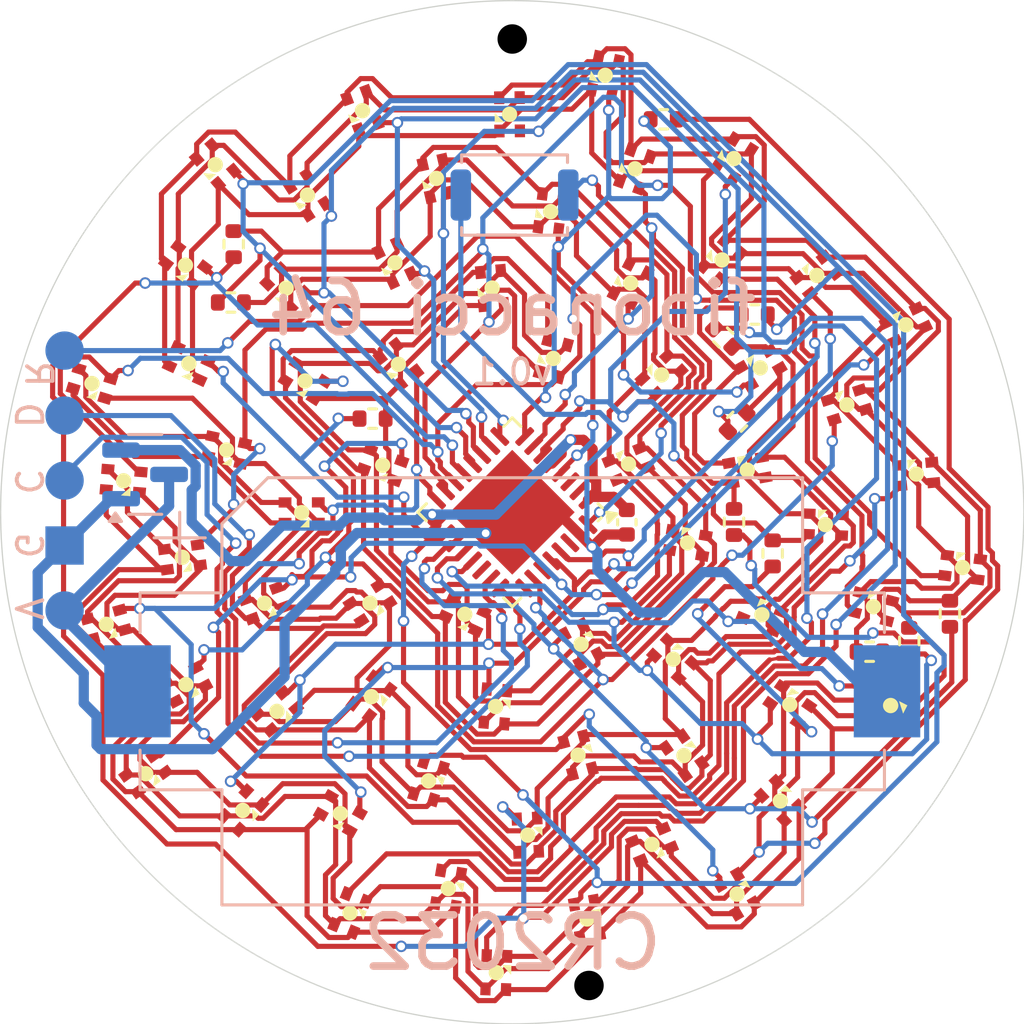
<source format=kicad_pcb>
(kicad_pcb (version 20241229) (generator "pcbnew") (generator_version "9.0")
  (layers (0 "F.Cu" signal) (2 "B.Cu" signal) (13 "F.Paste" user) (15 "B.Paste" user) (5 "F.SilkS" user "F.Silkscreen") (7 "B.SilkS" user "B.Silkscreen") (1 "F.Mask" user) (3 "B.Mask" user) (25 "Edge.Cuts" user))
  (net 0 "")
  (net 1 "GND")
  (net 2 "VCC")
  (net 3 "VBAT")
  (net 4 "A1R")
  (net 5 "A1")
  (net 6 "A2")
  (net 7 "A2R")
  (net 8 "A3")
  (net 9 "A3R")
  (net 10 "A4R")
  (net 11 "A4")
  (net 12 "A5R")
  (net 13 "A5")
  (net 14 "A6")
  (net 15 "A6R")
  (net 16 "A7R")
  (net 17 "A7")
  (net 18 "A8R")
  (net 19 "A8")
  (net 20 "A9")
  (net 21 "A9R")
  (net 22 "A10R")
  (net 23 "A10")
  (net 24 "A11")
  (net 25 "A11R")
  (net 26 "A12R")
  (net 27 "A12")
  (net 28 "Net-(U1-PB8)")
  (net 30 "A14")
  (net 32 "A19")
  (net 33 "NRST")
  (net 34 "A17")
  (net 37 "A13")
  (net 38 "SWDIO")
  (net 39 "A16")
  (net 40 "A18")
  (net 41 "A15")
  (net 43 "SWCLK")
  (footprint "Custom:NH-Z1415RGBA-SG" (layer "F.Cu") (at -16.429437 -5.031259 -17.0263909)
    (property "Reference" "D48" (hide yes))
    (property "Value" "LED_ARGB" (hide yes))
  )
  (footprint "Custom:NH-Z1415RGBA-SG" (layer "F.Cu") (at 6.293705 5.743628 137.6164582)
    (property "Reference" "D37" (hide yes))
    (property "Value" "LED_ARGB" (hide yes))
  )
  (footprint "Resistor_SMD:R_0402_1005Metric" (layer "F.Cu") (at 13.97 5.45)
    (property "Reference" "R1" (hide yes))
    (property "Value" "1k" (hide yes))
  )
  (footprint "Custom:NH-Z1415RGBA-SG" (layer "F.Cu") (at 5.463036 12.984422 22.81832602)
    (property "Reference" "D21" (hide yes))
    (property "Value" "LED_ARGB" (hide yes))
  )
  (footprint "Custom:NH-Z1415RGBA-SG" (layer "F.Cu") (at 14.791725 7.555451 62.94255286)
    (property "Reference" "D17" (hide yes))
    (property "Value" "LED_ARGB" (hide yes))
  )
  (footprint "Custom:NH-Z1415RGBA-SG" (layer "F.Cu") (at -8.838076 -8.761758 -44.7515504)
    (property "Reference" "D49" (hide yes))
    (property "Value" "LED_ARGB" (hide yes))
  )
  (footprint "Custom:NH-Z1415RGBA-SG" (layer "F.Cu") (at -9.686043 3.558168 20.1708085)
    (property "Reference" "D44" (hide yes))
    (property "Value" "LED_ARGB" (hide yes))
  )
  (footprint "Custom:NH-Z1415RGBA-SG" (layer "F.Cu") (at 4.543609 -1.885632 -157.4611814)
    (property "Reference" "D55" (hide yes))
    (property "Value" "LED_ARGB" (hide yes))
  )
  (footprint "Resistor_SMD:R_0402_1005Metric" (layer "F.Cu") (at 15.52 5.03 90)
    (property "Reference" "R2" (hide yes))
    (property "Value" "1k" (hide yes))
  )
  (footprint "Custom:NH-Z1415RGBA-SG" (layer "F.Cu") (at -11.610457 -13.58813 -49.4875737)
    (property "Reference" "D3" (hide yes))
    (property "Value" "LED_ARGB" (hide yes))
  )
  (footprint "Custom:NH-Z1415RGBA-SG" (layer "F.Cu") (at 13.081096 -4.200585 -162.1972025)
    (property "Reference" "D13" (hide yes))
    (property "Value" "LED_ARGB" (hide yes))
  )
  (footprint "Resistor_SMD:R_0402_1005Metric" (layer "F.Cu") (at 8.789376 -3.539376 45)
    (property "Reference" "R9" (hide yes))
    (property "Value" "220" (hide yes))
  )
  (footprint "Custom:NH-Z1415RGBA-SG" (layer "F.Cu") (at 9.695115 -5.643114 -149.7981357)
    (property "Reference" "D33" (hide yes))
    (property "Value" "LED_ARGB" (hide yes))
  )
  (footprint "Resistor_SMD:R_0402_1005Metric" (layer "F.Cu") (at 5.92 -15.36)
    (property "Reference" "R10" (hide yes))
    (property "Value" "1k" (hide yes))
  )
  (footprint "Resistor_SMD:R_0402_1005Metric" (layer "F.Cu") (at -11 -8.2)
    (property "Reference" "R6" (hide yes))
    (property "Value" "220" (hide yes))
  )
  (footprint "Resistor_SMD:R_0402_1005Metric" (layer "F.Cu") (at 8.67 0.38 -90)
    (property "Reference" "R11" (hide yes))
    (property "Value" "1k" (hide yes))
  )
  (footprint "Custom:NH-Z1415RGBA-SG" (layer "F.Cu") (at 10.849612 7.518371 145.2795039)
    (property "Reference" "D18" (hide yes))
    (property "Value" "LED_ARGB" (hide yes))
  )
  (footprint "Custom:NH-Z1415RGBA-SG" (layer "F.Cu") (at -0.105399 -15.555992 -89.61180068)
    (property "Reference" "D6" (hide yes))
    (property "Value" "LED_ARGB" (hide yes))
  )
  (footprint "Custom:NH-Z1415RGBA-SG" (layer "F.Cu") (at 0.607718 12.623417 92.75621203)
    (property "Reference" "D40" (hide yes))
    (property "Value" "LED_ARGB" (hide yes))
  )
  (footprint "Resistor_SMD:R_0402_1005Metric" (layer "F.Cu") (at -10.89 -10.48 90)
    (property "Reference" "R5" (hide yes))
    (property "Value" "1k" (hide yes))
  )
  (footprint "Custom:NH-Z1415RGBA-SG" (layer "F.Cu") (at -5.562054 3.552963 32.5698763)
    (property "Reference" "D45" (hide yes))
    (property "Value" "LED_ARGB" (hide yes))
  )
  (footprint "Custom:NH-Z1415RGBA-SG" (layer "F.Cu") (at 11.906985 -9.257629 -142.1350897)
    (property "Reference" "D11" (hide yes))
    (property "Value" "LED_ARGB" (hide yes))
  )
  (footprint "Custom:NH-Z1415RGBA-SG" (layer "F.Cu") (at -12.75731 6.735802 27.8338514)
    (property "Reference" "D29" (hide yes))
    (property "Value" "LED_ARGB" (hide yes))
  )
  (footprint "Custom:NH-Z1415RGBA-SG" (layer "F.Cu") (at -10.533988 11.656546 47.895967)
    (property "Reference" "D27" (hide yes))
    (property "Value" "LED_ARGB" (hide yes))
  )
  (footprint "Custom:NH-Z1415RGBA-SG" (layer "F.Cu") (at -8.101006 -5.131636 -32.3524854)
    (property "Reference" "D61" (hide yes))
    (property "Value" "LED_ARGB" (hide yes))
  )
  (footprint "Custom:NH-Z1415RGBA-SG" (layer "F.Cu") (at -12.776234 -9.658561 -37.0885046)
    (property "Reference" "D2" (hide yes))
    (property "Value" "LED_ARGB" (hide yes))
  )
  (footprint "Custom:NH-Z1415RGBA-SG" (layer "F.Cu") (at -12.642074 -5.811881 -24.6894375)
    (property "Reference" "D1" (hide yes))
    (property "Value" "LED_ARGB" (hide yes))
  )
  (footprint "Custom:NH-Z1415RGBA-SG" (layer "F.Cu") (at -15.869527 4.381563 15.434784)
    (property "Reference" "D30" (hide yes))
    (property "Value" "LED_ARGB" (hide yes))
  )
  (footprint "Custom:NH-Z1415RGBA-SG" (layer "F.Cu") (at -8.231631 0.015616 0.1086941)
    (property "Reference" "D46" (hide yes))
    (property "Value" "LED_ARGB" (hide yes))
  )
  (footprint "Custom:NH-Z1415RGBA-SG" (layer "F.Cu") (at -4.586619 -9.753098 -64.8136635)
    (property "Reference" "D50" (hide yes))
    (property "Value" "LED_ARGB" (hide yes))
  )
  (footprint "Custom:NH-Z1415RGBA-SG" (layer "F.Cu") (at 15.793921 -1.494002 -174.5962718)
    (property "Reference" "D14" (hide yes))
    (property "Value" "LED_ARGB" (hide yes))
  )
  (footprint "Custom:NH-Z1415RGBA-SG" (layer "F.Cu") (at -5.50538 7.209076 52.6319881)
    (property "Reference" "D42" (hide yes))
    (property "Value" "LED_ARGB" (hide yes))
  )
  (footprint "Custom:NH-Z1415RGBA-SG" (layer "F.Cu") (at 8.663586 -13.825421 -122.0729758)
    (property "Reference" "D9" (hide yes))
    (property "Value" "LED_ARGB" (hide yes))
  )
  (footprint "Custom:ToolingHole_JLCPCB" (layer "F.Cu") (at 3 18.5)
    (property "Reference" "REF**" (hide yes))
    (property "Value" "ToolingHole_JLCPCB" (hide yes))
  )
  (footprint "Custom:NH-Z1415RGBA-SG" (layer "F.Cu") (at 2.572189 9.496517 105.1552802)
    (property "Reference" "D39" (hide yes))
    (property "Value" "LED_ARGB" (hide yes))
  )
  (footprint "Custom:NH-Z1415RGBA-SG" (layer "F.Cu") (at 8.200377 -9.864776 -129.7360217)
    (property "Reference" "D10" (hide yes))
    (property "Value" "LED_ARGB" (hide yes))
  )
  (footprint "Custom:NH-Z1415RGBA-SG" (layer "F.Cu") (at 2.923731 15.900056 100.4192581)
    (property "Reference" "D22" (hide yes))
    (property "Value" "LED_ARGB" (hide yes))
  )
  (footprint "Resistor_SMD:R_0402_1005Metric" (layer "F.Cu") (at 10.18 1.61 -90)
    (property "Reference" "R12" (hide yes))
    (property "Value" "220" (hide yes))
  )
  (footprint "Custom:NH-Z1415RGBA-SG" (layer "F.Cu") (at 2.692574 5.16043 117.5543453)
    (property "Reference" "D57" (hide yes))
    (property "Value" "LED_ARGB" (hide yes))
  )
  (footprint "Custom:NH-Z1415RGBA-SG" (layer "F.Cu") (at 3.633784 -17.079684 -102.0108644)
    (property "Reference" "D7" (hide yes))
    (property "Value" "LED_ARGB" (hide yes))
  )
  (footprint "Custom:NH-Z1415RGBA-SG" (layer "F.Cu") (at 14.118168 3.692873 165.3416191)
    (property "Reference" "D16" (hide yes))
    (property "Value" "LED_ARGB" (hide yes))
  )
  (footprint "Custom:NH-Z1415RGBA-SG" (layer "F.Cu") (at 6.713312 9.510596 125.2173924)
    (property "Reference" "D38" (hide yes))
    (property "Value" "LED_ARGB" (hide yes))
  )
  (footprint "Custom:NH-Z1415RGBA-SG" (layer "F.Cu") (at 10.479249 11.284739 132.880438)
    (property "Reference" "D19" (hide yes))
    (property "Value" "LED_ARGB" (hide yes))
  )
  (footprint "Custom:NH-Z1415RGBA-SG" (layer "F.Cu") (at -1.857358 3.988761 -24.96894019)
    (property "Reference" "D59" (hide yes))
    (property "Value" "LED_ARGB" (hide yes))
  )
  (footprint "Custom:NH-Z1415RGBA-SG" (layer "F.Cu") (at -6.720288 11.779546 -29.7049674)
    (property "Reference" "D26" (hide yes))
    (property "Value" "LED_ARGB" (hide yes))
  )
  (footprint "Resistor_SMD:R_0402_1005Metric" (layer "F.Cu") (at 8.249376 -6.830624 -45)
    (property "Reference" "R8" (hide yes))
    (property "Value" "1k" (hide yes))
  )
  (footprint "Custom:NH-Z1415RGBA-SG" (layer "F.Cu") (at -0.651869 7.593093 85.09317377)
    (property "Reference" "D58" (hide yes))
    (property "Value" "LED_ARGB" (hide yes))
  )
  (footprint "Custom:NH-Z1415RGBA-SG" (layer "F.Cu") (at 1.50022 -11.751992 -97.27484042)
    (property "Reference" "D52" (hide yes))
    (property "Value" "LED_ARGB" (hide yes))
  )
  (footprint "Custom:NH-Z1415RGBA-SG" (layer "F.Cu") (at 5.838791 -5.369219 -137.3990672)
    (property "Reference" "D54" (hide yes))
    (property "Value" "LED_ARGB" (hide yes))
  )
  (footprint "Custom:NH-Z1415RGBA-SG" (layer "F.Cu") (at -9.199192 7.782985 40.232922)
    (property "Reference" "D43" (hide yes))
    (property "Value" "LED_ARGB" (hide yes))
  )
  (footprint "Custom:NH-Z1415RGBA-SG" (layer "F.Cu") (at -2.961879 -13.050182 -77.2127325)
    (property "Reference" "D51" (hide yes))
    (property "Value" "LED_ARGB" (hide yes))
  )
  (footprint "Custom:NH-Z1415RGBA-SG" (layer "F.Cu") (at -14.328986 10.219596 35.4968981)
    (property "Reference" "D28" (hide yes))
    (property "Value" "LED_ARGB" (hide yes))
  )
  (footprint "Capacitor_SMD:C_0402_1005Metric" (layer "F.Cu") (at 4.48 0.39 -90)
    (property "Reference" "C2" (hide yes))
    (property "Value" "10uF" (hide yes))
  )
  (footprint "Custom:NH-Z1415RGBA-SG" (layer "F.Cu") (at -12.895824 1.760029 7.7717416)
    (property "Reference" "D31" (hide yes))
    (property "Value" "LED_ARGB" (hide yes))
  )
  (footprint "Resistor_SMD:R_0402_1005Metric" (layer "F.Cu") (at -5.46 -3.66)
    (property "Reference" "R4" (hide yes))
    (property "Value" "1k" (hide yes))
  )
  (footprint "Custom:NH-Z1415RGBA-SG" (layer "F.Cu") (at 1.603995 -6.012254 -104.9378876)
    (property "Reference" "D64" (hide yes))
    (property "Value" "LED_ARGB" (hide yes))
  )
  (footprint "Resistor_SMD:R_0402_1005Metric" (layer "F.Cu") (at 17.11 3.97 90)
    (property "Reference" "R3" (hide yes))
    (property "Value" "220" (hide yes))
  )
  (footprint "Custom:NH-Z1415RGBA-SG" (layer "F.Cu") (at 12.239559 0.482886 177.7406875)
    (property "Reference" "D35" (hide yes))
    (property "Value" "LED_ARGB" (hide yes))
  )
  (footprint "Custom:ToolingHole_JLCPCB" (layer "F.Cu") (at 0 -18.5)
    (property "Reference" "REF**" (hide yes))
    (property "Value" "ToolingHole_JLCPCB" (hide yes))
  )
  (footprint "Custom:NH-Z1415RGBA-SG" (layer "F.Cu") (at 4.800066 -13.425325 -109.6739086)
    (property "Reference" "D8" (hide yes))
    (property "Value" "LED_ARGB" (hide yes))
  )
  (footprint "Custom:NH-Z1415RGBA-SG" (layer "F.Cu") (at -8.005244 -12.398227 -57.1506189)
    (property "Reference" "D4" (hide yes))
    (property "Value" "LED_ARGB" (hide yes))
  )
  (footprint "Custom:NH-Z1415RGBA-SG" (layer "F.Cu") (at 15.385441 -7.327223 -154.5341581)
    (property "Reference" "D12" (hide yes))
    (property "Value" "LED_ARGB" (hide yes))
  )
  (footprint "Resistor_SMD:R_0402_1005Metric" (layer "F.Cu") (at 9.48 -7.73 180)
    (property "Reference" "R7" (hide yes))
    (property "Value" "1k" (hide yes))
  )
  (footprint "Custom:NH-Z1415RGBA-SG" (layer "F.Cu") (at 9.760231 4.007227 157.6785736)
    (property "Reference" "D36" (hide yes))
    (property "Value" "LED_ARGB" (hide yes))
  )
  (footprint "Custom:NH-Z1415RGBA-SG" (layer "F.Cu") (at -2.49938 14.710305 80.35714796)
    (property "Reference" "D24" (hide yes))
    (property "Value" "LED_ARGB" (hide yes))
  )
  (footprint "Custom:NH-Z1415RGBA-SG" (layer "F.Cu") (at -0.62212 17.997026 88.02019163)
    (property "Reference" "D23" (hide yes))
    (property "Value" "LED_ARGB" (hide yes))
  )
  (footprint "Custom:NH-Z1415RGBA-SG" (layer "F.Cu") (at 8.78714 14.928702 120.481369)
    (property "Reference" "D20" (hide yes))
    (property "Value" "LED_ARGB" (hide yes))
  )
  (footprint "Custom:NH-Z1415RGBA-SG" (layer "F.Cu") (at -5.065385 -1.838986 -19.9534082)
    (property "Reference" "D60" (hide yes))
    (property "Value" "LED_ARGB" (hide yes))
  )
  (footprint "Custom:NH-Z1415RGBA-SG" (layer "F.Cu") (at -0.785975 -8.764829 -84.87577908)
    (property "Reference" "D63" (hide yes))
    (property "Value" "LED_ARGB" (hide yes))
  )
  (footprint "Custom:NH-Z1415RGBA-SG" (layer "F.Cu") (at 6.852948 1.198787 170.0776395)
    (property "Reference" "D56" (hide yes))
    (property "Value" "LED_ARGB" (hide yes))
  )
  (footprint "Custom:NH-Z1415RGBA-SG" (layer "F.Cu") (at -11.16954 -2.433387 -12.2903697)
    (property "Reference" "D47" (hide yes))
    (property "Value" "LED_ARGB" (hide yes))
  )
  (footprint "Custom:NH-Z1415RGBA-SG" (layer "F.Cu") (at 17.604934 2.160159 173.0046653)
    (property "Reference" "D15" (hide yes))
    (property "Value" "LED_ARGB" (hide yes))
  )
  (footprint "Package_DFN_QFN:QFN-32-1EP_5x5mm_P0.5mm_EP3.45x3.45mm" (layer "F.Cu") (at 0 0 -135)
    (property "Reference" "U1" (hide yes))
    (property "Value" "STM32L051K8Ux" (hide yes))
  )
  (footprint "Custom:NH-Z1415RGBA-SG" (layer "F.Cu") (at 4.629729 -8.955758 -117.3369551)
    (property "Reference" "D53" (hide yes))
    (property "Value" "LED_ARGB" (hide yes))
  )
  (footprint "Custom:NH-Z1415RGBA-SG" (layer "F.Cu") (at -15.192365 -1.229641 -4.627324)
    (property "Reference" "D32" (hide yes))
    (property "Value" "LED_ARGB" (hide yes))
  )
  (footprint "Custom:NH-Z1415RGBA-SG" (layer "F.Cu") (at -6.341759 15.663399 67.9580788)
    (property "Reference" "D25" (hide yes))
    (property "Value" "LED_ARGB" (hide yes))
  )
  (footprint "Custom:NH-Z1415RGBA-SG" (layer "F.Cu") (at -4.450496 -5.782134 -52.4145993)
    (property "Reference" "D62" (hide yes))
    (property "Value" "LED_ARGB" (hide yes))
  )
  (footprint "Custom:NH-Z1415RGBA-SG" (layer "F.Cu") (at -3.272204 10.502031 72.6941039)
    (property "Reference" "D41" (hide yes))
    (property "Value" "LED_ARGB" (hide yes))
  )
  (footprint "Custom:NH-Z1415RGBA-SG" (layer "F.Cu") (at -5.854008 -15.698744 -69.5496864)
    (property "Reference" "D5" (hide yes))
    (property "Value" "LED_ARGB" (hide yes))
  )
  (footprint "Custom:NH-Z1415RGBA-SG" (layer "F.Cu") (at 9.188027 -1.643214 -169.8602519)
    (property "Reference" "D34" (hide yes))
    (property "Value" "LED_ARGB" (hide yes))
  )
  (footprint "Button_Switch_SMD:SW_Push_SPST_NO_Alps_SKRK" (layer "B.Cu") (at 0.09 -12.4 180)
    (property "Reference" "SW1" (hide yes))
    (property "Value" "SW_Push" (hide yes))
  )
  (footprint "Package_TO_SOT_SMD:SOT-23" (layer "B.Cu") (at -14.3525 -1.48)
    (property "Reference" "Q1" (hide yes))
    (property "Value" "AO3401A" (hide yes))
  )
  (footprint "Battery:BatteryHolder_Keystone_1060_1x2032" (layer "B.Cu") (at 0 7)
    (property "Reference" "BT1" (hide yes))
    (property "Value" "Battery_Cell" (hide yes))
  )
  (footprint "Custom:ProgramHeader" (layer "B.Cu") (at -17.5 0.029999 90)
    (property "Reference" "J1" (hide yes))
    (property "Value" "Conn_01x05" (hide yes))
  )
  (gr_line (start 10.39 5.71) (end 10.059294 5.769293) (stroke (width 0.13)) (layer "F.Cu") (net 20))
  (gr_line (start 6.19 11.59) (end 6.35 11.68) (stroke (width 0.13)) (layer "F.Cu") (net 19))
  (gr_circle (center 8.78714 14.928702) (end 8.78714 15.228702) (fill yes) (layer "F.SilkS"))
  (gr_circle (center -8.101006 -5.131636) (end -8.101006 -4.831636) (fill yes) (layer "F.SilkS"))
  (gr_circle (center -4.586619 -9.753098) (end -4.586619 -9.453098) (fill yes) (layer "F.SilkS"))
  (gr_circle (center -6.720288 11.779546) (end -6.720288 12.079546) (fill yes) (layer "F.SilkS"))
  (gr_circle (center -0.105399 -15.555992) (end -0.105399 -15.255992) (fill yes) (layer "F.SilkS"))
  (gr_circle (center -0.62212 17.997026) (end -0.62212 18.297026) (fill yes) (layer "F.SilkS"))
  (gr_circle (center 12.239559 0.482886) (end 12.239559 0.782886) (fill yes) (layer "F.SilkS"))
  (gr_circle (center 2.692574 5.16043) (end 2.692574 5.46043) (fill yes) (layer "F.SilkS"))
  (gr_circle (center -4.450496 -5.782134) (end -4.450496 -5.482134) (fill yes) (layer "F.SilkS"))
  (gr_circle (center -12.642074 -5.811881) (end -12.642074 -5.511881) (fill yes) (layer "F.SilkS"))
  (gr_circle (center 2.923731 15.900056) (end 2.923731 16.200056) (fill yes) (layer "F.SilkS"))
  (gr_circle (center -16.429437 -5.031259) (end -16.429437 -4.731259) (fill yes) (layer "F.SilkS"))
  (gr_circle (center -5.562054 3.552963) (end -5.562054 3.852963) (fill yes) (layer "F.SilkS"))
  (gr_circle (center -10.533988 11.656546) (end -10.533988 11.956546) (fill yes) (layer "F.SilkS"))
  (gr_circle (center -12.75731 6.735802) (end -12.75731 7.035802) (fill yes) (layer "F.SilkS"))
  (gr_circle (center -14.328986 10.219596) (end -14.328986 10.519596) (fill yes) (layer "F.SilkS"))
  (gr_circle (center -2.961879 -13.050182) (end -2.961879 -12.750182) (fill yes) (layer "F.SilkS"))
  (gr_circle (center -2.49938 14.710305) (end -2.49938 15.010305) (fill yes) (layer "F.SilkS"))
  (gr_circle (center -3.272204 10.502031) (end -3.272204 10.802031) (fill yes) (layer "F.SilkS"))
  (gr_circle (center -5.065385 -1.838986) (end -5.065385 -1.538986) (fill yes) (layer "F.SilkS"))
  (gr_circle (center 4.629729 -8.955758) (end 4.629729 -8.655758) (fill yes) (layer "F.SilkS"))
  (gr_circle (center 4.543609 -1.885632) (end 4.543609 -1.585632) (fill yes) (layer "F.SilkS"))
  (gr_circle (center 8.200377 -9.864776) (end 8.200377 -9.564776) (fill yes) (layer "F.SilkS"))
  (gr_circle (center -0.785975 -8.764829) (end -0.785975 -8.464829) (fill yes) (layer "F.SilkS"))
  (gr_circle (center 11.906985 -9.257629) (end 11.906985 -8.957629) (fill yes) (layer "F.SilkS"))
  (gr_circle (center -9.199192 7.782985) (end -9.199192 8.082985) (fill yes) (layer "F.SilkS"))
  (gr_circle (center 5.463036 12.984422) (end 5.463036 13.284422) (fill yes) (layer "F.SilkS"))
  (gr_circle (center -8.005244 -12.398227) (end -8.005244 -12.098227) (fill yes) (layer "F.SilkS"))
  (gr_circle (center -8.838076 -8.761758) (end -8.838076 -8.461758) (fill yes) (layer "F.SilkS"))
  (gr_circle (center 8.663586 -13.825421) (end 8.663586 -13.525421) (fill yes) (layer "F.SilkS"))
  (gr_circle (center 14.791725 7.555451) (end 14.791725 7.855451) (fill yes) (layer "F.SilkS"))
  (gr_circle (center 9.760231 4.007227) (end 9.760231 4.307227) (fill yes) (layer "F.SilkS"))
  (gr_circle (center -9.686043 3.558168) (end -9.686043 3.858168) (fill yes) (layer "F.SilkS"))
  (gr_circle (center -11.16954 -2.433387) (end -11.16954 -2.133387) (fill yes) (layer "F.SilkS"))
  (gr_circle (center -12.776234 -9.658561) (end -12.776234 -9.358561) (fill yes) (layer "F.SilkS"))
  (gr_circle (center 6.852948 1.198787) (end 6.852948 1.498787) (fill yes) (layer "F.SilkS"))
  (gr_circle (center 15.385441 -7.327223) (end 15.385441 -7.027223) (fill yes) (layer "F.SilkS"))
  (gr_circle (center -1.857358 3.988761) (end -1.857358 4.288761) (fill yes) (layer "F.SilkS"))
  (gr_circle (center 14.118168 3.692873) (end 14.118168 3.992873) (fill yes) (layer "F.SilkS"))
  (gr_circle (center 15.793921 -1.494002) (end 15.793921 -1.194002) (fill yes) (layer "F.SilkS"))
  (gr_circle (center -11.610457 -13.58813) (end -11.610457 -13.28813) (fill yes) (layer "F.SilkS"))
  (gr_circle (center -15.869527 4.381563) (end -15.869527 4.681563) (fill yes) (layer "F.SilkS"))
  (gr_circle (center 13.081096 -4.200585) (end 13.081096 -3.900585) (fill yes) (layer "F.SilkS"))
  (gr_circle (center 6.293705 5.743628) (end 6.293705 6.043628) (fill yes) (layer "F.SilkS"))
  (gr_circle (center -15.192365 -1.229641) (end -15.192365 -0.929641) (fill yes) (layer "F.SilkS"))
  (gr_circle (center 1.50022 -11.751992) (end 1.50022 -11.451992) (fill yes) (layer "F.SilkS"))
  (gr_circle (center 6.713312 9.510596) (end 6.713312 9.810596) (fill yes) (layer "F.SilkS"))
  (gr_circle (center -12.895824 1.760029) (end -12.895824 2.060029) (fill yes) (layer "F.SilkS"))
  (gr_circle (center -5.50538 7.209076) (end -5.50538 7.509076) (fill yes) (layer "F.SilkS"))
  (gr_circle (center -0.651869 7.593093) (end -0.651869 7.893093) (fill yes) (layer "F.SilkS"))
  (gr_circle (center 2.572189 9.496517) (end 2.572189 9.796517) (fill yes) (layer "F.SilkS"))
  (gr_circle (center 5.838791 -5.369219) (end 5.838791 -5.069219) (fill yes) (layer "F.SilkS"))
  (gr_circle (center 4.800066 -13.425325) (end 4.800066 -13.125325) (fill yes) (layer "F.SilkS"))
  (gr_circle (center -8.231631 0.015616) (end -8.231631 0.315616) (fill yes) (layer "F.SilkS"))
  (gr_circle (center 9.695115 -5.643114) (end 9.695115 -5.343114) (fill yes) (layer "F.SilkS"))
  (gr_circle (center -6.341759 15.663399) (end -6.341759 15.963399) (fill yes) (layer "F.SilkS"))
  (gr_circle (center 10.849612 7.518371) (end 10.849612 7.818371) (fill yes) (layer "F.SilkS"))
  (gr_circle (center 10.479249 11.284739) (end 10.479249 11.584739) (fill yes) (layer "F.SilkS"))
  (gr_circle (center 3.633784 -17.079684) (end 3.633784 -16.779684) (fill yes) (layer "F.SilkS"))
  (gr_circle (center 9.188027 -1.643214) (end 9.188027 -1.343214) (fill yes) (layer "F.SilkS"))
  (gr_circle (center 1.603995 -6.012254) (end 1.603995 -5.712254) (fill yes) (layer "F.SilkS"))
  (gr_circle (center 0.607718 12.623417) (end 0.607718 12.923417) (fill yes) (layer "F.SilkS"))
  (gr_circle (center -5.854008 -15.698744) (end -5.854008 -15.398744) (fill yes) (layer "F.SilkS"))
  (gr_circle (center 17.604934 2.160159) (end 17.604934 2.460159) (fill yes) (layer "F.SilkS"))
  (gr_circle (center 0 0) (end 0 -20) (stroke (width 0.05)) (fill no) (layer "Edge.Cuts"))
  (gr_text "fibonacci 64" (at 0 -6.8 0) (layer "B.SilkS") (effects (font (size 2 2) (thickness 0.3)) (justify bottom mirror)))
  (gr_text "v0.1" (at 0 -4.9 0) (layer "B.SilkS") (effects (font (size 1 1)) (justify bottom mirror)))
  (gr_text "D" (at -19.5 -3.2 270) (layer "B.SilkS") (effects (font (size 1 1)) (justify left bottom mirror)))
  (gr_text "V" (at -19.5 4.3 270) (layer "B.SilkS") (effects (font (size 1 1)) (justify left bottom mirror)))
  (gr_text "R" (at -19.1 -4.8 270) (layer "B.SilkS") (effects (font (size 1 1)) (justify left bottom mirror)))
  (gr_text "CR2032" (at 0 18 0) (layer "B.SilkS") (effects (font (size 2 2) (thickness 0.3)) (justify bottom mirror)))
  (gr_text "G" (at -19.5 1.9 270) (layer "B.SilkS") (effects (font (size 1 1)) (justify left bottom mirror)))
  (gr_text "C" (at -19.5 -0.6 270) (layer "B.SilkS") (effects (font (size 1 1)) (justify left bottom mirror)))
  (segment (start 3.140425 1.351117) (end 3.118883 1.351117) (width 0.4) (layer "F.Cu") (net 1))
  (segment (start 0 0) (end -0.22 0) (width 0.4) (layer "F.Cu") (net 1))
  (segment (start -0.22 0) (end -1.04 0.82) (width 0.4) (layer "F.Cu") (net 1))
  (segment (start 1.767767 0) (end 0 0) (width 0.4) (layer "F.Cu") (net 1))
  (segment (start 4.48 0.87) (end 3.621542 0.87) (width 0.4) (layer "F.Cu") (net 1))
  (segment (start 3.118883 1.351117) (end 2.607456 0.839689) (width 0.4) (layer "F.Cu") (net 1))
  (segment (start 2.607456 0.839689) (end 1.767767 0) (width 0.4) (layer "F.Cu") (net 1))
  (segment (start 3.621542 0.87) (end 3.140425 1.351117) (width 0.4) (layer "F.Cu") (net 1))
  (via (at 3.118883 1.351117) (size 0.45) (drill 0.3) (layers "F.Cu" "B.Cu") (net 1))
  (via (at -1.04 0.82) (size 0.45) (drill 0.3) (layers "F.Cu" "B.Cu") (net 1))
  (segment (start -16.251 7.959) (end -16.251 9.101) (width 0.4) (layer "B.Cu") (net 1))
  (segment (start 4.979057 3.919) (end 5.881 3.919) (width 0.4) (layer "B.Cu") (net 1))
  (segment (start 12.33 5.46) (end 13.87 7) (width 0.4) (layer "B.Cu") (net 1))
  (segment (start 7.46 2.34) (end 8.31 2.34) (width 0.4) (layer "B.Cu") (net 1))
  (segment (start -16.75 6.3) (end -16.75 7.46) (width 0.4) (layer "B.Cu") (net 1))
  (segment (start -18.551 2.351) (end -18.551 4.499) (width 0.4) (layer "B.Cu") (net 1))
  (segment (start -18.551 4.499) (end -16.75 6.3) (width 0.4) (layer "B.Cu") (net 1))
  (segment (start 3.419 -3.901) (end 2.942479 -3.901) (width 0.2) (layer "B.Cu") (net 1))
  (segment (start 4.320057 3.26) (end 4.979057 3.919) (width 0.4) (layer "B.Cu") (net 1))
  (segment (start -16.251 9.101) (end -16.091 9.261) (width 0.4) (layer "B.Cu") (net 1))
  (segment (start 4.32 3.26) (end 4.320057 3.26) (width 0.4) (layer "B.Cu") (net 1))
  (segment (start -8.901 4.351) (end -6.921 2.371) (width 0.4) (layer "B.Cu") (net 1))
  (segment (start 2.919 1.119) (end 2.919 -1.819) (width 0.2) (layer "B.Cu") (net 1))
  (segment (start -16.091 9.261) (end -11.731 9.261) (width 0.4) (layer "B.Cu") (net 1))
  (segment (start -6.735028 1.475028) (end -6.072 0.812) (width 0.4) (layer "B.Cu") (net 1))
  (segment (start 3.118883 1.318883) (end 2.919 1.119) (width 0.2) (layer "B.Cu") (net 1))
  (segment (start -15.67 -0.53) (end -17.5 1.3) (width 0.4) (layer "B.Cu") (net 1))
  (segment (start -6.072 0.812) (end -1.048 0.812) (width 0.4) (layer "B.Cu") (net 1))
  (segment (start 3.33 2.27) (end 4.32 3.26) (width 0.4) (layer "B.Cu") (net 1))
  (segment (start 11.43 5.46) (end 12.33 5.46) (width 0.4) (layer "B.Cu") (net 1))
  (segment (start -15.29 -0.53) (end -15.67 -0.53) (width 0.4) (layer "B.Cu") (net 1))
  (segment (start 1.254573 -3.826906) (end -2.01 -7.091479) (width 0.2) (layer "B.Cu") (net 1))
  (segment (start 2.919 -1.819) (end 4.21 -3.11) (width 0.2) (layer "B.Cu") (net 1))
  (segment (start 3.33 1.562234) (end 3.33 2.27) (width 0.4) (layer "B.Cu") (net 1))
  (segment (start 2.942479 -3.901) (end 2.868385 -3.826906) (width 0.2) (layer "B.Cu") (net 1))
  (segment (start -6.699 2.008943) (end -6.699 1.511057) (width 0.4) (layer "B.Cu") (net 1))
  (segment (start -6.921 2.230943) (end -6.699 2.008943) (width 0.4) (layer "B.Cu") (net 1))
  (segment (start -6.921 2.371) (end -6.921 2.230943) (width 0.4) (layer "B.Cu") (net 1))
  (segment (start 8.31 2.34) (end 11.43 5.46) (width 0.4) (layer "B.Cu") (net 1))
  (segment (start -6.699 1.511057) (end -6.735028 1.475028) (width 0.4) (layer "B.Cu") (net 1))
  (segment (start 2.868385 -3.826906) (end 1.254573 -3.826906) (width 0.2) (layer "B.Cu") (net 1))
  (segment (start -17.5 1.3) (end -18.551 2.351) (width 0.4) (layer "B.Cu") (net 1))
  (segment (start -8.901 6.431) (end -8.901 4.351) (width 0.4) (layer "B.Cu") (net 1))
  (segment (start -11.731 9.261) (end -8.901 6.431) (width 0.4) (layer "B.Cu") (net 1))
  (segment (start 5.881 3.919) (end 7.46 2.34) (width 0.4) (layer "B.Cu") (net 1))
  (segment (start 3.118883 1.351117) (end 3.118883 1.318883) (width 0.2) (layer "B.Cu") (net 1))
  (segment (start 13.87 7) (end 14.65 7) (width 0.4) (layer "B.Cu") (net 1))
  (segment (start 4.21 -3.11) (end 3.419 -3.901) (width 0.2) (layer "B.Cu") (net 1))
  (segment (start 3.118883 1.351117) (end 3.33 1.562234) (width 0.4) (layer "B.Cu") (net 1))
  (segment (start -16.75 7.46) (end -16.251 7.959) (width 0.4) (layer "B.Cu") (net 1))
  (segment (start -1.048 0.812) (end -1.04 0.82) (width 0.4) (layer "B.Cu") (net 1))
  (segment (start -2.01 -7.091479) (end -2.01 -12.4) (width 0.2) (layer "B.Cu") (net 1))
  (segment (start 1.929 -2.282553) (end 1.929 -2.478943) (width 0.4) (layer "F.Cu") (net 2))
  (segment (start 3.28154 -1.210001) (end 3.28154 -0.806666) (width 0.4) (layer "F.Cu") (net 2))
  (segment (start 3.28154 -0.806666) (end 2.96101 -0.486136) (width 0.4) (layer "F.Cu") (net 2))
  (segment (start -3.13 0.09) (end -3.13 0.317146) (width 0.4) (layer "F.Cu") (net 2))
  (segment (start 3.14 -2.469943) (end 3.14 -1.351541) (width 0.4) (layer "F.Cu") (net 2))
  (segment (start -3.13 0.317146) (end -2.96101 0.486136) (width 0.4) (layer "F.Cu") (net 2))
  (segment (start 2.281057 -2.831) (end 2.778943 -2.831) (width 0.4) (layer "F.Cu") (net 2))
  (segment (start 1.929 -2.478943) (end 2.281057 -2.831) (width 0.4) (layer "F.Cu") (net 2))
  (segment (start 3.075874 -0.601) (end 2.96101 -0.486136) (width 0.4) (layer "F.Cu") (net 2))
  (segment (start 3.969 -0.601) (end 3.075874 -0.601) (width 0.4) (layer "F.Cu") (net 2))
  (segment (start 4.48 -0.09) (end 3.969 -0.601) (width 0.4) (layer "F.Cu") (net 2))
  (segment (start 3.14 -1.351541) (end 3.28154 -1.210001) (width 0.4) (layer "F.Cu") (net 2))
  (segment (start 2.778943 -2.831) (end 3.14 -2.469943) (width 0.4) (layer "F.Cu") (net 2))
  (segment (start 1.546796 -1.900349) (end 1.929 -2.282553) (width 0.4) (layer "F.Cu") (net 2))
  (via (at 2.281057 -2.831) (size 0.45) (drill 0.3) (layers "F.Cu" "B.Cu") (net 2))
  (via (at -3.13 0.09) (size 0.45) (drill 0.3) (layers "F.Cu" "B.Cu") (net 2))
  (segment (start -0.639943 0.09) (end -3.13 0.09) (width 0.4) (layer "B.Cu") (net 2))
  (segment (start -3.705379 0.311) (end -3.484379 0.09) (width 0.4) (layer "B.Cu") (net 2))
  (segment (start -10.39 1.91) (end -9.001 0.521) (width 0.4) (layer "B.Cu") (net 2))
  (segment (start -6.761057 0.521) (end -6.450057 0.21) (width 0.4) (layer "B.Cu") (net 2))
  (segment (start -10.999943 1.91) (end -10.39 1.91) (width 0.4) (layer "B.Cu") (net 2))
  (segment (start -12.3765 -1.0235) (end -12.531 -0.869) (width 0.4) (layer "B.Cu") (net 2))
  (segment (start -5.0971 0.21) (end -4.9961 0.311) (width 0.4) (layer "B.Cu") (net 2))
  (segment (start -3.484379 0.09) (end -3.13 0.09) (width 0.4) (layer "B.Cu") (net 2))
  (segment (start -12.531 0.378943) (end -10.999943 1.91) (width 0.4) (layer "B.Cu") (net 2))
  (segment (start -15.29 -2.43) (end -12.985532 -2.43) (width 0.4) (layer "B.Cu") (net 2))
  (segment (start -12.531 -0.869) (end -12.531 0.378943) (width 0.4) (layer "B.Cu") (net 2))
  (segment (start -4.9961 0.311) (end -3.705379 0.311) (width 0.4) (layer "B.Cu") (net 2))
  (segment (start -12.985532 -2.43) (end -12.3765 -1.820968) (width 0.4) (layer "B.Cu") (net 2))
  (segment (start 2.281057 -2.831) (end -0.639943 0.09) (width 0.4) (layer "B.Cu") (net 2))
  (segment (start -12.3765 -1.820968) (end -12.3765 -1.0235) (width 0.4) (layer "B.Cu") (net 2))
  (segment (start -6.450057 0.21) (end -5.0971 0.21) (width 0.4) (layer "B.Cu") (net 2))
  (segment (start -9.001 0.521) (end -6.761057 0.521) (width 0.4) (layer "B.Cu") (net 2))
  (segment (start -17.5 4.15) (end -14.65 7) (width 0.4) (layer "B.Cu") (net 3))
  (segment (start -13.415 -0.245001) (end -17.5 3.839999) (width 0.4) (layer "B.Cu") (net 3))
  (segment (start -13.415 -1.48) (end -13.415 -0.245001) (width 0.4) (layer "B.Cu") (net 3))
  (segment (start -17.5 3.839999) (end -17.5 4.15) (width 0.4) (layer "B.Cu") (net 3))
  (segment (start 17.156073 2.97) (end 17.384554 2.741519) (width 0.2) (layer "F.Cu") (net 4))
  (segment (start -7.988703 -11.635189) (end -7.988703 -12.31738) (width 0.2) (layer "F.Cu") (net 4))
  (segment (start 7.477264 -12.984804) (end 7.477264 -9.620628) (width 0.2) (layer "F.Cu") (net 4))
  (segment (start 10.802757 -9.52) (end 11.148315 -9.174442) (width 0.2) (layer "F.Cu") (net 4))
  (segment (start -11.492315 -12.834113) (end -10.293391 -11.635189) (width 0.2) (layer "F.Cu") (net 4))
  (segment (start 12.557453 -4.382699) (end 15.10914 -1.831012) (width 0.2) (layer "F.Cu") (net 4))
  (segment (start 13.245482 -8.79) (end 14.626605 -7.408877) (width 0.2) (layer "F.Cu") (net 4))
  (segment (start 7.486963 -9.630327) (end 8.739817 -9.630327) (width 0.2) (layer "F.Cu") (net 4))
  (segment (start 8.850144 -9.52) (end 10.802757 -9.52) (width 0.2) (layer "F.Cu") (net 4))
  (segment (start -5.776084 -14.724345) (end -0.679938 -14.724345) (width 0.2) (layer "F.Cu") (net 4))
  (segment (start 13.881576 3.432436) (end 13.590546 3.141406) (width 0.2) (layer "F.Cu") (net 4))
  (segment (start 12.339925 -4.382699) (end 12.557453 -4.382699) (width 0.2) (layer "F.Cu") (net 4))
  (segment (start 13.656878 4.373122) (end 13.662612 4.373122) (width 0.2) (layer "F.Cu") (net 4))
  (segment (start 13.662612 4.373122) (end 13.881576 4.154158) (width 0.2) (layer "F.Cu") (net 4))
  (segment (start 13.590546 3.141406) (end 14.020328 2.711624) (width 0.2) (layer "F.Cu") (net 4))
  (segment (start 13.881576 4.154158) (end 13.881576 3.432436) (width 0.2) (layer "F.Cu") (net 4))
  (segment (start 3.107278 -14.045241) (end 4.204583 -12.947936) (width 0.2) (layer "F.Cu") (net 4))
  (segment (start -12.537543 -8.986096) (end -12.537543 -10.212227) (width 0.2) (layer "F.Cu") (net 4))
  (segment (start 0.352055 -15.756338) (end 2.336463 -15.756338) (width 0.2) (layer "F.Cu") (net 4))
  (segment (start 7.477264 -9.620628) (end 7.486963 -9.630327) (width 0.2) (layer "F.Cu") (net 4))
  (segment (start -10.293391 -11.635189) (end -7.988703 -11.635189) (width 0.2) (layer "F.Cu") (net 4))
  (segment (start -0.679938 -14.724345) (end -0.500986 -14.903297) (width 0.2) (layer "F.Cu") (net 4))
  (segment (start 8.739817 -9.630327) (end 8.850144 -9.52) (width 0.2) (layer "F.Cu") (net 4))
  (segment (start 12.64 -5.422272) (end 12.64 -4.682774) (width 0.2) (layer "F.Cu") (net 4))
  (segment (start -6.001691 -14.304392) (end -6.001691 -14.949952) (width 0.2) (layer "F.Cu") (net 4))
  (segment (start 16.012 2.97) (end 17.156073 2.97) (width 0.2) (layer "F.Cu") (net 4))
  (segment (start 14.626605 -7.408877) (end 12.64 -5.422272) (width 0.2) (layer "F.Cu") (net 4))
  (segment (start 17.384554 2.06004) (end 17.008488 1.683974) (width 0.2) (layer "F.Cu") (net 4))
  (segment (start 2.336463 -15.756338) (end 3.107278 -16.527153) (width 0.2) (layer "F.Cu") (net 4))
  (segment (start -12.498945 -8.947498) (end -12.537543 -8.986096) (width 0.2) (layer "F.Cu") (net 4))
  (segment (start 12.261114 -8.79) (end 13.245482 -8.79) (width 0.2) (layer "F.Cu") (net 4))
  (segment (start 13.46 4.57) (end 13.656878 4.373122) (width 0.2) (layer "F.Cu") (net 4))
  (segment (start -12.537543 -10.212227) (end -11.492315 -11.257455) (width 0.2) (layer "F.Cu") (net 4))
  (segment (start 11.148315 -9.174442) (end 11.876672 -9.174442) (width 0.2) (layer "F.Cu") (net 4))
  (segment (start 11.876672 -9.174442) (end 12.261114 -8.79) (width 0.2) (layer "F.Cu") (net 4))
  (segment (start -11.492315 -11.257455) (end -11.492315 -12.834113) (width 0.2) (layer "F.Cu") (net 4))
  (segment (start -6.001691 -14.949952) (end -5.776084 -14.724345) (width 0.2) (layer "F.Cu") (net 4))
  (segment (start 13.46 5.45) (end 13.46 4.57) (width 0.2) (layer "F.Cu") (net 4))
  (segment (start 7.84246 -13.35) (end 7.979488 -13.487028) (width 0.2) (layer "F.Cu") (net 4))
  (segment (start 3.107278 -16.527153) (end 3.107278 -14.045241) (width 0.2) (layer "F.Cu") (net 4))
  (segment (start -0.500986 -14.903297) (end 0.352055 -15.756338) (width 0.2) (layer "F.Cu") (net 4))
  (segment (start 14.020328 2.711624) (end 15.753624 2.711624) (width 0.2) (layer "F.Cu") (net 4))
  (segment (start 17.384554 2.741519) (end 17.384554 2.06004) (width 0.2) (layer "F.Cu") (net 4))
  (segment (start 15.753624 2.711624) (end 16.012 2.97) (width 0.2) (layer "F.Cu") (net 4))
  (segment (start 4.606647 -13.35) (end 7.84246 -13.35) (width 0.2) (layer "F.Cu") (net 4))
  (segment (start 15.89 -1.066012) (end 15.89 0.565486) (width 0.2) (layer "F.Cu") (net 4))
  (segment (start -12.218573 -5.176942) (end -12.498945 -5.457314) (width 0.2) (layer "F.Cu") (net 4))
  (segment (start -7.988703 -12.31738) (end -6.001691 -14.304392) (width 0.2) (layer "F.Cu") (net 4))
  (segment (start 4.204583 -12.947936) (end 4.606647 -13.35) (width 0.2) (layer "F.Cu") (net 4))
  (segment (start 15.89 0.565486) (end 17.008488 1.683974) (width 0.2) (layer "F.Cu") (net 4))
  (segment (start 12.64 -4.682774) (end 12.339925 -4.382699) (width 0.2) (layer "F.Cu") (net 4))
  (segment (start 7.979488 -13.487028) (end 7.477264 -12.984804) (width 0.2) (layer "F.Cu") (net 4))
  (segment (start 15.125 -1.831012) (end 15.89 -1.066012) (width 0.2) (layer "F.Cu") (net 4))
  (segment (start -12.498945 -5.457314) (end -12.498945 -8.947498) (width 0.2) (layer "F.Cu") (net 4))
  (segment (start 15.10914 -1.831012) (end 15.125 -1.831012) (width 0.2) (layer "F.Cu") (net 4))
  (segment (start 4.542538 3.62) (end 5.68 2.482538) (width 0.2) (layer "F.Cu") (net 5))
  (segment (start 5.662022 0.433501) (end 5.662022 0.027735) (width 0.2) (layer "F.Cu") (net 5))
  (segment (start 4.367254 -1.267033) (end 4.09658 -1.267033) (width 0.2) (layer "F.Cu") (net 5))
  (segment (start 5.681 0.452479) (end 5.662022 0.433501) (width 0.2) (layer "F.Cu") (net 5))
  (segment (start 12.78 6.79) (end 13.33 6.79) (width 0.2) (layer "F.Cu") (net 5))
  (segment (start 5.662022 1.717987) (end 5.662022 0.886499) (width 0.2) (layer "F.Cu") (net 5))
  (segment (start 5.662022 0.886499) (end 5.681 0.867521) (width 0.2) (layer "F.Cu") (net 5))
  (segment (start -1.966447 2.32) (end -2.35 2.32) (width 0.2) (layer "F.Cu") (net 5))
  (segment (start 13.334639 6.794639) (end 14.731179 6.794639) (width 0.2) (layer "F.Cu") (net 5))
  (segment (start 14.731179 5.701179) (end 14.48 5.45) (width 0.2) (layer "F.Cu") (net 5))
  (segment (start 8.87 4.267399) (end 9.007016 4.130383) (width 0.2) (layer "F.Cu") (net 5))
  (segment (start 8.44 4.267399) (end 8.87 4.267399) (width 0.2) (layer "F.Cu") (net 5))
  (segment (start 5.68 2.482538) (end 5.68 1.735965) (width 0.2) (layer "F.Cu") (net 5))
  (segment (start 14.731179 6.794639) (end 14.731179 5.701179) (width 0.2) (layer "F.Cu") (net 5))
  (segment (start 13.33 6.79) (end 13.334639 6.794639) (width 0.2) (layer "F.Cu") (net 5))
  (segment (start 3.73 3.62) (end 4.542538 3.62) (width 0.2) (layer "F.Cu") (net 5))
  (segment (start -1.546796 1.900349) (end -1.966447 2.32) (width 0.2) (layer "F.Cu") (net 5))
  (segment (start 5.681 0.867521) (end 5.681 0.452479) (width 0.2) (layer "F.Cu") (net 5))
  (segment (start 5.68 1.735965) (end 5.662022 1.717987) (width 0.2) (layer "F.Cu") (net 5))
  (segment (start 3.55 3.8) (end 3.73 3.62) (width 0.2) (layer "F.Cu") (net 5))
  (segment (start 5.662022 0.027735) (end 4.367254 -1.267033) (width 0.2) (layer "F.Cu") (net 5))
  (via (at 8.44 4.267399) (size 0.45) (drill 0.3) (layers "F.Cu" "B.Cu") (net 5))
  (via (at 3.55 3.8) (size 0.45) (drill 0.3) (layers "F.Cu" "B.Cu") (net 5))
  (via (at 12.78 6.79) (size 0.45) (drill 0.3) (layers "F.Cu" "B.Cu") (net 5))
  (via (at -2.35 2.32) (size 0.45) (drill 0.3) (layers "F.Cu" "B.Cu") (net 5))
  (segment (start 4.708521 4.32) (end 4.188521 3.8) (width 0.2) (layer "B.Cu") (net 5))
  (segment (start 2.344678 3.999) (end 1.234678 2.889) (width 0.2) (layer "B.Cu") (net 5))
  (segment (start 3.55 3.8) (end 3.351 3.999) (width 0.2) (layer "B.Cu") (net 5))
  (segment (start -1.781 2.889) (end -2.35 2.32) (width 0.2) (layer "B.Cu") (net 5))
  (segment (start 6.191479 4.32) (end 4.708521 4.32) (width 0.2) (layer "B.Cu") (net 5))
  (segment (start 9.437399 4.267399) (end 11.28 6.11) (width 0.2) (layer "B.Cu") (net 5))
  (segment (start 3.351 3.999) (end 2.344678 3.999) (width 0.2) (layer "B.Cu") (net 5))
  (segment (start 11.28 6.11) (end 12.1 6.11) (width 0.2) (layer "B.Cu") (net 5))
  (segment (start 4.188521 3.8) (end 3.55 3.8) (width 0.2) (layer "B.Cu") (net 5))
  (segment (start 12.1 6.11) (end 12.78 6.79) (width 0.2) (layer "B.Cu") (net 5))
  (segment (start 7.042479 3.469) (end 6.191479 4.32) (width 0.2) (layer "B.Cu") (net 5))
  (segment (start 7.641601 3.469) (end 7.042479 3.469) (width 0.2) (layer "B.Cu") (net 5))
  (segment (start 8.44 4.267399) (end 7.641601 3.469) (width 0.2) (layer "B.Cu") (net 5))
  (segment (start 8.44 4.267399) (end 9.437399 4.267399) (width 0.2) (layer "B.Cu") (net 5))
  (segment (start 1.234678 2.889) (end -1.781 2.889) (width 0.2) (layer "B.Cu") (net 5))
  (segment (start 10.087521 8.252479) (end 10.087521 7.476924) (width 0.2) (layer "F.Cu") (net 6))
  (segment (start 16.129999 5.539999) (end 16.38 5.79) (width 0.2) (layer "F.Cu") (net 6))
  (segment (start 5.28 6.18) (end 5.28 5.864876) (width 0.2) (layer "F.Cu") (net 6))
  (segment (start 5.28 5.864876) (end 5.543947 5.600929) (width 0.2) (layer "F.Cu") (net 6))
  (segment (start 9.59 8.87) (end 9.59 8.75) (width 0.2) (layer "F.Cu") (net 6))
  (segment (start -2.925099 2.564723) (end -2.925099 2.186578) (width 0.2) (layer "F.Cu") (net 6))
  (segment (start -2.925099 2.186578) (end -2.557521 1.819) (width 0.2) (layer "F.Cu") (net 6))
  (segment (start 4.288216 4.3) (end 6.143745 2.444471) (width 0.2) (layer "F.Cu") (net 6))
  (segment (start 3.98 4.3) (end 4.288216 4.3) (width 0.2) (layer "F.Cu") (net 6))
  (segment (start -2.557521 1.819) (end -2.172553 1.819) (width 0.2) (layer "F.Cu") (net 6))
  (segment (start -2.172553 1.819) (end -1.900349 1.546796) (width 0.2) (layer "F.Cu") (net 6))
  (segment (start 15.52 5.539999) (end 16.129999 5.539999) (width 0.2) (layer "F.Cu") (net 6))
  (segment (start 6.143745 2.444471) (end 6.143745 1.4808) (width 0.2) (layer "F.Cu") (net 6))
  (segment (start 9.59 8.75) (end 10.087521 8.252479) (width 0.2) (layer "F.Cu") (net 6))
  (via (at 5.28 6.18) (size 0.45) (drill 0.3) (layers "F.Cu" "B.Cu") (net 6))
  (via (at 16.38 5.79) (size 0.45) (drill 0.3) (layers "F.Cu" "B.Cu") (net 6))
  (via (at 3.98 4.3) (size 0.45) (drill 0.3) (layers "F.Cu" "B.Cu") (net 6))
  (via (at -2.925099 2.564723) (size 0.45) (drill 0.3) (layers "F.Cu" "B.Cu") (net 6))
  (via (at 9.59 8.87) (size 0.45) (drill 0.3) (layers "F.Cu" "B.Cu") (net 6))
  (segment (start 16.2 5.97) (end 16.38 5.79) (width 0.2) (layer "B.Cu") (net 6))
  (segment (start 8.98 8.26) (end 7.36 8.26) (width 0.2) (layer "B.Cu") (net 6))
  (segment (start 3.98 4.3) (end 3.98 5.18) (width 0.2) (layer "B.Cu") (net 6))
  (segment (start 9.59 8.87) (end 10.16 9.44) (width 0.2) (layer "B.Cu") (net 6))
  (segment (start 1.11 3.19) (end 2.22 4.3) (width 0.2) (layer "B.Cu") (net 6))
  (segment (start 15.635 9.44) (end 16.2 8.875) (width 0.2) (layer "B.Cu") (net 6))
  (segment (start 16.2 8.875) (end 16.2 5.97) (width 0.2) (layer "B.Cu") (net 6))
  (segment (start 4.98 6.18) (end 5.28 6.18) (width 0.2) (layer "B.Cu") (net 6))
  (segment (start 7.36 8.26) (end 5.28 6.18) (width 0.2) (layer "B.Cu") (net 6))
  (segment (start -2.925099 2.564723) (end -2.299822 3.19) (width 0.2) (layer "B.Cu") (net 6))
  (segment (start 10.16 9.44) (end 15.635 9.44) (width 0.2) (layer "B.Cu") (net 6))
  (segment (start 3.98 5.18) (end 4.98 6.18) (width 0.2) (layer "B.Cu") (net 6))
  (segment (start -2.299822 3.19) (end 1.11 3.19) (width 0.2) (layer "B.Cu") (net 6))
  (segment (start 2.22 4.3) (end 3.98 4.3) (width 0.2) (layer "B.Cu") (net 6))
  (segment (start 9.59 8.87) (end 8.98 8.26) (width 0.2) (layer "B.Cu") (net 6))
  (segment (start 9.850908 -12.162942) (end 8.308291 -10.620325) (width 0.2) (layer "F.Cu") (net 7))
  (segment (start 3.698472 -18.119361) (end 4.407956 -18.119361) (width 0.2) (layer "F.Cu") (net 7))
  (segment (start -12.336811 -14.392792) (end -11.866467 -14.863136) (width 0.2) (layer "F.Cu") (net 7))
  (segment (start 9.850908 -14.352715) (end 9.850908 -12.162942) (width 0.2) (layer "F.Cu") (net 7))
  (segment (start 14.848234 3.470378) (end 15.308856 3.931) (width 0.2) (layer "F.Cu") (net 7))
  (segment (start 3.377804 -17.798693) (end 3.698472 -18.119361) (width 0.2) (layer "F.Cu") (net 7))
  (segment (start -6.455905 -16.16802) (end -6.455905 -16.421323) (width 0.2) (layer "F.Cu") (net 7))
  (segment (start -13.535961 -9.73146) (end -13.714437 -9.909936) (width 0.2) (layer "F.Cu") (net 7))
  (segment (start 2.946869 -17.612547) (end 3.191658 -17.612547) (width 0.2) (layer "F.Cu") (net 7))
  (segment (start 2.034322 -16.7) (end 2.946869 -17.612547) (width 0.2) (layer "F.Cu") (net 7))
  (segment (start 16.656982 -7.089237) (end 14.347908 -4.780163) (width 0.2) (layer "F.Cu") (net 7))
  (segment (start -13.714437 -12.444831) (end -12.336811 -13.822457) (width 0.2) (layer "F.Cu") (net 7))
  (segment (start 13.840247 -4.780163) (end 16.403363 -2.217047) (width 0.2) (layer "F.Cu") (net 7))
  (segment (start 16.419223 -1.953437) (end 18.298811 -0.073849) (width 0.2) (layer "F.Cu") (net 7))
  (segment (start -13.399734 -5.719952) (end -13.58823 -5.908448) (width 0.2) (layer "F.Cu") (net 7))
  (segment (start -13.714437 -9.909936) (end -13.714437 -12.444831) (width 0.2) (layer "F.Cu") (net 7))
  (segment (start -4.713267 -16.203267) (end -0.509794 -16.203267) (width 0.2) (layer "F.Cu") (net 7))
  (segment (start 3.191658 -17.612547) (end 3.377804 -17.798693) (width 0.2) (layer "F.Cu") (net 7))
  (segment (start 4.407956 -18.119361) (end 4.64225 -17.885067) (width 0.2) (layer "F.Cu") (net 7))
  (segment (start -5.924569 -16.952659) (end -5.462659 -16.952659) (width 0.2) (layer "F.Cu") (net 7))
  (segment (start 13.577674 -4.780163) (end 13.840247 -4.780163) (width 0.2) (layer "F.Cu") (net 7))
  (segment (start 15.52 4.142144) (end 14.848234 3.470378) (width 0.2) (layer "F.Cu") (net 7))
  (segment (start -11.866467 -14.863136) (end -10.829682 -14.863136) (width 0.2) (layer "F.Cu") (net 7))
  (segment (start 5.058816 -14.588613) (end 8.669786 -14.588613) (width 0.2) (layer "F.Cu") (net 7))
  (segment (start 8.76403 -14.682857) (end 9.520766 -14.682857) (width 0.2) (layer "F.Cu") (net 7))
  (segment (start 16.403363 -1.953437) (end 16.419223 -1.953437) (width 0.2) (layer "F.Cu") (net 7))
  (segment (start 18.674877 2.218365) (end 18.298811 1.842299) (width 0.2) (layer "F.Cu") (net 7))
  (segment (start 17.643721 3.931) (end 18.674877 2.899844) (width 0.2) (layer "F.Cu") (net 7))
  (segment (start -10.829682 -14.863136) (end -8.693865 -12.727319) (width 0.2) (layer "F.Cu") (net 7))
  (segment (start 15.800299 -7.967842) (end 16.134039 -7.967842) (width 0.2) (layer "F.Cu") (net 7))
  (segment (start -0.509794 -16.203267) (end -0.013061 -16.7) (width 0.2) (layer "F.Cu") (net 7))
  (segment (start 18.298811 -0.073849) (end 18.298811 1.842299) (width 0.2) (layer "F.Cu") (net 7))
  (segment (start -0.013061 -16.7) (end 2.034322 -16.7) (width 0.2) (layer "F.Cu") (net 7))
  (segment (start -5.462659 -16.952659) (end -4.713267 -16.203267) (width 0.2) (layer "F.Cu") (net 7))
  (segment (start 16.656982 -7.444899) (end 16.656982 -7.089237) (width 0.2) (layer "F.Cu") (net 7))
  (segment (start -8.693865 -13.93006) (end -6.455905 -16.16802) (width 0.2) (layer "F.Cu") (net 7))
  (segment (start 16.403363 -2.217047) (end 16.403363 -1.953437) (width 0.2) (layer "F.Cu") (net 7))
  (segment (start 8.308291 -10.620325) (end 8.31799 -10.630024) (width 0.2) (layer "F.Cu") (net 7))
  (segment (start 15.52 4.520001) (end 15.52 4.142144) (width 0.2) (layer "F.Cu") (net 7))
  (segment (start 9.520766 -14.682857) (end 9.850908 -14.352715) (width 0.2) (layer "F.Cu") (net 7))
  (segment (start 16.134039 -7.967842) (end 16.656982 -7.444899) (width 0.2) (layer "F.Cu") (net 7))
  (segment (start 8.31799 -10.630024) (end 11.516973 -10.630024) (width 0.2) (layer "F.Cu") (net 7))
  (segment (start 15.308856 3.931) (end 17.643721 3.931) (width 0.2) (layer "F.Cu") (net 7))
  (segment (start -6.455905 -16.421323) (end -5.924569 -16.952659) (width 0.2) (layer "F.Cu") (net 7))
  (segment (start 4.64225 -14.172047) (end 5.058816 -14.588613) (width 0.2) (layer "F.Cu") (net 7))
  (segment (start -13.58823 -9.679191) (end -13.535961 -9.73146) (width 0.2) (layer "F.Cu") (net 7))
  (segment (start 11.516973 -10.630024) (end 12.174613 -9.972384) (width 0.2) (layer "F.Cu") (net 7))
  (segment (start -13.58823 -5.908448) (end -13.58823 -9.679191) (width 0.2) (layer "F.Cu") (net 7))
  (segment (start 14.347908 -4.780163) (end 13.577674 -4.780163) (width 0.2) (layer "F.Cu") (net 7))
  (segment (start 18.674877 2.899844) (end 18.674877 2.218365) (width 0.2) (layer "F.Cu") (net 7))
  (segment (start 4.64225 -17.885067) (end 4.64225 -14.172047) (width 0.2) (layer "F.Cu") (net 7))
  (segment (start -12.336811 -13.822457) (end -12.336811 -14.392792) (width 0.2) (layer "F.Cu") (net 7))
  (segment (start 12.174613 -9.972384) (end 13.795757 -9.972384) (width 0.2) (layer "F.Cu") (net 7))
  (segment (start -8.693865 -12.727319) (end -8.693865 -13.93006) (width 0.2) (layer "F.Cu") (net 7))
  (segment (start 8.669786 -14.588613) (end 8.76403 -14.682857) (width 0.2) (layer "F.Cu") (net 7))
  (segment (start 13.795757 -9.972384) (end 15.800299 -7.967842) (width 0.2) (layer "F.Cu") (net 7))
  (segment (start -3.077435 1.84) (end -2.430678 1.193243) (width 0.2) (layer "F.Cu") (net 8))
  (segment (start 6.001444 9.2) (end 6.011682 9.210238) (width 0.2) (layer "F.Cu") (net 8))
  (segment (start 1.626456 5.333544) (end 1.626456 5.18) (width 0.2) (layer "F.Cu") (net 8))
  (segment (start 17.11 4.48) (end 17.182 4.552) (width 0.2) (layer "F.Cu") (net 8))
  (segment (start -2.430678 1.193243) (end -2.253903 1.193243) (width 0.2) (layer "F.Cu") (net 8))
  (segment (start 1.62 5.34) (end 1.626456 5.333544) (width 0.2) (layer "F.Cu") (net 8))
  (segment (start 17.182 4.552) (end 17.182 6.648) (width 0.2) (layer "F.Cu") (net 8))
  (segment (start 17.182 6.648) (end 11.72 12.11) (width 0.2) (layer "F.Cu") (net 8))
  (segment (start 1.626456 5.18) (end 2.037262 4.769194) (width 0.2) (layer "F.Cu") (net 8))
  (segment (start 9.743833 11.136167) (end 9.29 11.59) (width 0.2) (layer "F.Cu") (net 8))
  (segment (start 9.743833 11.080623) (end 9.743833 11.136167) (width 0.2) (layer "F.Cu") (net 8))
  (segment (start -3.433091 1.942741) (end -3.33035 1.84) (width 0.2) (layer "F.Cu") (net 8))
  (segment (start -3.433091 2.200617) (end -3.433091 1.942741) (width 0.2) (layer "F.Cu") (net 8))
  (segment (start -3.33035 1.84) (end -3.077435 1.84) (width 0.2) (layer "F.Cu") (net 8))
  (segment (start 5.24 9.2) (end 6.001444 9.2) (width 0.2) (layer "F.Cu") (net 8))
  (via (at 11.72 12.11) (size 0.45) (drill 0.3) (layers "F.Cu" "B.Cu") (net 8))
  (via (at 9.29 11.59) (size 0.45) (drill 0.3) (layers "F.Cu" "B.Cu") (net 8))
  (via (at 1.62 5.34) (size 0.45) (drill 0.3) (layers "F.Cu" "B.Cu") (net 8))
  (via (at -3.433091 2.200617) (size 0.45) (drill 0.3) (layers "F.Cu" "B.Cu") (net 8))
  (via (at 5.24 9.2) (size 0.45) (drill 0.3) (layers "F.Cu" "B.Cu") (net 8))
  (segment (start -3.531 2.298526) (end -3.531 2.769) (width 0.2) (layer "B.Cu") (net 8))
  (segment (start 7.54 11.59) (end 9.29 11.59) (width 0.2) (layer "B.Cu") (net 8))
  (segment (start 5.24 9.2) (end 5.24 9.29) (width 0.2) (layer "B.Cu") (net 8))
  (segment (start -3.531 2.769) (end -2.65 3.65) (width 0.2) (layer "B.Cu") (net 8))
  (segment (start 0.12 3.65) (end 0.85 4.38) (width 0.2) (layer "B.Cu") (net 8))
  (segment (start 5.24 8.96) (end 1.62 5.34) (width 0.2) (layer "B.Cu") (net 8))
  (segment (start 11.2 11.59) (end 9.29 11.59) (width 0.2) (layer "B.Cu") (net 8))
  (segment (start 0.85 4.57) (end 1.62 5.34) (width 0.2) (layer "B.Cu") (net 8))
  (segment (start -3.433091 2.200617) (end -3.531 2.298526) (width 0.2) (layer "B.Cu") (net 8))
  (segment (start 0.85 4.38) (end 0.85 4.57) (width 0.2) (layer "B.Cu") (net 8))
  (segment (start 5.24 9.2) (end 5.24 8.96) (width 0.2) (layer "B.Cu") (net 8))
  (segment (start -2.65 3.65) (end 0.12 3.65) (width 0.2) (layer "B.Cu") (net 8))
  (segment (start 5.24 9.29) (end 7.54 11.59) (width 0.2) (layer "B.Cu") (net 8))
  (segment (start 11.72 12.11) (end 11.2 11.59) (width 0.2) (layer "B.Cu") (net 8))
  (segment (start 17.8 0.164306) (end 17.8 2.234964) (width 0.2) (layer "F.Cu") (net 9))
  (segment (start 16.478702 -1.156992) (end 17.8 0.164306) (width 0.2) (layer "F.Cu") (net 9))
  (segment (start -13.053523 -10.369624) (end -13.053523 -12.446888) (width 0.2) (layer "F.Cu") (net 9))
  (segment (start 13.077497 -4.500668) (end 13.559694 -4.018471) (width 0.2) (layer "F.Cu") (net 9))
  (segment (start -9.144211 -12.207808) (end -8.523953 -12.207808) (width 0.2) (layer "F.Cu") (net 9))
  (segment (start 1.968687 -16.208687) (end 3.071547 -17.311547) (width 0.2) (layer "F.Cu") (net 9))
  (segment (start 0.290188 -16.208687) (end 1.968687 -16.208687) (width 0.2) (layer "F.Cu") (net 9))
  (segment (start -13.065575 -6.44682) (end -13.065575 -9.528469) (width 0.2) (layer "F.Cu") (net 9))
  (segment (start 8.92349 -10.108924) (end 11.367868 -10.108924) (width 0.2) (layer "F.Cu") (net 9))
  (segment (start 3.909889 -13.668308) (end 5.161143 -13.668308) (width 0.2) (layer "F.Cu") (net 9))
  (segment (start 8.334947 -9.931399) (end 8.745965 -9.931399) (width 0.2) (layer "F.Cu") (net 9))
  (segment (start 3.839622 -17.311547) (end 4.16029 -17.632215) (width 0.2) (layer "F.Cu") (net 9))
  (segment (start -13.014925 -10.331026) (end -13.053523 -10.369624) (width 0.2) (layer "F.Cu") (net 9))
  (segment (start 7.793679 -10.472667) (end 8.334947 -9.931399) (width 0.2) (layer "F.Cu") (net 9))
  (segment (start 3.071547 -17.311547) (end 3.839622 -17.311547) (width 0.2) (layer "F.Cu") (net 9))
  (segment (start 15.810537 -7.245569) (end 16.144277 -7.245569) (width 0.2) (layer "F.Cu") (net 9))
  (segment (start -8.021785 -13.653225) (end -5.706325 -15.968685) (width 0.2) (layer "F.Cu") (net 9))
  (segment (start 11.367868 -10.108924) (end 12.135976 -9.340816) (width 0.2) (layer "F.Cu") (net 9))
  (segment (start 5.395549 -13.902714) (end 5.498906 -14.006071) (width 0.2) (layer "F.Cu") (net 9))
  (segment (start 15.097438 3.012624) (end 14.573724 3.012624) (width 0.2) (layer "F.Cu") (net 9))
  (segment (start -5.706325 -15.968685) (end -5.706325 -16.447536) (width 0.2) (layer "F.Cu") (net 9))
  (segment (start 9.347684 -14.163814) (end 9.347684 -12.258064) (width 0.2) (layer "F.Cu") (net 9))
  (segment (start 5.498906 -14.006071) (end 9.189941 -14.006071) (width 0.2) (layer "F.Cu") (net 9))
  (segment (start -11.27855 -14.342147) (end -9.144211 -12.207808) (width 0.2) (layer "F.Cu") (net 9))
  (segment (start -8.021785 -13.161265) (end -8.021785 -13.653225) (width 0.2) (layer "F.Cu") (net 9))
  (segment (start 4.33841 -15.50841) (end 3.67 -14.84) (width 0.2) (layer "F.Cu") (net 9))
  (segment (start 4.16029 -17.632215) (end 4.33841 -17.454095) (width 0.2) (layer "F.Cu") (net 9))
  (segment (start 15.92 -1.464578) (end 16.227586 -1.156992) (width 0.2) (layer "F.Cu") (net 9))
  (segment (start 4.33841 -17.454095) (end 4.33841 -15.50841) (width 0.2) (layer "F.Cu") (net 9))
  (segment (start 16.144277 -7.191261) (end 14.201037 -5.248021) (width 0.2) (layer "F.Cu") (net 9))
  (segment (start -13.065575 -9.528469) (end -13.014925 -9.579119) (width 0.2) (layer "F.Cu") (net 9))
  (segment (start 3.67 -13.908197) (end 3.909889 -13.668308) (width 0.2) (layer "F.Cu") (net 9))
  (segment (start 15.544814 3.46) (end 15.097438 3.012624) (width 0.2) (layer "F.Cu") (net 9))
  (segment (start 14.35476 3.95331) (end 14.64579 4.24434) (width 0.2) (layer "F.Cu") (net 9))
  (segment (start 13.077497 -4.977407) (end 13.077497 -4.500668) (width 0.2) (layer "F.Cu") (net 9))
  (segment (start 14.201037 -5.248021) (end 13.348111 -5.248021) (width 0.2) (layer "F.Cu") (net 9))
  (segment (start -4.988789 -15.73) (end -0.188499 -15.73) (width 0.2) (layer "F.Cu") (net 9))
  (segment (start 5.161143 -13.668308) (end 5.395549 -13.902714) (width 0.2) (layer "F.Cu") (net 9))
  (segment (start 17.11 3.46) (end 15.544814 3.46) (width 0.2) (layer "F.Cu") (net 9))
  (segment (start 13.822267 -4.018471) (end 15.92 -1.920738) (width 0.2) (layer "F.Cu") (net 9))
  (segment (start 7.793679 -10.704059) (end 7.793679 -10.472667) (width 0.2) (layer "F.Cu") (net 9))
  (segment (start 17.8 2.234964) (end 18.20138 2.636344) (width 0.2) (layer "F.Cu") (net 9))
  (segment (start 16.144277 -7.245569) (end 16.144277 -7.191261) (width 0.2) (layer "F.Cu") (net 9))
  (segment (start 13.71529 -9.340816) (end 15.810537 -7.245569) (width 0.2) (layer "F.Cu") (net 9))
  (segment (start -13.014925 -9.579119) (end -13.014925 -10.331026) (width 0.2) (layer "F.Cu") (net 9))
  (segment (start -8.021785 -12.709976) (end -8.021785 -13.161265) (width 0.2) (layer "F.Cu") (net 9))
  (segment (start 9.347684 -12.258064) (end 7.793679 -10.704059) (width 0.2) (layer "F.Cu") (net 9))
  (segment (start 14.35476 3.231588) (end 14.35476 3.95331) (width 0.2) (layer "F.Cu") (net 9))
  (segment (start 17.933656 2.636344) (end 17.11 3.46) (width 0.2) (layer "F.Cu") (net 9))
  (segment (start 12.665655 -9.340816) (end 13.71529 -9.340816) (width 0.2) (layer "F.Cu") (net 9))
  (segment (start 18.20138 2.636344) (end 17.933656 2.636344) (width 0.2) (layer "F.Cu") (net 9))
  (segment (start -13.053523 -12.446888) (end -11.728599 -13.771812) (width 0.2) (layer "F.Cu") (net 9))
  (segment (start -11.728599 -13.771812) (end -11.728599 -14.342147) (width 0.2) (layer "F.Cu") (net 9))
  (segment (start 3.67 -14.84) (end 3.67 -13.908197) (width 0.2) (layer "F.Cu") (net 9))
  (segment (start 13.348111 -5.248021) (end 13.077497 -4.977407) (width 0.2) (layer "F.Cu") (net 9))
  (segment (start -11.728599 -14.342147) (end -11.27855 -14.342147) (width 0.2) (layer "F.Cu") (net 9))
  (segment (start 16.227586 -1.156992) (end 16.478702 -1.156992) (width 0.2) (layer "F.Cu") (net 9))
  (segment (start 14.573724 3.012624) (end 14.35476 3.231588) (width 0.2) (layer "F.Cu") (net 9))
  (segment (start -0.188499 -15.73) (end 0.290188 -16.208687) (width 0.2) (layer "F.Cu") (net 9))
  (segment (start 13.559694 -4.018471) (end 13.822267 -4.018471) (width 0.2) (layer "F.Cu") (net 9))
  (segment (start 8.745965 -9.931399) (end 8.92349 -10.108924) (width 0.2) (layer "F.Cu") (net 9))
  (segment (start 15.92 -1.920738) (end 15.92 -1.464578) (width 0.2) (layer "F.Cu") (net 9))
  (segment (start -8.523953 -12.207808) (end -8.021785 -12.709976) (width 0.2) (layer "F.Cu") (net 9))
  (segment (start 9.189941 -14.006071) (end 9.347684 -14.163814) (width 0.2) (layer "F.Cu") (net 9))
  (segment (start 12.135976 -9.340816) (end 12.665655 -9.340816) (width 0.2) (layer "F.Cu") (net 9))
  (segment (start -5.706325 -16.447536) (end -4.988789 -15.73) (width 0.2) (layer "F.Cu") (net 9))
  (segment (start -0.007876 -11.157876) (end 1.021131 -11.157876) (width 0.2) (layer "F.Cu") (net 10))
  (segment (start 2.74652 4.399122) (end 2.74652 4.96348) (width 0.2) (layer "F.Cu") (net 10))
  (segment (start 2.51 -11.29) (end 2.51 -10.027944) (width 0.2) (layer "F.Cu") (net 10))
  (segment (start -4.95 -4.444078) (end -4.527039 -4.867039) (width 0.2) (layer "F.Cu") (net 10))
  (segment (start 5.180033 -8.408153) (end 4.868186 -8.72) (width 0.2) (layer "F.Cu") (net 10))
  (segment (start -7.765955 -4.445895) (end -4.948183 -4.445895) (width 0.2) (layer "F.Cu") (net 10))
  (segment (start 3.789932 -3.924028) (end 3.789932 -2.005929) (width 0.2) (layer "F.Cu") (net 10))
  (segment (start 6.625468 1.243613) (end 6.625468 2.388426) (width 0.2) (layer "F.Cu") (net 10))
  (segment (start 3.789932 -2.005929) (end 4.076736 -2.005929) (width 0.2) (layer "F.Cu") (net 10))
  (segment (start -4.95 -3.66) (end -4.95 -4.444078) (width 0.2) (layer "F.Cu") (net 10))
  (segment (start 0.093011 -6.444279) (end 0.093011 -8.458617) (width 0.2) (layer "F.Cu") (net 10))
  (segment (start -1.908999 2.821) (end -2.472855 2.821) (width 0.2) (layer "F.Cu") (net 10))
  (segment (start -4.784549 -9.107244) (end -8.214846 -9.107244) (width 0.2) (layer "F.Cu") (net 10))
  (segment (start 4.133868 -8.72) (end 3.975906 -8.562038) (width 0.2) (layer "F.Cu") (net 10))
  (segment (start -0.539596 -8.68) (end -1.126321 -8.093275) (width 0.2) (layer "F.Cu") (net 10))
  (segment (start -0.334901 6.979689) (end -0.733664 7.378452) (width 0.2) (layer "F.Cu") (net 10))
  (segment (start 6.281596 0.899741) (end 6.625468 1.243613) (width 0.2) (layer "F.Cu") (net 10))
  (segment (start -4.590907 -1.241181) (end -4.822146 -1.47242) (width 0.2) (layer "F.Cu") (net 10))
  (segment (start 3.082903 4.735505) (end 2.74652 4.399122) (width 0.2) (layer "F.Cu") (net 10))
  (segment (start 5.08958 -5.223676) (end 3.789932 -3.924028) (width 0.2) (layer "F.Cu") (net 10))
  (segment (start -8.214846 -9.107244) (end -8.658081 -8.664009) (width 0.2) (layer "F.Cu") (net 10))
  (segment (start 3.831649 4.949666) (end 3.617488 4.735505) (width 0.2) (layer "F.Cu") (net 10))
  (segment (start 0.730311 6.979689) (end -0.197737 6.979689) (width 0.2) (layer "F.Cu") (net 10))
  (segment (start -4.671974 -8.994669) (end -4.784549 -9.107244) (width 0.2) (layer "F.Cu") (net 10))
  (segment (start 1.049961 -5.487329) (end 0.093011 -6.444279) (width 0.2) (layer "F.Cu") (net 10))
  (segment (start -3.208093 -12.32777) (end -3.208093 -12.45884) (width 0.2) (layer "F.Cu") (net 10))
  (segment (start 2.269114 -11.530886) (end 2.51 -11.29) (width 0.2) (layer "F.Cu") (net 10))
  (segment (start -4.822146 -1.47242) (end -4.822146 -2.409256) (width 0.2) (layer "F.Cu") (net 10))
  (segment (start 3.617488 4.735505) (end 3.082903 4.735505) (width 0.2) (layer "F.Cu") (net 10))
  (segment (start -2.472855 2.821) (end -2.717578 3.065723) (width 0.2) (layer "F.Cu") (net 10))
  (segment (start -4.371011 -5.023067) (end -4.371011 -5.548421) (width 0.2) (layer "F.Cu") (net 10))
  (segment (start -4.671974 -9.323931) (end -3.208093 -10.787812) (width 0.2) (layer "F.Cu") (net 10))
  (segment (start 4.064228 4.949666) (end 3.831649 4.949666) (width 0.2) (layer "F.Cu") (net 10))
  (segment (start -4.671974 -8.994669) (end -4.671974 -9.323931) (width 0.2) (layer "F.Cu") (net 10))
  (segment (start 6.625468 2.388426) (end 4.064228 4.949666) (width 0.2) (layer "F.Cu") (net 10))
  (segment (start -1.126321 -8.093275) (end -1.126321 -8.081701) (width 0.2) (layer "F.Cu") (net 10))
  (segment (start 1.021131 -11.157876) (end 1.394141 -11.530886) (width 0.2) (layer "F.Cu") (net 10))
  (segment (start -4.95 -2.53711) (end -4.95 -3.66) (width 0.2) (layer "F.Cu") (net 10))
  (segment (start -4.741 1.617521) (end -4.741 -1.091088) (width 0.2) (layer "F.Cu") (net 10))
  (segment (start 0.093011 -8.458617) (end -0.128372 -8.68) (width 0.2) (layer "F.Cu") (net 10))
  (segment (start -0.733664 7.378452) (end -1.2645 7.378452) (width 0.2) (layer "F.Cu") (net 10))
  (segment (start 6.281596 0.692766) (end 6.281596 0.899741) (width 0.2) (layer "F.Cu") (net 10))
  (segment (start -4.527039 -4.867039) (end -4.371011 -5.023067) (width 0.2) (layer "F.Cu") (net 10))
  (segment (start -1.843902 -12.993902) (end -0.007876 -11.157876) (width 0.2) (layer "F.Cu") (net 10))
  (segment (start -1.43696 4.625758) (end -1.765696 4.297022) (width 0.2) (layer "F.Cu") (net 10))
  (segment (start -1.765696 4.297022) (end -1.765696 2.964303) (width 0.2) (layer "F.Cu") (net 10))
  (segment (start 2.74652 4.96348) (end 0.730311 6.979689) (width 0.2) (layer "F.Cu") (net 10))
  (segment (start -4.948183 -4.445895) (end -4.527039 -4.867039) (width 0.2) (layer "F.Cu") (net 10))
  (segment (start -4.371011 -5.548421) (end -1.837731 -8.081701) (width 0.2) (layer "F.Cu") (net 10))
  (segment (start -0.128372 -8.68) (end -0.539596 -8.68) (width 0.2) (layer "F.Cu") (net 10))
  (segment (start 4.076736 -2.005929) (end 6.281596 0.198931) (width 0.2) (layer "F.Cu") (net 10))
  (segment (start -1.765696 2.964303) (end -1.908999 2.821) (width 0.2) (layer "F.Cu") (net 10))
  (segment (start -2.673031 -12.993902) (end -1.843902 -12.993902) (width 0.2) (layer "F.Cu") (net 10))
  (segment (start -3.208093 -10.787812) (end -3.208093 -12.32777) (width 0.2) (layer "F.Cu") (net 10))
  (segment (start -4.822146 -2.409256) (end -4.95 -2.53711) (width 0.2) (layer "F.Cu") (net 10))
  (segment (start 2.51 -10.027944) (end 3.975906 -8.562038) (width 0.2) (layer "F.Cu") (net 10))
  (segment (start -3.208093 -12.45884) (end -2.673031 -12.993902) (width 0.2) (layer "F.Cu") (net 10))
  (segment (start -1.837731 -8.081701) (end -1.126321 -8.081701) (width 0.2) (layer "F.Cu") (net 10))
  (segment (start 5.08958 -5.223676) (end 5.180033 -5.314129) (width 0.2) (layer "F.Cu") (net 10))
  (segment (start -3.292798 3.065723) (end -4.741 1.617521) (width 0.2) (layer "F.Cu") (net 10))
  (segment (start -0.197737 6.979689) (end -0.334901 6.979689) (width 0.2) (layer "F.Cu") (net 10))
  (segment (start 6.281596 0.198931) (end 6.281596 0.692766) (width 0.2) (layer "F.Cu") (net 10))
  (segment (start -8.658081 -8.664009) (end -8.658081 -8.020069) (width 0.2) (layer "F.Cu") (net 10))
  (segment (start 1.394141 -11.530886) (end 2.269114 -11.530886) (width 0.2) (layer "F.Cu") (net 10))
  (segment (start -2.717578 3.065723) (end -3.292798 3.065723) (width 0.2) (layer "F.Cu") (net 10))
  (segment (start -4.741 -1.091088) (end -4.590907 -1.241181) (width 0.2) (layer "F.Cu") (net 10))
  (segment (start 5.180033 -5.314129) (end 5.180033 -8.408153) (width 0.2) (layer "F.Cu") (net 10))
  (segment (start -1.2645 7.378452) (end -1.43696 7.205992) (width 0.2) (layer "F.Cu") (net 10))
  (segment (start 4.868186 -8.72) (end 4.133868 -8.72) (width 0.2) (layer "F.Cu") (net 10))
  (segment (start -1.43696 7.205992) (end -1.43696 4.625758) (width 0.2) (layer "F.Cu") (net 10))
  (segment (start -2.607456 0.839689) (end -2.827987 1.06022) (width 0.2) (layer "F.Cu") (net 11))
  (segment (start 8.112705 14.282705) (end 7.84 14.01) (width 0.2) (layer "F.Cu") (net 11))
  (segment (start -11.480604 -5.5) (end -11.884414 -5.90381) (width 0.2) (layer "F.Cu") (net 11))
  (segment (start 3.01 7.9) (end 2.921214 7.9) (width 0.2) (layer "F.Cu") (net 11))
  (segment (start -6.79 -3.66) (end -6.8 -3.67) (width 0.2) (layer "F.Cu") (net 11))
  (segment (start -4.24 0.110122) (end -4.24 -0.59) (width 0.2) (layer "F.Cu") (net 11))
  (segment (start -2.827987 1.06022) (end -3.289902 1.06022) (width 0.2) (layer "F.Cu") (net 11))
  (segment (start 8.112705 14.571439) (end 8.112705 14.282705) (width 0.2) (layer "F.Cu") (net 11))
  (segment (start 2.016167 8.805047) (end 2.016167 8.973698) (width 0.2) (layer "F.Cu") (net 11))
  (segment (start -3.289902 1.06022) (end -4.24 0.110122) (width 0.2) (layer "F.Cu") (net 11))
  (segment (start 1.714177 9.275688) (end 2.016167 8.973698) (width 0.2) (layer "F.Cu") (net 11))
  (segment (start -4.25 4.25) (end -4.25 6.65074) (width 0.2) (layer "F.Cu") (net 11))
  (segment (start -5.97 -3.66) (end -6.79 -3.66) (width 0.2) (layer "F.Cu") (net 11))
  (segment (start -1.625052 9.275688) (end 1.714177 9.275688) (width 0.2) (layer "F.Cu") (net 11))
  (segment (start 2.921214 7.9) (end 2.016167 8.805047) (width 0.2) (layer "F.Cu") (net 11))
  (segment (start -2.827987 1.06022) (end -3.27022 1.06022) (width 0.2) (layer "F.Cu") (net 11))
  (segment (start -4.25 6.65074) (end -1.625052 9.275688) (width 0.2) (layer "F.Cu") (net 11))
  (segment (start -11.3 -5.5) (end -11.480604 -5.5) (width 0.2) (layer "F.Cu") (net 11))
  (segment (start -3.27022 1.06022) (end -3.93 1.72) (width 0.2) (layer "F.Cu") (net 11))
  (via (at -11.3 -5.5) (size 0.45) (drill 0.3) (layers "F.Cu" "B.Cu") (net 11))
  (via (at -6.8 -3.67) (size 0.45) (drill 0.3) (layers "F.Cu" "B.Cu") (net 11))
  (via (at -4.25 4.25) (size 0.45) (drill 0.3) (layers "F.Cu" "B.Cu") (net 11))
  (via (at 3.01 7.9) (size 0.45) (drill 0.3) (layers "F.Cu" "B.Cu") (net 11))
  (via (at -3.93 1.72) (size 0.45) (drill 0.3) (layers "F.Cu" "B.Cu") (net 11))
  (via (at 7.84 14.01) (size 0.45) (drill 0.3) (layers "F.Cu" "B.Cu") (net 11))
  (via (at -4.24 -0.59) (size 0.45) (drill 0.3) (layers "F.Cu" "B.Cu") (net 11))
  (segment (start -6.838521 -0.59) (end -8.284261 -2.035739) (width 0.2) (layer "B.Cu") (net 11))
  (segment (start -8.444261 -2.195739) (end -11.3 -5.051479) (width 0.2) (layer "B.Cu") (net 11))
  (segment (start 3.01 8.37) (end 3.01 7.9) (width 0.2) (layer "B.Cu") (net 11))
  (segment (start -8.284261 -2.035739) (end -8.444261 -2.195739) (width 0.2) (layer "B.Cu") (net 11))
  (segment (start -6.8 -3.67) (end -6.8 -3.52) (width 0.2) (layer "B.Cu") (net 11))
  (segment (start -11.3 -5.051479) (end -11.3 -5.5) (width 0.2) (layer "B.Cu") (net 11))
  (segment (start -4.24 -0.59) (end -6.838521 -0.59) (width 0.2) (layer "B.Cu") (net 11))
  (segment (start -4.25 2.04) (end -3.93 1.72) (width 0.2) (layer "B.Cu") (net 11))
  (segment (start -6.8 -3.52) (end -8.284261 -2.035739) (width 0.2) (layer "B.Cu") (net 11))
  (segment (start 7.84 14.01) (end 7.84 13.2) (width 0.2) (layer "B.Cu") (net 11))
  (segment (start -4.25 4.25) (end -4.25 2.04) (width 0.2) (layer "B.Cu") (net 11))
  (segment (start 7.84 13.2) (end 3.01 8.37) (width 0.2) (layer "B.Cu") (net 11))
  (segment (start -5.431804 -6.321113) (end -5.163937 -6.053246) (width 0.2) (layer "F.Cu") (net 12))
  (segment (start -3.495824 -13.595528) (end -3.495824 -13.851886) (width 0.2) (layer "F.Cu") (net 12))
  (segment (start 4.572895 -9.716856) (end 4.720442 -9.864403) (width 0.2) (layer "F.Cu") (net 12))
  (segment (start 2.241962 -12.820421) (end 4.572895 -10.489488) (width 0.2) (layer "F.Cu") (net 12))
  (segment (start -8.989476 -10.171076) (end -5.225207 -10.171076) (width 0.2) (layer "F.Cu") (net 12))
  (segment (start -3.132884 4.076993) (end -5.812868 1.397009) (width 0.2) (layer "F.Cu") (net 12))
  (segment (start -0.6285 -14.26166) (end 1.185749 -12.447411) (width 0.2) (layer "F.Cu") (net 12))
  (segment (start -3.847699 -7.062301) (end -1.533495 -9.376505) (width 0.2) (layer "F.Cu") (net 12))
  (segment (start -4.680236 -7.062301) (end -3.847699 -7.062301) (width 0.2) (layer "F.Cu") (net 12))
  (segment (start -3.08605 -14.26166) (end -0.6285 -14.26166) (width 0.2) (layer "F.Cu") (net 12))
  (segment (start -8.864158 -4.470138) (end -8.864158 -5.141559) (width 0.2) (layer "F.Cu") (net 12))
  (segment (start -0.707696 8.673688) (end -1.375696 8.673688) (width 0.2) (layer "F.Cu") (net 12))
  (segment (start -5.225207 -11.866145) (end -3.495824 -13.595528) (width 0.2) (layer "F.Cu") (net 12))
  (segment (start -0.308933 8.274925) (end -0.707696 8.673688) (width 0.2) (layer "F.Cu") (net 12))
  (segment (start -9.581298 -9.579254) (end -8.989476 -10.171076) (width 0.2) (layer "F.Cu") (net 12))
  (segment (start 7.562151 -0.217849) (end 7.562151 0.916774) (width 0.2) (layer "F.Cu") (net 12))
  (segment (start 4.572895 -10.489488) (end 4.572895 -9.716856) (width 0.2) (layer "F.Cu") (net 12))
  (segment (start -5.163937 -6.053246) (end -5.163937 -6.356063) (width 0.2) (layer "F.Cu") (net 12))
  (segment (start -2.615458 7.433926) (end -2.615458 4.076993) (width 0.2) (layer "F.Cu") (net 12))
  (segment (start 3.347886 5.918825) (end 0.991786 8.274925) (width 0.2) (layer "F.Cu") (net 12))
  (segment (start -5.163937 -6.356063) (end -5.041956 -6.478044) (width 0.2) (layer "F.Cu") (net 12))
  (segment (start 7.108401 -5.453509) (end 6.889002 -5.23411) (width 0.2) (layer "F.Cu") (net 12))
  (segment (start -1.375696 8.673688) (end -2.615458 7.433926) (width 0.2) (layer "F.Cu") (net 12))
  (segment (start -3.495824 -13.851886) (end -3.08605 -14.26166) (width 0.2) (layer "F.Cu") (net 12))
  (segment (start -10.89 -10.99) (end -9.8084 -10.99) (width 0.2) (layer "F.Cu") (net 12))
  (segment (start -5.041956 -6.700581) (end -4.680236 -7.062301) (width 0.2) (layer "F.Cu") (net 12))
  (segment (start 1.558759 -12.820421) (end 2.241962 -12.820421) (width 0.2) (layer "F.Cu") (net 12))
  (segment (start -8.955275 -5.232676) (end -8.955275 -5.989321) (width 0.2) (layer "F.Cu") (net 12))
  (segment (start 6.889002 -4.885389) (end 4.990638 -2.987025) (width 0.2) (layer "F.Cu") (net 12))
  (segment (start 7.108401 -5.643703) (end 7.108401 -5.453509) (width 0.2) (layer "F.Cu") (net 12))
  (segment (start -1.242431 -9.388079) (end -0.714689 -9.915821) (width 0.2) (layer "F.Cu") (net 12))
  (segment (start -1.242431 -9.376505) (end -1.242431 -9.388079) (width 0.2) (layer "F.Cu") (net 12))
  (segment (start -2.615458 4.076993) (end -3.132884 4.076993) (width 0.2) (layer "F.Cu") (net 12))
  (segment (start 6.046492 -9.293501) (end 6.046492 -6.103631) (width 0.2) (layer "F.Cu") (net 12))
  (segment (start 1.185749 -12.447411) (end 1.558759 -12.820421) (width 0.2) (layer "F.Cu") (net 12))
  (segment (start -5.812868 -1.684814) (end -6.078834 -1.684814) (width 0.2) (layer "F.Cu") (net 12))
  (segment (start 6.046492 -6.103631) (end 6.648473 -6.103631) (width 0.2) (layer "F.Cu") (net 12))
  (segment (start 0.991786 8.274925) (end -0.308933 8.274925) (width 0.2) (layer "F.Cu") (net 12))
  (segment (start -1.533495 -9.376505) (end -1.242431 -9.376505) (width 0.2) (layer "F.Cu") (net 12))
  (segment (start -6.078834 -1.684814) (end -8.864158 -4.470138) (width 0.2) (layer "F.Cu") (net 12))
  (segment (start -8.955275 -5.989321) (end -8.623483 -6.321113) (width 0.2) (layer "F.Cu") (net 12))
  (segment (start -0.185499 -9.915821) (end 1.385064 -8.345258) (width 0.2) (layer "F.Cu") (net 12))
  (segment (start 7.562151 0.916774) (end 7.906023 1.260646) (width 0.2) (layer "F.Cu") (net 12))
  (segment (start 4.313584 5.551666) (end 3.347886 5.551666) (width 0.2) (layer "F.Cu") (net 12))
  (segment (start -5.812868 1.397009) (end -5.812868 -1.684814) (width 0.2) (layer "F.Cu") (net 12))
  (segment (start 6.648473 -6.103631) (end 7.108401 -5.643703) (width 0.2) (layer "F.Cu") (net 12))
  (segment (start -8.623483 -6.321113) (end -5.431804 -6.321113) (width 0.2) (layer "F.Cu") (net 12))
  (segment (start -9.581298 -8.935314) (end -9.581298 -9.579254) (width 0.2) (layer "F.Cu") (net 12))
  (segment (start 1.385064 -8.345258) (end 1.385064 -6.743396) (width 0.2) (layer "F.Cu") (net 12))
  (segment (start -8.864158 -5.141559) (end -8.955275 -5.232676) (width 0.2) (layer "F.Cu") (net 12))
  (segment (start 5.47559 -9.864403) (end 6.046492 -9.293501) (width 0.2) (layer "F.Cu") (net 12))
  (segment (start 7.906023 1.959227) (end 4.313584 5.551666) (width 0.2) (layer "F.Cu") (net 12))
  (segment (start 4.990638 -2.504231) (end 5.275769 -2.504231) (width 0.2) (layer "F.Cu") (net 12))
  (segment (start 4.990638 -2.987025) (end 4.990638 -2.504231) (width 0.2) (layer "F.Cu") (net 12))
  (segment (start 5.275769 -2.504231) (end 7.562151 -0.217849) (width 0.2) (layer "F.Cu") (net 12))
  (segment (start 4.720442 -9.864403) (end 5.47559 -9.864403) (width 0.2) (layer "F.Cu") (net 12))
  (segment (start -9.8084 -10.99) (end -8.989476 -10.171076) (width 0.2) (layer "F.Cu") (net 12))
  (segment (start 3.347886 5.551666) (end 3.347886 5.918825) (width 0.2) (layer "F.Cu") (net 12))
  (segment (start 7.906023 1.260646) (end 7.906023 1.959227) (width 0.2) (layer "F.Cu") (net 12))
  (segment (start -0.714689 -9.915821) (end -0.185499 -9.915821) (width 0.2) (layer "F.Cu") (net 12))
  (segment (start -5.041956 -6.478044) (end -5.041956 -6.700581) (width 0.2) (layer "F.Cu") (net 12))
  (segment (start 6.889002 -5.23411) (end 6.889002 -4.885389) (width 0.2) (layer "F.Cu") (net 12))
  (segment (start -5.225207 -10.171076) (end -5.225207 -11.866145) (width 0.2) (layer "F.Cu") (net 12))
  (segment (start 3.879 13.081) (end 3.879 12.592257) (width 0.2) (layer "F.Cu") (net 13))
  (segment (start -10.89 -9.97) (end -10.89 -9.83) (width 0.2) (layer "F.Cu") (net 13))
  (segment (start -2.34 -2.62) (end -2.34 -1.94) (width 0.2) (layer "F.Cu") (net 13))
  (segment (start -17.54 4.84) (end -17.54 -4.085475) (width 0.2) (layer "F.Cu") (net 13))
  (segment (start 4.386754 12.084503) (end 5.627895 12.084503) (width 0.2) (layer "F.Cu") (net 13))
  (segment (start -0.37 11.52) (end -0.296479 11.52) (width 0.2) (layer "F.Cu") (net 13))
  (segment (start -0.296479 11.52) (end 0.176925 11.993404) (width 0.2) (layer "F.Cu") (net 13))
  (segment (start 0.43 15.87) (end 0.47 15.83) (width 0.2) (layer "F.Cu") (net 13))
  (segment (start -16 10.467145) (end -16 6.38) (width 0.2) (layer "F.Cu") (net 13))
  (segment (start -13.497145 12.97) (end -16 10.467145) (width 0.2) (layer "F.Cu") (net 13))
  (segment (start 5.627895 12.084503) (end 5.907042 12.36365) (width 0.2) (layer "F.Cu") (net 13))
  (segment (start 3.879 12.592257) (end 4.386754 12.084503) (width 0.2) (layer "F.Cu") (net 13))
  (segment (start -4.34 16.97) (end -7.6 16.97) (width 0.2) (layer "F.Cu") (net 13))
  (segment (start 0.47 15.83) (end 1.13 15.83) (width 0.2) (layer "F.Cu") (net 13))
  (segment (start -10.89 -9.83) (end -11.55 -9.17) (width 0.2) (layer "F.Cu") (net 13))
  (segment (start -2.34 -1.94) (end -1.946796 -1.546796) (width 0.2) (layer "F.Cu") (net 13))
  (segment (start -11.600845 -9.17) (end -12.016507 -9.585662) (width 0.2) (layer "F.Cu") (net 13))
  (segment (start -11.6 12.97) (end -13.497145 12.97) (width 0.2) (layer "F.Cu") (net 13))
  (segment (start -17.54 -4.085475) (end -17.967677 -4.513152) (width 0.2) (layer "F.Cu") (net 13))
  (segment (start -17.967677 -4.513152) (end -17.967677 -5.725055) (width 0.2) (layer "F.Cu") (net 13))
  (segment (start 1.13 15.83) (end 3.879 13.081) (width 0.2) (layer "F.Cu") (net 13))
  (segment (start -14.35 -8.96) (end -14.26 -8.96) (width 0.2) (layer "F.Cu") (net 13))
  (segment (start -16 6.38) (end -17.54 4.84) (width 0.2) (layer "F.Cu") (net 13))
  (segment (start -17.967677 -5.725055) (end -14.732732 -8.96) (width 0.2) (layer "F.Cu") (net 13))
  (segment (start -1.946796 -1.546796) (end -1.900349 -1.546796) (width 0.2) (layer "F.Cu") (net 13))
  (segment (start -7.6 16.97) (end -11.6 12.97) (width 0.2) (layer "F.Cu") (net 13))
  (segment (start -11.55 -9.17) (end -11.600845 -9.17) (width 0.2) (layer "F.Cu") (net 13))
  (segment (start -14.732732 -8.96) (end -14.35 -8.96) (width 0.2) (layer "F.Cu") (net 13))
  (via (at -0.37 11.52) (size 0.45) (drill 0.3) (layers "F.Cu" "B.Cu") (net 13))
  (via (at -2.34 -2.62) (size 0.45) (drill 0.3) (layers "F.Cu" "B.Cu") (net 13))
  (via (at 0.43 15.87) (size 0.45) (drill 0.3) (layers "F.Cu" "B.Cu") (net 13))
  (via (at -4.34 16.97) (size 0.45) (drill 0.3) (layers "F.Cu" "B.Cu") (net 13))
  (via (at -11.55 -9.17) (size 0.45) (drill 0.3) (layers "F.Cu" "B.Cu") (net 13))
  (via (at -14.35 -8.96) (size 0.45) (drill 0.3) (layers "F.Cu" "B.Cu") (net 13))
  (segment (start -2.34 -2.62) (end -2.67 -2.95) (width 0.2) (layer "B.Cu") (net 13))
  (segment (start -9.95 -7.32) (end -11.55 -8.92) (width 0.2) (layer "B.Cu") (net 13))
  (segment (start -3.35 -2.95) (end -7.72 -7.32) (width 0.2) (layer "B.Cu") (net 13))
  (segment (start -11.55 -9.17) (end -11.76 -8.96) (width 0.2) (layer "B.Cu") (net 13))
  (segment (start -2.67 -2.95) (end -3.35 -2.95) (width 0.2) (layer "B.Cu") (net 13))
  (segment (start 0.43 15.87) (end 0.45 15.85) (width 0.2) (layer "B.Cu") (net 13))
  (segment (start -0.74 15.87) (end -1.84 16.97) (width 0.2) (layer "B.Cu") (net 13))
  (segment (start -11.55 -8.92) (end -11.55 -9.17) (width 0.2) (layer "B.Cu") (net 13))
  (segment (start 0.43 15.87) (end -0.74 15.87) (width 0.2) (layer "B.Cu") (net 13))
  (segment (start -1.84 16.97) (end -4.34 16.97) (width 0.2) (layer "B.Cu") (net 13))
  (segment (start -11.76 -8.96) (end -14.35 -8.96) (width 0.2) (layer "B.Cu") (net 13))
  (segment (start 0.45 12.34) (end -0.37 11.52) (width 0.2) (layer "B.Cu") (net 13))
  (segment (start -7.72 -7.32) (end -9.95 -7.32) (width 0.2) (layer "B.Cu") (net 13))
  (segment (start 0.45 15.85) (end 0.45 12.34) (width 0.2) (layer "B.Cu") (net 13))
  (segment (start 2.68 15.065888) (end 2.412774 15.333114) (width 0.2) (layer "F.Cu") (net 14))
  (segment (start -1.82 -2.95) (end -1.82 -2.278844) (width 0.2) (layer "F.Cu") (net 14))
  (segment (start -3.460739 9.762467) (end -3.199541 9.501269) (width 0.2) (layer "F.Cu") (net 14))
  (segment (start -1.988731 9.501269) (end -1.913312 9.576688) (width 0.2) (layer "F.Cu") (net 14))
  (segment (start -2.18 -3.31) (end -1.82 -2.95) (width 0.2) (layer "F.Cu") (net 14))
  (segment (start -10.52 -12.84) (end -10.52 -12.9897) (width 0.2) (layer "F.Cu") (net 14))
  (segment (start -3.199541 9.501269) (end -1.988731 9.501269) (width 0.2) (layer "F.Cu") (net 14))
  (segment (start -11.51 -8.2) (end -9.860578 -9.849422) (width 0.2) (layer "F.Cu") (net 14))
  (segment (start -1.546796 -2.00564) (end -1.546796 -1.900349) (width 0.2) (layer "F.Cu") (net 14))
  (segment (start -1.913312 9.576688) (end -1.053312 9.576688) (width 0.2) (layer "F.Cu") (net 14))
  (segment (start 3.32 14.47) (end 3.08 14.47) (width 0.2) (layer "F.Cu") (net 14))
  (segment (start -9.860578 -9.849422) (end -9.860578 -10.319422) (width 0.2) (layer "F.Cu") (net 14))
  (segment (start 2.68 14.87) (end 2.68 15.065888) (width 0.2) (layer "F.Cu") (net 14))
  (segment (start 3.08 14.47) (end 2.68 14.87) (width 0.2) (layer "F.Cu") (net 14))
  (segment (start -1.82 -2.278844) (end -1.546796 -2.00564) (width 0.2) (layer "F.Cu") (net 14))
  (segment (start -10.52 -12.9897) (end -10.884103 -13.353803) (width 0.2) (layer "F.Cu") (net 14))
  (segment (start -1.053312 9.576688) (end 0.42 11.05) (width 0.2) (layer "F.Cu") (net 14))
  (via (at 3.32 14.47) (size 0.45) (drill 0.3) (layers "F.Cu" "B.Cu") (net 14))
  (via (at -10.52 -12.84) (size 0.45) (drill 0.3) (layers "F.Cu" "B.Cu") (net 14))
  (via (at -9.860578 -10.319422) (size 0.45) (drill 0.3) (layers "F.Cu" "B.Cu") (net 14))
  (via (at -2.18 -3.31) (size 0.45) (drill 0.3) (layers "F.Cu" "B.Cu") (net 14))
  (via (at 0.42 11.05) (size 0.45) (drill 0.3) (layers "F.Cu" "B.Cu") (net 14))
  (segment (start -2.851156 -3.31) (end -9.860578 -10.319422) (width 0.2) (layer "B.Cu") (net 14))
  (segment (start -2.18 -3.31) (end -2.851156 -3.31) (width 0.2) (layer "B.Cu") (net 14))
  (segment (start -9.860578 -10.319422) (end -10.52 -10.978844) (width 0.2) (layer "B.Cu") (net 14))
  (segment (start -4.763199 -16.091) (end 0.779644 -16.091) (width 0.2) (layer "B.Cu") (net 14))
  (segment (start 16.881 5.997521) (end 16.6 6.278521) (width 0.2) (layer "B.Cu") (net 14))
  (segment (start 15.3 4.001479) (end 16.881 5.582479) (width 0.2) (layer "B.Cu") (net 14))
  (segment (start 2.188644 -17.5) (end 5.245556 -17.5) (width 0.2) (layer "B.Cu") (net 14))
  (segment (start 3.361 14.511) (end 3.32 14.47) (width 0.2) (layer "B.Cu") (net 14))
  (segment (start -10.52 -10.978844) (end -10.52 -12.84) (width 0.2) (layer "B.Cu") (net 14))
  (segment (start 16.6 8.975678) (end 11.064678 14.511) (width 0.2) (layer "B.Cu") (net 14))
  (segment (start 3.32 14.47) (end 3.32 13.95) (width 0.2) (layer "B.Cu") (net 14))
  (segment (start 11.064678 14.511) (end 3.361 14.511) (width 0.2) (layer "B.Cu") (net 14))
  (segment (start -10.52 -12.84) (end -10.48 -12.88) (width 0.2) (layer "B.Cu") (net 14))
  (segment (start 0.779644 -16.091) (end 2.188644 -17.5) (width 0.2) (layer "B.Cu") (net 14))
  (segment (start 16.881 5.582479) (end 16.881 5.997521) (width 0.2) (layer "B.Cu") (net 14))
  (segment (start 3.32 13.95) (end 0.42 11.05) (width 0.2) (layer "B.Cu") (net 14))
  (segment (start 15.3 -7.445556) (end 15.3 4.001479) (width 0.2) (layer "B.Cu") (net 14))
  (segment (start -10.48 -12.88) (end -7.974199 -12.88) (width 0.2) (layer "B.Cu") (net 14))
  (segment (start 16.6 6.278521) (end 16.6 8.975678) (width 0.2) (layer "B.Cu") (net 14))
  (segment (start -7.974199 -12.88) (end -4.763199 -16.091) (width 0.2) (layer "B.Cu") (net 14))
  (segment (start 5.245556 -17.5) (end 15.3 -7.445556) (width 0.2) (layer "B.Cu") (net 14))
  (segment (start -5.538429 -5.817377) (end -5.253198 -5.532146) (width 0.2) (layer "F.Cu") (net 15))
  (segment (start -1.310435 -8.549565) (end -1.870435 -8.549565) (width 0.2) (layer "F.Cu") (net 15))
  (segment (start 7.4243 1.704808) (end 7.4243 2.015272) (width 0.2) (layer "F.Cu") (net 15))
  (segment (start 6.763319 0.883319) (end 7.4243 1.5443) (width 0.2) (layer "F.Cu") (net 15))
  (segment (start -8.436057 -5.817377) (end -5.538429 -5.817377) (width 0.2) (layer "F.Cu") (net 15))
  (segment (start -9.018071 -8.859507) (end -9.018071 -9.503447) (width 0.2) (layer "F.Cu") (net 15))
  (segment (start -5.308624 -2.205552) (end -5.539863 -2.436791) (width 0.2) (layer "F.Cu") (net 15))
  (segment (start -9.677578 -8.2) (end -9.018071 -8.859507) (width 0.2) (layer "F.Cu") (net 15))
  (segment (start 1.606299 -11.973098) (end 1.979309 -12.346108) (width 0.2) (layer "F.Cu") (net 15))
  (segment (start -0.445629 -9.447957) (end 0.48 -8.522328) (width 0.2) (layer "F.Cu") (net 15))
  (segment (start -8.285173 -5.666493) (end -8.436057 -5.817377) (width 0.2) (layer "F.Cu") (net 15))
  (segment (start 5.297286 -1.765335) (end 6.763319 -0.299302) (width 0.2) (layer "F.Cu") (net 15))
  (segment (start 2.638628 5.921738) (end 1.113486 7.44688) (width 0.2) (layer "F.Cu") (net 15))
  (segment (start -3.878799 -6.541201) (end -4.529981 -6.541201) (width 0.2) (layer "F.Cu") (net 15))
  (segment (start -2.103398 3.526122) (end -2.277756 3.351764) (width 0.2) (layer "F.Cu") (net 15))
  (segment (start -3.281908 3.502291) (end -5.308624 1.475575) (width 0.2) (layer "F.Cu") (net 15))
  (segment (start 6.588002 -5.514762) (end 6.588002 -5.010067) (width 0.2) (layer "F.Cu") (net 15))
  (segment (start -10.49 -8.2) (end -9.677578 -8.2) (width 0.2) (layer "F.Cu") (net 15))
  (segment (start 5.526093 -6.164884) (end 5.526093 -5.97469) (width 0.2) (layer "F.Cu") (net 15))
  (segment (start 4.482071 -2.904136) (end 4.482071 -2.293746) (width 0.2) (layer "F.Cu") (net 15))
  (segment (start 4.079425 -10.245992) (end 4.079425 -9.503363) (width 0.2) (layer "F.Cu") (net 15))
  (segment (start -9.018071 -9.503447) (end -5.180082 -9.503447) (width 0.2) (layer "F.Cu") (net 15))
  (segment (start -8.285173 -4.327465) (end -8.285173 -5.666493) (width 0.2) (layer "F.Cu") (net 15))
  (segment (start 1.113486 7.44688) (end -0.346384 7.44688) (width 0.2) (layer "F.Cu") (net 15))
  (segment (start 0.48 -6.91652) (end 1.14723 -6.24929) (width 0.2) (layer "F.Cu") (net 15))
  (segment (start 0.48 -8.522328) (end 0.48 -6.91652) (width 0.2) (layer "F.Cu") (net 15))
  (segment (start -4.529981 -6.015847) (end -4.529981 -6.541201) (width 0.2) (layer "F.Cu") (net 15))
  (segment (start 0.016902 -11.973098) (end 1.606299 -11.973098) (width 0.2) (layer "F.Cu") (net 15))
  (segment (start -0.445629 -9.414371) (end -1.310435 -8.549565) (width 0.2) (layer "F.Cu") (net 15))
  (segment (start 5.58 -9.05303) (end 5.58 -6.218791) (width 0.2) (layer "F.Cu") (net 15))
  (segment (start 2.638628 5.554579) (end 2.638628 5.921738) (width 0.2) (layer "F.Cu") (net 15))
  (segment (start -5.013682 -5.532146) (end -4.529981 -6.015847) (width 0.2) (layer "F.Cu") (net 15))
  (segment (start 6.763319 -0.299302) (end 6.763319 0.883319) (width 0.2) (layer "F.Cu") (net 15))
  (segment (start 5.986021 -5.514762) (end 6.588002 -5.514762) (width 0.2) (layer "F.Cu") (net 15))
  (segment (start 4.482071 -2.293746) (end 5.010482 -1.765335) (width 0.2) (layer "F.Cu") (net 15))
  (segment (start -2.715665 -13.554361) (end -2.715665 -13.772594) (width 0.2) (layer "F.Cu") (net 15))
  (segment (start 4.188906 5.250666) (end 3.706971 5.250666) (width 0.2) (layer "F.Cu") (net 15))
  (segment (start -4.501264 -10.511527) (end -4.501264 -11.768762) (width 0.2) (layer "F.Cu") (net 15))
  (segment (start -0.346384 7.44688) (end -1.106001 8.206497) (width 0.2) (layer "F.Cu") (net 15))
  (segment (start -5.308624 1.475575) (end -5.308624 -2.205552) (width 0.2) (layer "F.Cu") (net 15))
  (segment (start -2.428283 3.502291) (end -3.281908 3.502291) (width 0.2) (layer "F.Cu") (net 15))
  (segment (start -5.253198 -5.532146) (end -5.013682 -5.532146) (width 0.2) (layer "F.Cu") (net 15))
  (segment (start -4.501264 -11.768762) (end -2.715665 -13.554361) (width 0.2) (layer "F.Cu") (net 15))
  (segment (start -5.539863 -2.436791) (end -6.394499 -2.436791) (width 0.2) (layer "F.Cu") (net 15))
  (segment (start -2.103398 7.2091) (end -2.103398 3.526122) (width 0.2) (layer "F.Cu") (net 15))
  (segment (start -1.106001 8.206497) (end -2.103398 7.2091) (width 0.2) (layer "F.Cu") (net 15))
  (segment (start 6.588002 -5.010067) (end 4.482071 -2.904136) (width 0.2) (layer "F.Cu") (net 15))
  (segment (start 4.418833 -9.163955) (end 5.098029 -9.163955) (width 0.2) (layer "F.Cu") (net 15))
  (segment (start 3.156702 5.036505) (end 2.638628 5.554579) (width 0.2) (layer "F.Cu") (net 15))
  (segment (start -2.715665 -13.772594) (end -1.782594 -13.772594) (width 0.2) (layer "F.Cu") (net 15))
  (segment (start -0.445629 -9.447957) (end -0.445629 -9.414371) (width 0.2) (layer "F.Cu") (net 15))
  (segment (start 5.010482 -1.765335) (end 5.297286 -1.765335) (width 0.2) (layer "F.Cu") (net 15))
  (segment (start 4.079425 -9.503363) (end 4.418833 -9.163955) (width 0.2) (layer "F.Cu") (net 15))
  (segment (start -5.180082 -9.503447) (end -4.501264 -10.182265) (width 0.2) (layer "F.Cu") (net 15))
  (segment (start 3.49281 5.036505) (end 3.156702 5.036505) (width 0.2) (layer "F.Cu") (net 15))
  (segment (start 5.283552 -9.349478) (end 5.58 -9.05303) (width 0.2) (layer "F.Cu") (net 15))
  (segment (start -6.394499 -2.436791) (end -8.285173 -4.327465) (width 0.2) (layer "F.Cu") (net 15))
  (segment (start 5.526093 -5.97469) (end 5.986021 -5.514762) (width 0.2) (layer "F.Cu") (net 15))
  (segment (start 1.14723 -6.24929) (end 1.87014 -6.24929) (width 0.2) (layer "F.Cu") (net 15))
  (segment (start 3.706971 5.250666) (end 3.49281 5.036505) (width 0.2) (layer "F.Cu") (net 15))
  (segment (start -2.277756 3.351764) (end -2.428283 3.502291) (width 0.2) (layer "F.Cu") (net 15))
  (segment (start 7.4243 2.015272) (end 4.188906 5.250666) (width 0.2) (layer "F.Cu") (net 15))
  (segment (start 1.87014 -6.24929) (end 2.158029 -6.537179) (width 0.2) (layer "F.Cu") (net 15))
  (segment (start -4.501264 -10.182265) (end -4.501264 -10.511527) (width 0.2) (layer "F.Cu") (net 15))
  (segment (start 1.979309 -12.346108) (end 4.079425 -10.245992) (width 0.2) (layer "F.Cu") (net 15))
  (segment (start 7.4243 1.5443) (end 7.4243 1.704808) (width 0.2) (layer "F.Cu") (net 15))
  (segment (start -1.870435 -8.549565) (end -3.878799 -6.541201) (width 0.2) (layer "F.Cu") (net 15))
  (segment (start 5.098029 -9.163955) (end 5.283552 -9.349478) (width 0.2) (layer "F.Cu") (net 15))
  (segment (start -1.782594 -13.772594) (end 0.016902 -11.973098) (width 0.2) (layer "F.Cu") (net 15))
  (segment (start 5.58 -6.218791) (end 5.526093 -6.164884) (width 0.2) (layer "F.Cu") (net 15))
  (segment (start 0.975999 11.954934) (end 0.477201 12.453732) (width 0.2) (layer "F.Cu") (net 16))
  (segment (start 6.665258 8.748893) (end 6.606024 8.689659) (width 0.2) (layer "F.Cu") (net 16))
  (segment (start 7.939 4.081) (end 7.00999 5.01001) (width 0.2) (layer "F.Cu") (net 16))
  (segment (start 0.975999 10.804001) (end 0.975999 11.954934) (width 0.2) (layer "F.Cu") (net 16))
  (segment (start 7.00999 5.01001) (end 6.083219 5.01001) (width 0.2) (layer "F.Cu") (net 16))
  (segment (start 8.54 3.48) (end 8.253601 3.766399) (width 0.2) (layer "F.Cu") (net 16))
  (segment (start -7.105456 3.709503) (end -8.93798 3.709503) (width 0.2) (layer "F.Cu") (net 16))
  (segment (start -6.138886 3.061653) (end -6.457606 3.061653) (width 0.2) (layer "F.Cu") (net 16))
  (segment (start 12.06 0.511739) (end 12.06 1.12) (width 0.2) (layer "F.Cu") (net 16))
  (segment (start 5.983711 5.836289) (end 6.083219 5.736781) (width 0.2) (layer "F.Cu") (net 16))
  (segment (start 8.253601 3.766399) (end 8.232479 3.766399) (width 0.2) (layer "F.Cu") (net 16))
  (segment (start 7.792002 -4.52171) (end 7.792002 -4.511355) (width 0.2) (layer "F.Cu") (net 16))
  (segment (start 12.06 1.12) (end 9.789671 3.390329) (width 0.2) (layer "F.Cu") (net 16))
  (segment (start -2.62634 10.000446) (end -2.696954 10.000446) (width 0.2) (layer "F.Cu") (net 16))
  (segment (start -4.08 7.648232) (end -4.792973 6.935259) (width 0.2) (layer "F.Cu") (net 16))
  (segment (start -8.321781 -0.326526) (end -8.321781 -0.556893) (width 0.2) (layer "F.Cu") (net 16))
  (segment (start 2.788344 8.764549) (end 2.788344 8.991656) (width 0.2) (layer "F.Cu") (net 16))
  (segment (start -7.580873 0.414382) (end -8.321781 -0.326526) (width 0.2) (layer "F.Cu") (net 16))
  (segment (start 9.789671 3.390329) (end 9.310858 3.390329) (width 0.2) (layer "F.Cu") (net 16))
  (segment (start 9.221187 3.48) (end 8.54 3.48) (width 0.2) (layer "F.Cu") (net 16))
  (segment (start -5.898387 3.12) (end -6.080539 3.12) (width 0.2) (layer "F.Cu") (net 16))
  (segment (start -6.057649 6.970788) (end -6.066619 6.961818) (width 0.2) (layer "F.Cu") (net 16))
  (segment (start 8.567126 -1.922534) (end 10.547232 0.057572) (width 0.2) (layer "F.Cu") (net 16))
  (segment (start 6.606024 8.689659) (end 2.863234 8.689659) (width 0.2) (layer "F.Cu") (net 16))
  (segment (start -9.718467 2.551976) (end -7.580873 0.414382) (width 0.2) (layer "F.Cu") (net 16))
  (segment (start 7.13 -3.849353) (end 7.13 -2.28) (width 0.2) (layer "F.Cu") (net 16))
  (segment (start -12.502075 -4.458463) (end -15.925051 -4.458463) (width 0.2) (layer "F.Cu") (net 16))
  (segment (start -6.066619 6.961818) (end -7.737903 6.961818) (width 0.2) (layer "F.Cu") (net 16))
  (segment (start -4.792973 6.935259) (end -4.828502 6.970788) (width 0.2) (layer "F.Cu") (net 16))
  (segment (start -6.080539 3.12) (end -6.138886 3.061653) (width 0.2) (layer "F.Cu") (net 16))
  (segment (start -2.696954 10.000446) (end -2.958152 10.261644) (width 0.2) (layer "F.Cu") (net 16))
  (segment (start 7.487466 -1.922534) (end 8.477759 -1.922534) (width 0.2) (layer "F.Cu") (net 16))
  (segment (start 7.323832 -7.71182) (end 7.598139 -7.986127) (width 0.2) (layer "F.Cu") (net 16))
  (segment (start 7.598139 -7.986127) (end 8.713873 -7.986127) (width 0.2) (layer "F.Cu") (net 16))
  (segment (start 7.939 4.059878) (end 7.939 4.081) (width 0.2) (layer "F.Cu") (net 16))
  (segment (start -6.457606 3.061653) (end -7.105456 3.709503) (width 0.2) (layer "F.Cu") (net 16))
  (segment (start -7.737903 6.961818) (end -8.444607 7.668522) (width 0.2) (layer "F.Cu") (net 16))
  (segment (start 7.13 -2.28) (end 7.487466 -1.922534) (width 0.2) (layer "F.Cu") (net 16))
  (segment (start -8.93798 3.709503) (end -9.1868 3.709503) (width 0.2) (layer "F.Cu") (net 16))
  (segment (start 0.477201 12.453732) (end -0.173054 12.453732) (width 0.2) (layer "F.Cu") (net 16))
  (segment (start 10.547232 0.057572) (end 11.605833 0.057572) (width 0.2) (layer "F.Cu") (net 16))
  (segment (start -9.718467 3.177836) (end -9.718467 2.551976) (width 0.2) (layer "F.Cu") (net 16))
  (segment (start 8.681358 -5.661836) (end 7.323832 -7.019362) (width 0.2) (layer "F.Cu") (net 16))
  (segment (start 5.983711 8.067346) (end 5.983711 5.836289) (width 0.2) (layer "F.Cu") (net 16))
  (segment (start -6.066619 6.476006) (end -6.066619 6.961818) (width 0.2) (layer "F.Cu") (net 16))
  (segment (start -2.958152 10.261644) (end -3.738356 10.261644) (width 0.2) (layer "F.Cu") (net 16))
  (segment (start -10.619584 -1.904191) (end -10.937135 -2.221742) (width 0.2) (layer "F.Cu") (net 16))
  (segment (start -4.798945 3.540144) (end -5.478243 3.540144) (width 0.2) (layer "F.Cu") (net 16))
  (segment (start -4.798945 3.540144) (end -4.798945 5.208332) (width 0.2) (layer "F.Cu") (net 16))
  (segment (start -4.08 9.92) (end -4.08 7.648232) (width 0.2) (layer "F.Cu") (net 16))
  (segment (start -9.1868 3.709503) (end -9.718467 3.177836) (width 0.2) (layer "F.Cu") (net 16))
  (segment (start 2.863234 8.689659) (end 2.788344 8.764549) (width 0.2) (layer "F.Cu") (net 16))
  (segment (start 2.788344 8.991656) (end 0.975999 10.804001) (width 0.2) (layer "F.Cu") (net 16))
  (segment (start 8.713873 -7.986127) (end 8.97 -7.73) (width 0.2) (layer "F.Cu") (net 16))
  (segment (start 7.323832 -7.019362) (end 7.323832 -7.71182) (width 0.2) (layer "F.Cu") (net 16))
  (segment (start -10.937135 -2.893523) (end -12.502075 -4.458463) (width 0.2) (layer "F.Cu") (net 16))
  (segment (start 8.932128 -5.661836) (end 7.792002 -4.52171) (width 0.2) (layer "F.Cu") (net 16))
  (segment (start -0.173054 12.453732) (end -2.62634 10.000446) (width 0.2) (layer "F.Cu") (net 16))
  (segment (start -4.798945 5.208332) (end -6.066619 6.476006) (width 0.2) (layer "F.Cu") (net 16))
  (segment (start 7.792002 -4.511355) (end 7.13 -3.849353) (width 0.2) (layer "F.Cu") (net 16))
  (segment (start 11.605833 0.057572) (end 12.06 0.511739) (width 0.2) (layer "F.Cu") (net 16))
  (segment (start 9.310858 3.390329) (end 9.221187 3.48) (width 0.2) (layer "F.Cu") (net 16))
  (segment (start 8.932128 -5.661836) (end 8.681358 -5.661836) (width 0.2) (layer "F.Cu") (net 16))
  (segment (start -9.669079 -1.904191) (end -10.619584 -1.904191) (width 0.2) (layer "F.Cu") (net 16))
  (segment (start -3.738356 10.261644) (end -4.08 9.92) (width 0.2) (layer "F.Cu") (net 16))
  (segment (start 6.083219 5.736781) (end 6.083219 5.01001) (width 0.2) (layer "F.Cu") (net 16))
  (segment (start 8.477759 -1.922534) (end 8.567126 -1.922534) (width 0.2) (layer "F.Cu") (net 16))
  (segment (start -4.828502 6.970788) (end -6.057649 6.970788) (width 0.2) (layer "F.Cu") (net 16))
  (segment (start 6.665258 8.748893) (end 5.983711 8.067346) (width 0.2) (layer "F.Cu") (net 16))
  (segment (start -5.478243 3.540144) (end -5.898387 3.12) (width 0.2) (layer "F.Cu") (net 16))
  (segment (start -10.937135 -2.221742) (end -10.937135 -2.893523) (width 0.2) (layer "F.Cu") (net 16))
  (segment (start 8.232479 3.766399) (end 7.939 4.059878) (width 0.2) (layer "F.Cu") (net 16))
  (segment (start -8.321781 -0.556893) (end -9.669079 -1.904191) (width 0.2) (layer "F.Cu") (net 16))
  (segment (start 9.04 7.639943) (end 10.368352 6.311591) (width 0.2) (layer "F.Cu") (net 17))
  (segment (start 6.143174 11.88135) (end 6.332824 12.071) (width 0.2) (layer "F.Cu") (net 17))
  (segment (start 4.262076 11.783503) (end 5.752573 11.783503) (width 0.2) (layer "F.Cu") (net 17))
  (segment (start -1.193243 -2.253903) (end -1.52 -2.58066) (width 0.2) (layer "F.Cu") (net 17))
  (segment (start 10.368352 6.311591) (end 11.576947 6.311591) (width 0.2) (layer "F.Cu") (net 17))
  (segment (start -7.07 -11.822512) (end -7.316623 -12.069135) (width 0.2) (layer "F.Cu") (net 17))
  (segment (start 6.332824 12.071) (end 7.464678 12.071) (width 0.2) (layer "F.Cu") (net 17))
  (segment (start 9.99 -7.73) (end 9.99 -7.5) (width 0.2) (layer "F.Cu") (net 17))
  (segment (start -8.086652 -8.58) (end -8.094854 -8.588202) (width 0.2) (layer "F.Cu") (net 17))
  (segment (start -7.07 -11.58) (end -7.07 -11.822512) (width 0.2) (layer "F.Cu") (net 17))
  (segment (start -1.52 -3.331479) (end -1.701 -3.512479) (width 0.2) (layer "F.Cu") (net 17))
  (segment (start 3.578 12.467579) (end 4.262076 11.783503) (width 0.2) (layer "F.Cu") (net 17))
  (segment (start 5.85042 11.88135) (end 6.143174 11.88135) (width 0.2) (layer "F.Cu") (net 17))
  (segment (start 3.578 12.956322) (end 3.578 12.467579) (width 0.2) (layer "F.Cu") (net 17))
  (segment (start 7.464678 12.071) (end 9.04 10.495678) (width 0.2) (layer "F.Cu") (net 17))
  (segment (start 12.66 5.228538) (end 12.66 4.39) (width 0.2) (layer "F.Cu") (net 17))
  (segment (start -1.52 -2.58066) (end -1.52 -3.331479) (width 0.2) (layer "F.Cu") (net 17))
  (segment (start -0.999425 17.333595) (end -0.999425 16.619425) (width 0.2) (layer "F.Cu") (net 17))
  (segment (start -0.999425 16.619425) (end -0.071 15.691) (width 0.2) (layer "F.Cu") (net 17))
  (segment (start -1.701 -3.512479) (end -1.701 -3.745124) (width 0.2) (layer "F.Cu") (net 17))
  (segment (start -1.701 -3.745124) (end -1.810362 -3.854486) (width 0.2) (layer "F.Cu") (net 17))
  (segment (start 0.222479 15.369) (end 1.165322 15.369) (width 0.2) (layer "F.Cu") (net 17))
  (segment (start 9.04 10.495678) (end 9.04 7.639943) (width 0.2) (layer "F.Cu") (net 17))
  (segment (start -0.071 15.691) (end -0.071 15.662479) (width 0.2) (layer "F.Cu") (net 17))
  (segment (start -0.071 15.662479) (end 0.222479 15.369) (width 0.2) (layer "F.Cu") (net 17))
  (segment (start 11.576947 6.311591) (end 12.66 5.228538) (width 0.2) (layer "F.Cu") (net 17))
  (segment (start 1.165322 15.369) (end 3.578 12.956322) (width 0.2) (layer "F.Cu") (net 17))
  (segment (start 5.752573 11.783503) (end 5.85042 11.88135) (width 0.2) (layer "F.Cu") (net 17))
  (segment (start -7.36 -8.58) (end -8.086652 -8.58) (width 0.2) (layer "F.Cu") (net 17))
  (segment (start 9.99 -7.5) (end 10.34 -7.15) (width 0.2) (layer "F.Cu") (net 17))
  (via (at 12.66 4.39) (size 0.45) (drill 0.3) (layers "F.Cu" "B.Cu") (net 17))
  (via (at -1.810362 -3.854486) (size 0.45) (drill 0.3) (layers "F.Cu" "B.Cu") (net 17))
  (via (at -7.07 -11.58) (size 0.45) (drill 0.3) (layers "F.Cu" "B.Cu") (net 17))
  (via (at -7.36 -8.58) (size 0.45) (drill 0.3) (layers "F.Cu" "B.Cu") (net 17))
  (via (at 10.34 -7.15) (size 0.45) (drill 0.3) (layers "F.Cu" "B.Cu") (net 17))
  (segment (start -7.07 -13.358521) (end -7.07 -11.58) (width 0.2) (layer "B.Cu") (net 17))
  (segment (start -7.36 -8.58) (end -7.36 -11.29) (width 0.2) (layer "B.Cu") (net 17))
  (segment (start 10.34 -7.15) (end 12.724939 -9.534939) (width 0.2) (layer "B.Cu") (net 17))
  (segment (start -1.935876 -3.98) (end -2.56 -3.98) (width 0.2) (layer "B.Cu") (net 17))
  (segment (start -7.36 -11.29) (end -7.07 -11.58) (width 0.2) (layer "B.Cu") (net 17))
  (segment (start -1.810362 -3.854486) (end -1.935876 -3.98) (width 0.2) (layer "B.Cu") (net 17))
  (segment (start 5.119878 -17.2) (end 2.314322 -17.2) (width 0.2) (layer "B.Cu") (net 17))
  (segment (start 14.972 -7.347877) (end 12.784939 -9.534939) (width 0.2) (layer "B.Cu") (net 17))
  (segment (start 12.66 4.39) (end 14.972 2.078) (width 0.2) (layer "B.Cu") (net 17))
  (segment (start 12.724939 -9.534939) (end 12.784939 -9.534939) (width 0.2) (layer "B.Cu") (net 17))
  (segment (start 2.314322 -17.2) (end 0.904322 -15.79) (width 0.2) (layer "B.Cu") (net 17))
  (segment (start -7.16 -8.58) (end -7.36 -8.58) (width 0.2) (layer "B.Cu") (net 17))
  (segment (start 12.784939 -9.534939) (end 5.119878 -17.2) (width 0.2) (layer "B.Cu") (net 17))
  (segment (start 0.904322 -15.79) (end -4.638521 -15.79) (width 0.2) (layer "B.Cu") (net 17))
  (segment (start -2.56 -3.98) (end -7.16 -8.58) (width 0.2) (layer "B.Cu") (net 17))
  (segment (start 14.972 2.078) (end 14.972 -7.347877) (width 0.2) (layer "B.Cu") (net 17))
  (segment (start -4.638521 -15.79) (end -7.07 -13.358521) (width 0.2) (layer "B.Cu") (net 17))
  (segment (start 6.252802 10.386796) (end 6.252802 10.372802) (width 0.2) (layer "F.Cu") (net 18))
  (segment (start 6.658884 10.792878) (end 6.252802 10.386796) (width 0.2) (layer "F.Cu") (net 18))
  (segment (start -3.083669 11.241595) (end -3.344867 11.502793) (width 0.2) (layer "F.Cu") (net 18))
  (segment (start 1.038511 13.094102) (end 1.038511 13.25343) (width 0.2) (layer "F.Cu") (net 18))
  (segment (start 13.0011 1.3189) (end 10.513446 3.806554) (width 0.2) (layer "F.Cu") (net 18))
  (segment (start -10.00313 8.508188) (end -9.43706 8.508188) (width 0.2) (layer "F.Cu") (net 18))
  (segment (start 3.128211 10.261789) (end 1.701 11.689) (width 0.2) (layer "F.Cu") (net 18))
  (segment (start -10.15825 4.157769) (end -10.424584 4.157769) (width 0.2) (layer "F.Cu") (net 18))
  (segment (start 10.975776 -5.805044) (end 10.465021 -6.315799) (width 0.2) (layer "F.Cu") (net 18))
  (segment (start 10.717831 4.835427) (end 10.448169 5.105089) (width 0.2) (layer "F.Cu") (net 18))
  (segment (start 12.904823 0.108821) (end 13.331975 0.535973) (width 0.2) (layer "F.Cu") (net 18))
  (segment (start -9.437524 0.416848) (end -11.889789 -2.035417) (width 0.2) (layer "F.Cu") (net 18))
  (segment (start -10.938737 3.643616) (end -10.938737 2.474714) (width 0.2) (layer "F.Cu") (net 18))
  (segment (start -0.173353 13.606647) (end -2.538405 11.241595) (width 0.2) (layer "F.Cu") (net 18))
  (segment (start 13.331975 1.185388) (end 13.198463 1.3189) (width 0.2) (layer "F.Cu") (net 18))
  (segment (start 9.757455 -2.151399) (end 10.644603 -2.151399) (width 0.2) (layer "F.Cu") (net 18))
  (segment (start 10.975776 -3.36972) (end 10.975776 -5.805044) (width 0.2) (layer "F.Cu") (net 18))
  (segment (start -10.424584 4.157769) (end -10.938737 3.643616) (width 0.2) (layer "F.Cu") (net 18))
  (segment (start 10.513446 3.884071) (end 10.717831 4.088456) (width 0.2) (layer "F.Cu") (net 18))
  (segment (start 13.331975 0.535973) (end 13.331975 1.185388) (width 0.2) (layer "F.Cu") (net 18))
  (segment (start -10.938737 2.474714) (end -8.880871 0.416848) (width 0.2) (layer "F.Cu") (net 18))
  (segment (start 7.414942 9.810954) (end 7.741 9.484896) (width 0.2) (layer "F.Cu") (net 18))
  (segment (start 9.757455 -2.151399) (end 10.975776 -3.36972) (width 0.2) (layer "F.Cu") (net 18))
  (segment (start 10.154318 5.105089) (end 10.098407 5.161) (width 0.2) (layer "F.Cu") (net 18))
  (segment (start 5.941 10.061) (end 4.865322 10.061) (width 0.2) (layer "F.Cu") (net 18))
  (segment (start -7.464725 4.54) (end -9.776019 4.54) (width 0.2) (layer "F.Cu") (net 18))
  (segment (start 6.921514 10.792878) (end 6.658884 10.792878) (width 0.2) (layer "F.Cu") (net 18))
  (segment (start -2.538405 11.241595) (end -3.083669 11.241595) (width 0.2) (layer "F.Cu") (net 18))
  (segment (start -8.880871 0.416848) (end -9.437524 0.416848) (width 0.2) (layer "F.Cu") (net 18))
  (segment (start 9.901463 -6.47) (end 10.055664 -6.315799) (width 0.2) (layer "F.Cu") (net 18))
  (segment (start -11.889789 -2.035417) (end -11.889789 -2.180917) (width 0.2) (layer "F.Cu") (net 18))
  (segment (start 7.414942 9.810954) (end 7.414942 10.29945) (width 0.2) (layer "F.Cu") (net 18))
  (segment (start -4.077038 11.502793) (end -5.581985 9.997846) (width 0.2) (layer "F.Cu") (net 18))
  (segment (start 10.513446 3.806554) (end 10.513446 3.884071) (width 0.2) (layer "F.Cu") (net 18))
  (segment (start 0.539713 13.752228) (end -0.031569 13.752228) (width 0.2) (layer "F.Cu") (net 18))
  (segment (start 8.484678 5.161) (end 7.834678 5.811) (width 0.2) (layer "F.Cu") (net 18))
  (segment (start 10.717831 4.088456) (end 10.717831 4.835427) (width 0.2) (layer "F.Cu") (net 18))
  (segment (start -10.474813 8.036505) (end -10.00313 8.508188) (width 0.2) (layer "F.Cu") (net 18))
  (segment (start 7.593673 5.886327) (end 7.043463 5.886327) (width 0.2) (layer "F.Cu") (net 18))
  (segment (start -14.773077 -2.180917) (end -17.168072 -4.575912) (width 0.2) (layer "F.Cu") (net 18))
  (segment (start 7.741 6.583864) (end 7.043463 5.886327) (width 0.2) (layer "F.Cu") (net 18))
  (segment (start 4.823658 10.019336) (end 3.128211 10.019336) (width 0.2) (layer "F.Cu") (net 18))
  (segment (start 7.669 5.811) (end 7.593673 5.886327) (width 0.2) (layer "F.Cu") (net 18))
  (segment (start 8.61 -6.47) (end 9.901463 -6.47) (width 0.2) (layer "F.Cu") (net 18))
  (segment (start -7.367824 4.443099) (end -7.464725 4.54) (width 0.2) (layer "F.Cu") (net 18))
  (segment (start -17.168072 -4.575912) (end -17.168072 -4.839119) (width 0.2) (layer "F.Cu") (net 18))
  (segment (start -5.894501 4.23997) (end -6.09763 4.443099) (width 0.2) (layer "F.Cu") (net 18))
  (segment (start 1.038511 13.25343) (end 0.539713 13.752228) (width 0.2) (layer "F.Cu") (net 18))
  (segment (start 1.701 11.689) (end 1.701 12.444678) (width 0.2) (layer "F.Cu") (net 18))
  (segment (start 1.051576 13.094102) (end 1.038511 13.094102) (width 0.2) (layer "F.Cu") (net 18))
  (segment (start 7.414942 10.29945) (end 6.921514 10.792878) (width 0.2) (layer "F.Cu") (net 18))
  (segment (start -0.031569 13.752228) (end -0.173353 13.610444) (width 0.2) (layer "F.Cu") (net 18))
  (segment (start 6.252802 10.372802) (end 5.941 10.061) (width 0.2) (layer "F.Cu") (net 18))
  (segment (start -5.581985 9.997846) (end -5.581985 7.968439) (width 0.2) (layer "F.Cu") (net 18))
  (segment (start 7.834678 5.811) (end 7.669 5.811) (width 0.2) (layer "F.Cu") (net 18))
  (segment (start 10.465021 -6.315799) (end 10.055664 -6.315799) (width 0.2) (layer "F.Cu") (net 18))
  (segment (start -6.09763 4.443099) (end -7.367824 4.443099) (width 0.2) (layer "F.Cu") (net 18))
  (segment (start 13.198463 1.3189) (end 13.0011 1.3189) (width 0.2) (layer "F.Cu") (net 18))
  (segment (start 7.741 9.484896) (end 7.741 6.583864) (width 0.2) (layer "F.Cu") (net 18))
  (segment (start -6.121734 8.508188) (end -9.43706 8.508188) (width 0.2) (layer "F.Cu") (net 18))
  (segment (start -7.367824 4.443099) (end -10.474813 7.550088) (width 0.2) (layer "F.Cu") (net 18))
  (segment (start 1.701 12.444678) (end 1.051576 13.094102) (width 0.2) (layer "F.Cu") (net 18))
  (segment (start -10.474813 7.550088) (end -10.474813 8.036505) (width 0.2) (layer "F.Cu") (net 18))
  (segment (start 10.098407 5.161) (end 8.484678 5.161) (width 0.2) (layer "F.Cu") (net 18))
  (segment (start 10.448169 5.105089) (end 10.154318 5.105089) (width 0.2) (layer "F.Cu") (net 18))
  (segment (start 4.865322 10.061) (end 4.823658 10.019336) (width 0.2) (layer "F.Cu") (net 18))
  (segment (start -3.344867 11.502793) (end -4.077038 11.502793) (width 0.2) (layer "F.Cu") (net 18))
  (segment (start -9.776019 4.54) (end -10.15825 4.157769) (width 0.2) (layer "F.Cu") (net 18))
  (segment (start 3.128211 10.019336) (end 3.128211 10.261789) (width 0.2) (layer "F.Cu") (net 18))
  (segment (start -0.173353 13.610444) (end -0.173353 13.606647) (width 0.2) (layer "F.Cu") (net 18))
  (segment (start 10.644603 -2.151399) (end 12.904823 0.108821) (width 0.2) (layer "F.Cu") (net 18))
  (segment (start -11.889789 -2.180917) (end -14.773077 -2.180917) (width 0.2) (layer "F.Cu") (net 18))
  (segment (start -5.581985 7.968439) (end -6.121734 8.508188) (width 0.2) (layer "F.Cu") (net 18))
  (segment (start 6.048972 11.46) (end 6.169322 11.58035) (width 0.2) (layer "F.Cu") (net 19))
  (segment (start -1.740846 13.655522) (end -2.437885 13.655522) (width 0.2) (layer "F.Cu") (net 19))
  (segment (start -1.2 -3.72) (end -1.2 -2.967767) (width 0.2) (layer "F.Cu") (net 19))
  (segment (start 8.682 10.428) (end 8.682 9.61) (width 0.2) (layer "F.Cu") (net 19))
  (segment (start 9.27 -7.03) (end 9.108752 -7.191248) (width 0.2) (layer "F.Cu") (net 19))
  (segment (start -4.49 -15.23) (end -5.251579 -15.23) (width 0.2) (layer "F.Cu") (net 19))
  (segment (start -1.2 -2.967767) (end -0.839689 -2.607456) (width 0.2) (layer "F.Cu") (net 19))
  (segment (start 8.682 9.61) (end 8.682 7.572265) (width 0.2) (layer "F.Cu") (net 19))
  (segment (start -3.948031 -9.33512) (end -3.52488 -9.33512) (width 0.2) (layer "F.Cu") (net 19))
  (segment (start -2.437885 13.655522) (end -2.784849 14.002486) (width 0.2) (layer "F.Cu") (net 19))
  (segment (start -0.656368 14.74) (end -1.740846 13.655522) (width 0.2) (layer "F.Cu") (net 19))
  (segment (start 6.457502 11.77) (end 6.38338 11.695878) (width 0.2) (layer "F.Cu") (net 19))
  (segment (start 3.277 12.831644) (end 1.368644 14.74) (width 0.2) (layer "F.Cu") (net 19))
  (segment (start 4.159901 11.46) (end 3.277 12.342901) (width 0.2) (layer "F.Cu") (net 19))
  (segment (start 12.13 5.280591) (end 12.13 3.98) (width 0.2) (layer "F.Cu") (net 19))
  (segment (start 4.94 11.46) (end 4.159901 11.46) (width 0.2) (layer "F.Cu") (net 19))
  (segment (start 8.682 7.572265) (end 10.243674 6.010591) (width 0.2) (layer "F.Cu") (net 19))
  (segment (start 3.277 12.342901) (end 3.277 12.831644) (width 0.2) (layer "F.Cu") (net 19))
  (segment (start 10.243674 6.010591) (end 11.4 6.010591) (width 0.2) (layer "F.Cu") (net 19))
  (segment (start 7.34 11.77) (end 8.682 10.428) (width 0.2) (layer "F.Cu") (net 19))
  (segment (start -3.52488 -9.33512) (end -3.43 -9.43) (width 0.2) (layer "F.Cu") (net 19))
  (segment (start 9.108752 -7.191248) (end 7.888752 -7.191248) (width 0.2) (layer "F.Cu") (net 19))
  (segment (start 4.94 11.46) (end 6.048972 11.46) (width 0.2) (layer "F.Cu") (net 19))
  (segment (start 7.34 11.77) (end 6.457502 11.77) (width 0.2) (layer "F.Cu") (net 19))
  (segment (start 11.4 6.010591) (end 12.13 5.280591) (width 0.2) (layer "F.Cu") (net 19))
  (segment (start 1.368644 14.74) (end -0.656368 14.74) (width 0.2) (layer "F.Cu") (net 19))
  (segment (start -5.251579 -15.23) (end -5.252111 -15.229468) (width 0.2) (layer "F.Cu") (net 19))
  (via (at 12.13 3.98) (size 0.45) (drill 0.3) (layers "F.Cu" "B.Cu") (net 19))
  (via (at 9.27 -7.03) (size 0.45) (drill 0.3) (layers "F.Cu" "B.Cu") (net 19))
  (via (at -3.43 -9.43) (size 0.45) (drill 0.3) (layers "F.Cu" "B.Cu") (net 19))
  (via (at -1.2 -3.72) (size 0.45) (drill 0.3) (layers "F.Cu" "B.Cu") (net 19))
  (via (at -4.49 -15.23) (size 0.45) (drill 0.3) (layers "F.Cu" "B.Cu") (net 19))
  (segment (start 11.668003 -7.582202) (end 13.667798 -7.582202) (width 0.2) (layer "B.Cu") (net 19))
  (segment (start 2.44 -16.9) (end 4.994199 -16.9) (width 0.2) (layer "B.Cu") (net 19))
  (segment (start -1.19 -3.73) (end -1.19 -4.004322) (width 0.2) (layer "B.Cu") (net 19))
  (segment (start -4.34 -15.38) (end 0.92 -15.38) (width 0.2) (layer "B.Cu") (net 19))
  (segment (start -3.07 -9.07) (end -3.43 -9.43) (width 0.2) (layer "B.Cu") (net 19))
  (segment (start -1.2 -3.72) (end -1.19 -3.73) (width 0.2) (layer "B.Cu") (net 19))
  (segment (start -2.991 -5.811) (end -3.07 -5.89) (width 0.2) (layer "B.Cu") (net 19))
  (segment (start 4.994199 -16.9) (end 9.839 -12.055199) (width 0.2) (layer "B.Cu") (net 19))
  (segment (start -3.07 -5.89) (end -3.07 -9.07) (width 0.2) (layer "B.Cu") (net 19))
  (segment (start -3.43 -9.43) (end -4.49 -10.49) (width 0.2) (layer "B.Cu") (net 19))
  (segment (start 9.839 -6.942479) (end 9.357521 -6.942479) (width 0.2) (layer "B.Cu") (net 19))
  (segment (start -1.19 -4.004322) (end -2.991 -5.805322) (width 0.2) (layer "B.Cu") (net 19))
  (segment (start 14.671 -6.579) (end 14.671 1.439) (width 0.2) (layer "B.Cu") (net 19))
  (segment (start 14.671 1.439) (end 12.13 3.98) (width 0.2) (layer "B.Cu") (net 19))
  (segment (start -4.49 -15.23) (end -4.34 -15.38) (width 0.2) (layer "B.Cu") (net 19))
  (segment (start 0.92 -15.38) (end 2.44 -16.9) (width 0.2) (layer "B.Cu") (net 19))
  (segment (start 13.667798 -7.582202) (end 14.671 -6.579) (width 0.2) (layer "B.Cu") (net 19))
  (segment (start 10.734801 -6.649) (end 11.668003 -7.582202) (width 0.2) (layer "B.Cu") (net 19))
  (segment (start 10.132479 -6.649) (end 10.734801 -6.649) (width 0.2) (layer "B.Cu") (net 19))
  (segment (start 9.357521 -6.942479) (end 9.27 -7.03) (width 0.2) (layer "B.Cu") (net 19))
  (segment (start -4.49 -10.49) (end -4.49 -15.23) (width 0.2) (layer "B.Cu") (net 19))
  (segment (start -2.991 -5.805322) (end -2.991 -5.811) (width 0.2) (layer "B.Cu") (net 19))
  (segment (start 9.839 -6.942479) (end 10.132479 -6.649) (width 0.2) (layer "B.Cu") (net 19))
  (segment (start 9.839 -12.055199) (end 9.839 -6.942479) (width 0.2) (layer "B.Cu") (net 19))
  (segment (start 0.317713 -14.89) (end 0.298996 -14.908717) (width 0.2) (layer "F.Cu") (net 20))
  (segment (start -0.486136 -3.453864) (end -0.35 -3.59) (width 0.2) (layer "F.Cu") (net 20))
  (segment (start 2.303 13.162678) (end 2.303 12.891223) (width 0.2) (layer "F.Cu") (net 20))
  (segment (start 8.381 7.447587) (end 10.059294 5.769293) (width 0.2) (layer "F.Cu") (net 20))
  (segment (start 2.303 12.891223) (end 4.064223 11.13) (width 0.2) (layer "F.Cu") (net 20))
  (segment (start -4.912316 13.354522) (end -1.280631 13.354522) (width 0.2) (layer "F.Cu") (net 20))
  (segment (start 11.695514 4.83) (end 10.815923 5.709591) (width 0.2) (layer "F.Cu") (net 20))
  (segment (start 1.03 -14.89) (end 0.317713 -14.89) (width 0.2) (layer "F.Cu") (net 20))
  (segment (start 4.064223 11.13) (end 6.14465 11.13) (width 0.2) (layer "F.Cu") (net 20))
  (segment (start 1.43 14.035678) (end 2.303 13.162678) (width 0.2) (layer "F.Cu") (net 20))
  (segment (start 7.17087 11.394878) (end 8.381 10.184748) (width 0.2) (layer "F.Cu") (net 20))
  (segment (start -2.69 -12.24277) (end -2.427934 -12.504836) (width 0.2) (layer "F.Cu") (net 20))
  (segment (start -6.468588 14.910794) (end -4.912316 13.354522) (width 0.2) (layer "F.Cu") (net 20))
  (segment (start -2.69 -10.9) (end -2.69 -12.24277) (width 0.2) (layer "F.Cu") (net 20))
  (segment (start -0.486136 -2.96101) (end -0.486136 -3.453864) (width 0.2) (layer "F.Cu") (net 20))
  (segment (start 8.428752 -3.581248) (end 8.07 -3.94) (width 0.2) (layer "F.Cu") (net 20))
  (segment (start 8.381 10.184748) (end 8.381 9.43) (width 0.2) (layer "F.Cu") (net 20))
  (segment (start 6.14465 11.13) (end 6.409528 11.394878) (width 0.2) (layer "F.Cu") (net 20))
  (segment (start -0.280925 14.354228) (end 1.11145 14.354228) (width 0.2) (layer "F.Cu") (net 20))
  (segment (start 8.381 9.43) (end 8.381 7.447587) (width 0.2) (layer "F.Cu") (net 20))
  (segment (start 11.695514 4.83) (end 11.695514 4.315514) (width 0.2) (layer "F.Cu") (net 20))
  (segment (start 8.428752 -3.178752) (end 8.428752 -3.581248) (width 0.2) (layer "F.Cu") (net 20))
  (segment (start 10.815923 5.709591) (end 10.401172 5.709591) (width 0.2) (layer "F.Cu") (net 20))
  (segment (start 6.409528 11.394878) (end 7.17087 11.394878) (width 0.2) (layer "F.Cu") (net 20))
  (segment (start 11.695514 4.315514) (end 11.52 4.14) (width 0.2) (layer "F.Cu") (net 20))
  (segment (start 1.11145 14.354228) (end 1.43 14.035678) (width 0.2) (layer "F.Cu") (net 20))
  (segment (start -1.280631 13.354522) (end -0.280925 14.354228) (width 0.2) (layer "F.Cu") (net 20))
  (via (at -0.35 -3.59) (size 0.45) (drill 0.3) (layers "F.Cu" "B.Cu") (net 20))
  (via (at 11.52 4.14) (size 0.45) (drill 0.3) (layers "F.Cu" "B.Cu") (net 20))
  (via (at 1.03 -14.89) (size 0.45) (drill 0.3) (layers "F.Cu" "B.Cu") (net 20))
  (via (at 8.07 -3.94) (size 0.45) (drill 0.3) (layers "F.Cu" "B.Cu") (net 20))
  (via (at -2.69 -10.9) (size 0.45) (drill 0.3) (layers "F.Cu" "B.Cu") (net 20))
  (segment (start -2.69 -5.93) (end -2.69 -10.9) (width 0.2) (layer "B.Cu") (net 20))
  (segment (start 8.769 -8.269) (end 8.769 -6.822479) (width 0.2) (layer "B.Cu") (net 20))
  (segment (start 14.241 -1.321) (end 11.52 1.4) (width 0.2) (layer "B.Cu") (net 20))
  (segment (start 2.74 -16.6) (end 4.71 -16.6) (width 0.2) (layer "B.Cu") (net 20))
  (segment (start 10.775801 -6.264322) (end 9.327157 -6.264322) (width 0.2) (layer "B.Cu") (net 20))
  (segment (start 10.775801 -6.264322) (end 11.792681 -7.281202) (width 0.2) (layer "B.Cu") (net 20))
  (segment (start 11.792681 -7.281202) (end 12.927319 -7.281202) (width 0.2) (layer "B.Cu") (net 20))
  (segment (start 1.03 -14.89) (end 2.74 -16.6) (width 0.2) (layer "B.Cu") (net 20))
  (segment (start -0.35 -3.59) (end -2.69 -5.93) (width 0.2) (layer "B.Cu") (net 20))
  (segment (start 14.241 -5.967521) (end 14.241 -1.321) (width 0.2) (layer "B.Cu") (net 20))
  (segment (start 8.07 -3.94) (end 8.728521 -3.94) (width 0.2) (layer "B.Cu") (net 20))
  (segment (start -2.69 -13.292642) (end -1.092642 -14.89) (width 0.2) (layer "B.Cu") (net 20))
  (segment (start 8.769 -6.822479) (end 9.327157 -6.264322) (width 0.2) (layer "B.Cu") (net 20))
  (segment (start 8.728521 -3.94) (end 9.327157 -4.538636) (width 0.2) (layer "B.Cu") (net 20))
  (segment (start 8.831 -12.637521) (end 8.831 -8.331) (width 0.2) (layer "B.Cu") (net 20))
  (segment (start 4.71 -16.6) (end 8.379 -12.931) (width 0.2) (layer "B.Cu") (net 20))
  (segment (start 8.831 -8.331) (end 8.769 -8.269) (width 0.2) (layer "B.Cu") (net 20))
  (segment (start -1.092642 -14.89) (end 1.03 -14.89) (width 0.2) (layer "B.Cu") (net 20))
  (segment (start -2.69 -10.9) (end -2.69 -13.292642) (width 0.2) (layer "B.Cu") (net 20))
  (segment (start 8.537521 -12.931) (end 8.831 -12.637521) (width 0.2) (layer "B.Cu") (net 20))
  (segment (start 8.379 -12.931) (end 8.537521 -12.931) (width 0.2) (layer "B.Cu") (net 20))
  (segment (start 11.52 1.4) (end 11.52 4.14) (width 0.2) (layer "B.Cu") (net 20))
  (segment (start 9.327157 -4.538636) (end 9.327157 -6.264322) (width 0.2) (layer "B.Cu") (net 20))
  (segment (start 12.927319 -7.281202) (end 14.241 -5.967521) (width 0.2) (layer "B.Cu") (net 20))
  (segment (start 9.27515 -2.38752) (end 9.27515 -1.733073) (width 0.2) (layer "F.Cu") (net 21))
  (segment (start -10.434106 3.406833) (end -10.434106 2.704246) (width 0.2) (layer "F.Cu") (net 21))
  (segment (start 6.761366 10.272299) (end 6.249067 9.76) (width 0.2) (layer "F.Cu") (net 21))
  (segment (start 10.005219 3.672769) (end 10.005219 4.41974) (width 0.2) (layer "F.Cu") (net 21))
  (segment (start -2.310045 10.742418) (end -3.586256 10.742418) (width 0.2) (layer "F.Cu") (net 21))
  (segment (start -9.953777 7.45473) (end -7.243146 4.744099) (width 0.2) (layer "F.Cu") (net 21))
  (segment (start 9.973729 4.86) (end 8.36 4.86) (width 0.2) (layer "F.Cu") (net 21))
  (segment (start 0.926898 12.793102) (end 0.738235 12.793102) (width 0.2) (layer "F.Cu") (net 21))
  (segment (start -3.586256 10.742418) (end -3.847454 11.003616) (width 0.2) (layer "F.Cu") (net 21))
  (segment (start -5.070301 8.068306) (end -5.070301 7.80788) (width 0.2) (layer "F.Cu") (net 21))
  (segment (start 9.644329 -1.363894) (end 9.898295 -1.363894) (width 0.2) (layer "F.Cu") (net 21))
  (segment (start 2.800767 9.524744) (end 2.356034 9.969477) (width 0.2) (layer "F.Cu") (net 21))
  (segment (start -9.811844 -0.38315) (end -11.401945 -1.973251) (width 0.2) (layer "F.Cu") (net 21))
  (segment (start 10.209604 4.624125) (end 9.973729 4.86) (width 0.2) (layer "F.Cu") (net 21))
  (segment (start -6.325163 3.585163) (end -6.882099 4.142099) (width 0.2) (layer "F.Cu") (net 21))
  (segment (start 10.005219 4.41974) (end 10.209604 4.624125) (width 0.2) (layer "F.Cu") (net 21))
  (segment (start -7.534845 4.184442) (end -9.390163 4.184442) (width 0.2) (layer "F.Cu") (net 21))
  (segment (start -6.918575 8.183681) (end -9.101474 8.183681) (width 0.2) (layer "F.Cu") (net 21))
  (segment (start -5.375152 4.068913) (end -5.878283 3.565782) (width 0.2) (layer "F.Cu") (net 21))
  (segment (start 2.356034 10.228485) (end 1.4 11.184519) (width 0.2) (layer "F.Cu") (net 21))
  (segment (start 9.27515 -1.733073) (end 9.644329 -1.363894) (width 0.2) (layer "F.Cu") (net 21))
  (segment (start -7.243146 4.744099) (end -5.734099 4.744099) (width 0.2) (layer "F.Cu") (net 21))
  (segment (start 4.754744 9.524744) (end 2.800767 9.524744) (width 0.2) (layer "F.Cu") (net 21))
  (segment (start 2.356034 9.969477) (end 2.356034 10.228485) (width 0.2) (layer "F.Cu") (net 21))
  (segment (start -6.882099 4.142099) (end -7.492502 4.142099) (width 0.2) (layer "F.Cu") (net 21))
  (segment (start 6.910361 5.369075) (end 6.504191 5.775245) (width 0.2) (layer "F.Cu") (net 21))
  (segment (start -10.434106 2.704246) (end -8.38 0.65014) (width 0.2) (layer "F.Cu") (net 21))
  (segment (start 7.71 5.51) (end 7.25008 5.51) (width 0.2) (layer "F.Cu") (net 21))
  (segment (start 10.274881 3.403107) (end 10.005219 3.672769) (width 0.2) (layer "F.Cu") (net 21))
  (segment (start -11.401945 -1.973251) (end -11.401945 -2.645032) (width 0.2) (layer "F.Cu") (net 21))
  (segment (start 0.738235 12.793102) (end 0.239437 13.2919) (width 0.2) (layer "F.Cu") (net 21))
  (segment (start -6.217787 7.482893) (end -6.918575 8.183681) (width 0.2) (layer "F.Cu") (net 21))
  (segment (start -16.669467 -5.339699) (end -16.933823 -5.604055) (width 0.2) (layer "F.Cu") (net 21))
  (segment (start -5.070301 7.80788) (end -5.573645 7.304536) (width 0.2) (layer "F.Cu") (net 21))
  (segment (start -6.325163 3.565782) (end -6.325163 3.585163) (width 0.2) (layer "F.Cu") (net 21))
  (segment (start -9.390163 4.184442) (end -10.167772 3.406833) (width 0.2) (layer "F.Cu") (net 21))
  (segment (start -8.38 0.119239) (end -8.882389 -0.38315) (width 0.2) (layer "F.Cu") (net 21))
  (segment (start -8.38 0.65014) (end -8.38 0.119239) (width 0.2) (layer "F.Cu") (net 21))
  (segment (start 7.44 7.413055) (end 7.44 9.105169) (width 0.2) (layer "F.Cu") (net 21))
  (segment (start -5.09 8.088005) (end -5.070301 8.068306) (width 0.2) (layer "F.Cu") (net 21))
  (segment (start -9.953777 7.897448) (end -9.953777 7.45473) (width 0.2) (layer "F.Cu") (net 21))
  (segment (start 12.873285 0.9082) (end 12.873285 0.956715) (width 0.2) (layer "F.Cu") (net 21))
  (segment (start -10.167772 3.406833) (end -10.434106 3.406833) (width 0.2) (layer "F.Cu") (net 21))
  (segment (start 8.36 4.86) (end 7.71 5.51) (width 0.2) (layer "F.Cu") (net 21))
  (segment (start -9.387707 7.897448) (end -9.953777 7.897448) (width 0.2) (layer "F.Cu") (net 21))
  (segment (start -7.492502 4.142099) (end -7.534845 4.184442) (width 0.2) (layer "F.Cu") (net 21))
  (segment (start 10.458102 -5.624392) (end 10.458102 -3.570472) (width 0.2) (layer "F.Cu") (net 21))
  (segment (start 10.458102 -3.570472) (end 9.27515 -2.38752) (width 0.2) (layer "F.Cu") (net 21))
  (segment (start 6.761366 9.783803) (end 6.761366 10.272299) (width 0.2) (layer "F.Cu") (net 21))
  (segment (start -3.847454 11.003616) (end -5.09 9.76107) (width 0.2) (layer "F.Cu") (net 21))
  (segment (start -6.03943 7.304536) (end -6.217787 7.482893) (width 0.2) (layer "F.Cu") (net 21))
  (segment (start 1.4 12.32) (end 0.926898 12.793102) (width 0.2) (layer "F.Cu") (net 21))
  (segment (start -5.375152 4.385152) (end -5.375152 4.068913) (width 0.2) (layer "F.Cu") (net 21))
  (segment (start -5.573645 7.304536) (end -6.03943 7.304536) (width 0.2) (layer "F.Cu") (net 21))
  (segment (start 6.504191 6.477246) (end 7.44 7.413055) (width 0.2) (layer "F.Cu") (net 21))
  (segment (start -16.669467 -4.502985) (end -16.669467 -5.339699) (width 0.2) (layer "F.Cu") (net 21))
  (segment (start -5.734099 4.744099) (end -5.375152 4.385152) (width 0.2) (layer "F.Cu") (net 21))
  (segment (start 6.504191 5.775245) (end 6.504191 6.477246) (width 0.2) (layer "F.Cu") (net 21))
  (segment (start 12.446133 0.481048) (end 12.873285 0.9082) (width 0.2) (layer "F.Cu") (net 21))
  (segment (start 7.25008 5.51) (end 7.109155 5.369075) (width 0.2) (layer "F.Cu") (net 21))
  (segment (start 12.873285 0.956715) (end 10.426893 3.403107) (width 0.2) (layer "F.Cu") (net 21))
  (segment (start 9.15 -3.9) (end 10.458102 -5.208102) (width 0.2) (layer "F.Cu") (net 21))
  (segment (start 7.109155 5.369075) (end 6.910361 5.369075) (width 0.2) (layer "F.Cu") (net 21))
  (segment (start -11.719496 -2.962583) (end -15.129065 -2.962583) (width 0.2) (layer "F.Cu") (net 21))
  (segment (start 9.898295 -1.363894) (end 11.00643 -1.363894) (width 0.2) (layer "F.Cu") (net 21))
  (segment (start 6.249067 9.76) (end 4.99 9.76) (width 0.2) (layer "F.Cu") (net 21))
  (segment (start 0.239437 13.2919) (end -2.310045 10.742418) (width 0.2) (layer "F.Cu") (net 21))
  (segment (start -9.101474 8.183681) (end -9.387707 7.897448) (width 0.2) (layer "F.Cu") (net 21))
  (segment (start -8.882389 -0.38315) (end -9.811844 -0.38315) (width 0.2) (layer "F.Cu") (net 21))
  (segment (start 10.426893 3.403107) (end 10.274881 3.403107) (width 0.2) (layer "F.Cu") (net 21))
  (segment (start -11.401945 -2.645032) (end -11.719496 -2.962583) (width 0.2) (layer "F.Cu") (net 21))
  (segment (start 10.458102 -5.208102) (end 10.458102 -5.624392) (width 0.2) (layer "F.Cu") (net 21))
  (segment (start -5.878283 3.565782) (end -6.325163 3.565782) (width 0.2) (layer "F.Cu") (net 21))
  (segment (start 4.99 9.76) (end 4.754744 9.524744) (width 0.2) (layer "F.Cu") (net 21))
  (segment (start -5.09 9.76107) (end -5.09 8.088005) (width 0.2) (layer "F.Cu") (net 21))
  (segment (start 7.44 9.105169) (end 6.761366 9.783803) (width 0.2) (layer "F.Cu") (net 21))
  (segment (start -15.129065 -2.962583) (end -16.669467 -4.502985) (width 0.2) (layer "F.Cu") (net 21))
  (segment (start 11.00643 -1.363894) (end 12.446133 0.075809) (width 0.2) (layer "F.Cu") (net 21))
  (segment (start 1.4 11.184519) (end 1.4 12.32) (width 0.2) (layer "F.Cu") (net 21))
  (segment (start 12.446133 0.075809) (end 12.446133 0.481048) (width 0.2) (layer "F.Cu") (net 21))
  (segment (start -8.970333 10.611412) (end -9.801405 11.442484) (width 0.2) (layer "F.Cu") (net 22))
  (segment (start -9.801405 11.442484) (end -11.043046 11.442484) (width 0.2) (layer "F.Cu") (net 22))
  (segment (start -6.353919 13.653919) (end -6.353919 12.449079) (width 0.2) (layer "F.Cu") (net 22))
  (segment (start 17.08 -1.718338) (end 18.599811 -0.198527) (width 0.2) (layer "F.Cu") (net 22))
  (segment (start -12.197704 2.237704) (end -12.197704 2.068457) (width 0.2) (layer "F.Cu") (net 22))
  (segment (start -14.060393 10.167827) (end -14.552723 9.675497) (width 0.2) (layer "F.Cu") (net 22))
  (segment (start -1.308645 17.791355) (end -1.43 17.67) (width 0.2) (layer "F.Cu") (net 22))
  (segment (start -6.537187 11.009138) (end -6.934913 10.611412) (width 0.2) (layer "F.Cu") (net 22))
  (segment (start -15.844638 3.557714) (end -15.533462 3.246538) (width 0.2) (layer "F.Cu") (net 22))
  (segment (start 9.65 13.28) (end 9.65 11.938521) (width 0.2) (layer "F.Cu") (net 22))
  (segment (start 5.210464 12.385503) (end 5.926002 13.101041) (width 0.2) (layer "F.Cu") (net 22))
  (segment (start -12.197704 2.068457) (end -12.250119 2.068457) (width 0.2) (layer "F.Cu") (net 22))
  (segment (start 8.80214 14.12786) (end 9.65 13.28) (width 0.2) (layer "F.Cu") (net 22))
  (segment (start 3.199583 15.324095) (end 1.162445 17.361233) (width 0.2) (layer "F.Cu") (net 22))
  (segment (start 10.330053 10.536247) (end 10.607921 10.258379) (width 0.2) (layer "F.Cu") (net 22))
  (segment (start -14.812999 4.594145) (end -15.136513 4.594145) (width 0.2) (layer "F.Cu") (net 22))
  (segment (start -12.250119 2.068457) (end -13.18 1.138576) (width 0.2) (layer "F.Cu") (net 22))
  (segment (start -12.856405 8.188603) (end -11.995748 7.327946) (width 0.2) (layer "F.Cu") (net 22))
  (segment (start 8.292232 15.089339) (end 7.859339 15.089339) (width 0.2) (layer "F.Cu") (net 22))
  (segment (start 3.381566 15.188434) (end 4.18 14.39) (width 0.2) (layer "F.Cu") (net 22))
  (segment (start -12.621111 6.786033) (end -14.812999 4.594145) (width 0.2) (layer "F.Cu") (net 22))
  (segment (start -14.552723 9.675497) (end -14.552723 9.132723) (width 0.2) (layer "F.Cu") (net 22))
  (segment (start -2.495817 14.636155) (end -5.152193 14.636155) (width 0.2) (layer "F.Cu") (net 22))
  (segment (start 3.199583 15.188434) (end 3.381566 15.188434) (width 0.2) (layer "F.Cu") (net 22))
  (segment (start 7.859339 15.089339) (end 6.217291 13.447291) (width 0.2) (layer "F.Cu") (net 22))
  (segment (start -6.934913 10.611412) (end -8.970333 10.611412) (width 0.2) (layer "F.Cu") (net 22))
  (segment (start 8.80214 14.165633) (end 8.80214 14.579431) (width 0.2) (layer "F.Cu") (net 22))
  (segment (start -0.630025 17.791355) (end -1.308645 17.791355) (width 0.2) (layer "F.Cu") (net 22))
  (segment (start -12.317703 10.167827) (end -13.567527 10.167827) (width 0.2) (layer "F.Cu") (net 22))
  (segment (start -7 15.099513) (end -7 14.3) (width 0.2) (layer "F.Cu") (net 22))
  (segment (start -15.136513 4.594145) (end -15.395867 4.594145) (width 0.2) (layer "F.Cu") (net 22))
  (segment (start -6.537187 12.265811) (end -6.537187 11.009138) (width 0.2) (layer "F.Cu") (net 22))
  (segment (start 18.772308 1.890118) (end 18.975877 2.093687) (width 0.2) (layer "F.Cu") (net 22))
  (segment (start 4.18 14.39) (end 4.18 12.716935) (width 0.2) (layer "F.Cu") (net 22))
  (segment (start 18.975877 2.093687) (end 18.975877 3.024522) (width 0.2) (layer "F.Cu") (net 22))
  (segment (start 12.594359 7.344359) (end 15.257807 7.344359) (width 0.2) (layer "F.Cu") (net 22))
  (segment (start 10.686908 6.675644) (end 11.925644 6.675644) (width 0.2) (layer "F.Cu") (net 22))
  (segment (start -1.43 14.702644) (end -1.996153 14.136491) (width 0.2) (layer "F.Cu") (net 22))
  (segment (start 9.269301 -15.36) (end 17.08 -7.549301) (width 0.2) (layer "F.Cu") (net 22))
  (segment (start 3.199583 15.188434) (end 3.199583 15.324095) (width 0.2) (layer "F.Cu") (net 22))
  (segment (start 18.599811 -0.198527) (end 18.599811 1.41848) (width 0.2) (layer "F.Cu") (net 22))
  (segment (start 11.925644 6.675644) (end 12.594359 7.344359) (width 0.2) (layer "F.Cu") (net 22))
  (segment (start -13.567527 10.167827) (end -14.060393 10.167827) (width 0.2) (layer "F.Cu") (net 22))
  (segment (start -5.934616 15.418578) (end -6.680935 15.418578) (width 0.2) (layer "F.Cu") (net 22))
  (segment (start -15.395867 4.594145) (end -15.844638 4.145374) (width 0.2) (layer "F.Cu") (net 22))
  (segment (start 4.511432 12.385503) (end 5.210464 12.385503) (width 0.2) (layer "F.Cu") (net 22))
  (segment (start 17.768399 4.232) (end 17.71 4.232) (width 0.2) (layer "F.Cu") (net 22))
  (segment (start -15.844638 4.145374) (end -15.844638 3.557714) (width 0.2) (layer "F.Cu") (net 22))
  (segment (start -13.206538 3.246538) (end -12.197704 2.237704) (width 0.2) (layer "F.Cu") (net 22))
  (segment (start -11.995748 6.786033) (end -12.621111 6.786033) (width 0.2) (layer "F.Cu") (net 22))
  (segment (start 8.80214 14.579431) (end 8.292232 15.089339) (width 0.2) (layer "F.Cu") (net 22))
  (segment (start -1.996153 14.136491) (end -2.495817 14.636155) (width 0.2) (layer "F.Cu") (net 22))
  (segment (start 8.80214 14.165633) (end 8.80214 14.12786) (width 0.2) (layer "F.Cu") (net 22))
  (segment (start -13.18 0.618246) (end -14.576753 -0.778507) (width 0.2) (layer "F.Cu") (net 22))
  (segment (start 10.607921 6.884113) (end 10.54318 6.819372) (width 0.2) (layer "F.Cu") (net 22))
  (segment (start -13.608603 8.188603) (end -12.856405 8.188603) (width 0.2) (layer "F.Cu") (net 22))
  (segment (start -6.680935 15.418578) (end -7 15.099513) (width 0.2) (layer "F.Cu") (net 22))
  (segment (start -5.152193 14.636155) (end -5.72706 15.211022) (width 0.2) (layer "F.Cu") (net 22))
  (segment (start 17.71 6.545678) (end 12.221 12.034678) (width 0.2) (layer "F.Cu") (net 22))
  (segment (start 18.599811 1.41848) (end 18.772308 1.590977) (width 0.2) (layer "F.Cu") (net 22))
  (segment (start 6.217291 13.447291) (end 6.217291 13.101041) (width 0.2) (layer "F.Cu") (net 22))
  (segment (start 18.975877 3.024522) (end 17.768399 4.232) (width 0.2) (layer "F.Cu") (net 22))
  (segment (start 10.54318 6.819372) (end 10.686908 6.675644) (width 0.2) (layer "F.Cu") (net 22))
  (segment (start -7 14.3) (end -6.353919 13.653919) (width 0.2) (layer "F.Cu") (net 22))
  (segment (start 12.221 12.549) (end 11.83 12.94) (width 0.2) (layer "F.Cu") (net 22))
  (segment (start -15.533462 3.246538) (end -13.206538 3.246538) (width 0.2) (layer "F.Cu") (net 22))
  (segment (start -13.18 1.138576) (end -13.18 0.618246) (width 0.2) (layer "F.Cu") (net 22))
  (segment (start -5.72706 15.211022) (end -5.934616 15.418578) (width 0.2) (layer "F.Cu") (net 22))
  (segment (start 10.261506 10.604794) (end 10.330053 10.536247) (width 0.2) (layer "F.Cu") (net 22))
  (segment (start 17.71 4.232) (end 17.71 6.545678) (width 0.2) (layer "F.Cu") (net 22))
  (segment (start -1.43 17.67) (end -1.43 14.702644) (width 0.2) (layer "F.Cu") (net 22))
  (segment (start -6.353919 12.449079) (end -6.537187 12.265811) (width 0.2) (layer "F.Cu") (net 22))
  (segment (start 4.18 12.716935) (end 4.511432 12.385503) (width 0.2) (layer "F.Cu") (net 22))
  (segment (start -0.199903 17.361233) (end -0.630025 17.791355) (width 0.2) (layer "F.Cu") (net 22))
  (segment (start 1.162445 17.361233) (end -0.199903 17.361233) (width 0.2) (layer "F.Cu") (net 22))
  (segment (start -11.043046 11.442484) (end -12.317703 10.167827) (width 0.2) (layer "F.Cu") (net 22))
  (segment (start 10.261506 11.327015) (end 10.261506 10.604794) (width 0.2) (layer "F.Cu") (net 22))
  (segment (start 15.257807 7.344359) (end 15.44362 7.158546) (width 0.2) (layer "F.Cu") (net 22))
  (segment (start 9.65 11.938521) (end 10.261506 11.327015) (width 0.2) (layer "F.Cu") (net 22))
  (segment (start -11.995748 7.327946) (end -11.995748 6.786033) (width 0.2) (layer "F.Cu") (net 22))
  (segment (start 5.926002 13.101041) (end 6.217291 13.101041) (width 0.2) (layer "F.Cu") (net 22))
  (segment (start 18.772308 1.590977) (end 18.772308 1.890118) (width 0.2) (layer "F.Cu") (net 22))
  (segment (start 12.221 12.034678) (end 12.221 12.549) (width 0.2) (layer "F.Cu") (net 22))
  (segment (start 6.43 -15.36) (end 9.269301 -15.36) (width 0.2) (layer "F.Cu") (net 22))
  (segment (start 10.607921 10.258379) (end 10.607921 6.884113) (width 0.2) (layer "F.Cu") (net 22))
  (segment (start -14.552723 9.132723) (end -13.608603 8.188603) (width 0.2) (layer "F.Cu") (net 22))
  (segment (start 17.08 -7.549301) (end 17.08 -1.718338) (width 0.2) (layer "F.Cu") (net 22))
  (via (at 9.65 13.28) (size 0.45) (drill 0.3) (layers "F.Cu" "B.Cu") (net 22))
  (via (at 11.83 12.94) (size 0.45) (drill 0.3) (layers "F.Cu" "B.Cu") (net 22))
  (segment (start 9.99 12.94) (end 9.65 13.28) (width 0.2) (layer "B.Cu") (net 22))
  (segment (start 11.83 12.94) (end 9.99 12.94) (width 0.2) (layer "B.Cu") (net 22))
  (segment (start 1.152272 -4.49) (end 0.486136 -3.823864) (width 0.2) (layer "F.Cu") (net 23))
  (segment (start 4.35 -5.37) (end 4.35 -7.005678) (width 0.2) (layer "F.Cu") (net 23))
  (segment (start 1.8 -9.555678) (end 1.8 -10.38) (width 0.2) (layer "F.Cu") (net 23))
  (segment (start 0.486136 -3.823864) (end 0.486136 -2.96101) (width 0.2) (layer "F.Cu") (net 23))
  (segment (start 1.8 -11.041882) (end 1.814691 -11.056573) (width 0.2) (layer "F.Cu") (net 23))
  (segment (start 5.41 -15.36) (end 5.22 -15.36) (width 0.2) (layer "F.Cu") (net 23))
  (segment (start 1.3 -4.49) (end 1.152272 -4.49) (width 0.2) (layer "F.Cu") (net 23))
  (segment (start 9.050429 -4.970429) (end 8.78 -4.7) (width 0.2) (layer "F.Cu") (net 23))
  (segment (start 4.35 -7.005678) (end 1.8 -9.555678) (width 0.2) (layer "F.Cu") (net 23))
  (segment (start 3.77 -15.72) (end 3.77 -16.240911) (width 0.2) (layer "F.Cu") (net 23))
  (segment (start 3.77 -16.240911) (end 3.889764 -16.360675) (width 0.2) (layer "F.Cu") (net 23))
  (segment (start 5.22 -15.36) (end 5.15 -15.29) (width 0.2) (layer "F.Cu") (net 23))
  (segment (start 9.334566 -4.970429) (end 9.050429 -4.970429) (width 0.2) (layer "F.Cu") (net 23))
  (segment (start 1.8 -10.38) (end 1.8 -11.041882) (width 0.2) (layer "F.Cu") (net 23))
  (via (at 4.35 -5.37) (size 0.45) (drill 0.3) (layers "F.Cu" "B.Cu") (net 23))
  (via (at 8.78 -4.7) (size 0.45) (drill 0.3) (layers "F.Cu" "B.Cu") (net 23))
  (via (at 1.8 -10.38) (size 0.45) (drill 0.3) (layers "F.Cu" "B.Cu") (net 23))
  (via (at 1.3 -4.49) (size 0.45) (drill 0.3) (layers "F.Cu" "B.Cu") (net 23))
  (via (at 3.77 -15.72) (size 0.45) (drill 0.3) (layers "F.Cu" "B.Cu") (net 23))
  (via (at 5.15 -15.29) (size 0.45) (drill 0.3) (layers "F.Cu" "B.Cu") (net 23))
  (segment (start 3.77 -12.35) (end 3.77 -15.72) (width 0.2) (layer "B.Cu") (net 23))
  (segment (start 5.02 -4.7) (end 4.35 -5.37) (width 0.2) (layer "B.Cu") (net 23))
  (segment (start 5.868521 -12.26) (end 3.86 -12.26) (width 0.2) (layer "B.Cu") (net 23))
  (segment (start 8.78 -4.7) (end 5.02 -4.7) (width 0.2) (layer "B.Cu") (net 23))
  (segment (start 6.181 -14.259) (end 6.181 -12.572479) (width 0.2) (layer "B.Cu") (net 23))
  (segment (start 1.3 -4.49) (end 1.3 -4.81) (width 0.2) (layer "B.Cu") (net 23))
  (segment (start 3.86 -12.26) (end 3.77 -12.35) (width 0.2) (layer "B.Cu") (net 23))
  (segment (start 1.64 -5.15) (end 1.64 -10.22) (width 0.2) (layer "B.Cu") (net 23))
  (segment (start 1.8 -10.38) (end 3.77 -12.35) (width 0.2) (layer "B.Cu") (net 23))
  (segment (start 6.181 -12.572479) (end 5.868521 -12.26) (width 0.2) (layer "B.Cu") (net 23))
  (segment (start 5.15 -15.29) (end 6.181 -14.259) (width 0.2) (layer "B.Cu") (net 23))
  (segment (start 1.3 -4.81) (end 1.64 -5.15) (width 0.2) (layer "B.Cu") (net 23))
  (segment (start 1.64 -10.22) (end 1.8 -10.38) (width 0.2) (layer "B.Cu") (net 23))
  (segment (start 5.206485 -12.43) (end 4.957882 -12.678603) (width 0.2) (layer "F.Cu") (net 24))
  (segment (start 5.45 -11.11) (end 5.206485 -11.353515) (width 0.2) (layer "F.Cu") (net 24))
  (segment (start 6.821 -2.417521) (end 6.821 -2.134678) (width 0.2) (layer "F.Cu") (net 24))
  (segment (start 4.53 -8.038097) (end 4.686563 -8.19466) (width 0.2) (layer "F.Cu") (net 24))
  (segment (start 8.67 -1.083628) (end 8.618599 -1.135029) (width 0.2) (layer "F.Cu") (net 24))
  (segment (start 7.710401 -5.893059) (end 7.710401 -5.204153) (width 0.2) (layer "F.Cu") (net 24))
  (segment (start 8.67 -0.13) (end 8.67 -1.083628) (width 0.2) (layer "F.Cu") (net 24))
  (segment (start 7.491002 -4.636033) (end 6.648492 -3.793523) (width 0.2) (layer "F.Cu") (net 24))
  (segment (start 5.206485 -11.353515) (end 5.206485 -12.43) (width 0.2) (layer "F.Cu") (net 24))
  (segment (start 0.839689 -2.629689) (end 0.839689 -2.607456) (width 0.2) (layer "F.Cu") (net 24))
  (segment (start 6.821 -2.134678) (end 7.820649 -1.135029) (width 0.2) (layer "F.Cu") (net 24))
  (segment (start 6.648492 -6.954968) (end 7.710401 -5.893059) (width 0.2) (layer "F.Cu") (net 24))
  (segment (start 2.07 -4.6) (end 2.07 -4.227263) (width 0.2) (layer "F.Cu") (net 24))
  (segment (start 1.28 -3.437263) (end 1.28 -3.07) (width 0.2) (layer "F.Cu") (net 24))
  (segment (start 6.648492 -2.590029) (end 6.821 -2.417521) (width 0.2) (layer "F.Cu") (net 24))
  (segment (start 1.28 -3.07) (end 0.839689 -2.629689) (width 0.2) (layer "F.Cu") (net 24))
  (segment (start 2.07 -4.227263) (end 1.28 -3.437263) (width 0.2) (layer "F.Cu") (net 24))
  (segment (start 4.53 -7.56) (end 4.53 -8.038097) (width 0.2) (layer "F.Cu") (net 24))
  (segment (start 6.648492 -3.793523) (end 6.648492 -2.590029) (width 0.2) (layer "F.Cu") (net 24))
  (segment (start 6.648492 -9.542857) (end 6.648492 -6.954968) (width 0.2) (layer "F.Cu") (net 24))
  (segment (start 7.820649 -1.135029) (end 8.618599 -1.135029) (width 0.2) (layer "F.Cu") (net 24))
  (segment (start 5.45 -11.11) (end 5.52 -11.04) (width 0.2) (layer "F.Cu") (net 24))
  (segment (start 7.491002 -4.984753) (end 7.491002 -4.636033) (width 0.2) (layer "F.Cu") (net 24))
  (segment (start 5.52 -10.671349) (end 6.648492 -9.542857) (width 0.2) (layer "F.Cu") (net 24))
  (segment (start 7.710401 -5.204153) (end 7.491002 -4.984753) (width 0.2) (layer "F.Cu") (net 24))
  (segment (start 5.52 -11.04) (end 5.52 -10.671349) (width 0.2) (layer "F.Cu") (net 24))
  (via (at 2.07 -4.6) (size 0.45) (drill 0.3) (layers "F.Cu" "B.Cu") (net 24))
  (via (at 5.45 -11.11) (size 0.45) (drill 0.3) (layers "F.Cu" "B.Cu") (net 24))
  (via (at 4.53 -7.56) (size 0.45) (drill 0.3) (layers "F.Cu" "B.Cu") (net 24))
  (segment (start 5.45 -8.48) (end 4.53 -7.56) (width 0.2) (layer "B.Cu") (net 24))
  (segment (start 2.430141 -5.460141) (end 4.53 -7.56) (width 0.2) (layer "B.Cu") (net 24))
  (segment (start 2.430141 -4.960141) (end 2.430141 -5.460141) (width 0.2) (layer "B.Cu") (net 24))
  (segment (start 2.07 -4.6) (end 2.430141 -4.960141) (width 0.2) (layer "B.Cu") (net 24))
  (segment (start 5.45 -11.11) (end 5.45 -8.48) (width 0.2) (layer "B.Cu") (net 24))
  (segment (start 9.461575 15.699763) (end 8.951667 16.209671) (width 0.2) (layer "F.Cu") (net 25))
  (segment (start -16.389628 4.940128) (end -16.562728 4.940128) (width 0.2) (layer "F.Cu") (net 25))
  (segment (start -7.483084 11.804884) (end -8.085191 12.406991) (width 0.2) (layer "F.Cu") (net 25))
  (segment (start -8.085191 12.406991) (end -10.673028 12.406991) (width 0.2) (layer "F.Cu") (net 25))
  (segment (start -14.625918 10.922683) (end -15.118784 10.922683) (width 0.2) (layer "F.Cu") (net 25))
  (segment (start 14.1 4.72) (end 14.921082 4.72) (width 0.2) (layer "F.Cu") (net 25))
  (segment (start -0.674937 19.090579) (end -1.322292 19.090579) (width 0.2) (layer "F.Cu") (net 25))
  (segment (start 9.461575 15.285965) (end 9.461575 15.699763) (width 0.2) (layer "F.Cu") (net 25))
  (segment (start 3.434688 16.564688) (end 1.338919 18.660457) (width 0.2) (layer "F.Cu") (net 25))
  (segment (start -13.485763 2.244252) (end -13.738081 2.244252) (width 0.2) (layer "F.Cu") (net 25))
  (segment (start -8.02 12.3418) (end -8.02 15.772365) (width 0.2) (layer "F.Cu") (net 25))
  (segment (start -8.02 15.772365) (end -7.168805 16.62356) (width 0.2) (layer "F.Cu") (net 25))
  (segment (start 11.214665 13.532875) (end 9.461575 15.285965) (width 0.2) (layer "F.Cu") (net 25))
  (segment (start -15.872516 0.109817) (end -15.872516 -0.883383) (width 0.2) (layer "F.Cu") (net 25))
  (segment (start 9.01 0.89) (end 8.67 0.89) (width 0.2) (layer "F.Cu") (net 25))
  (segment (start 15.270082 5.069) (end 16.367521 5.069) (width 0.2) (layer "F.Cu") (net 25))
  (segment (start -16.562728 4.940128) (end -17.097753 4.405103) (width 0.2) (layer "F.Cu") (net 25))
  (segment (start -2.213911 18.19896) (end -2.213911 15.418124) (width 0.2) (layer "F.Cu") (net 25))
  (segment (start -15.382532 2.244252) (end -13.485763 2.244252) (width 0.2) (layer "F.Cu") (net 25))
  (segment (start 14.948164 8.316263) (end 14.852271 8.316263) (width 0.2) (layer "F.Cu") (net 25))
  (segment (start 12.51 10.19352) (end 12.51 8.458115) (width 0.2) (layer "F.Cu") (net 25))
  (segment (start 3.434688 16.466998) (end 3.434688 16.564688) (width 0.2) (layer "F.Cu") (net 25))
  (segment (start 12.518855 8.46697) (end 14.701564 8.46697) (width 0.2) (layer "F.Cu") (net 25))
  (segment (start 16.881 5.582479) (end 16.881 6.383427) (width 0.2) (layer "F.Cu") (net 25))
  (segment (start -3.211791 16.416004) (end -6.21493 16.416004) (width 0.2) (layer "F.Cu") (net 25))
  (segment (start -0.244815 18.660457) (end -0.674937 19.090579) (width 0.2) (layer "F.Cu") (net 25))
  (segment (start 12.51 8.458115) (end 11.611703 7.559818) (width 0.2) (layer "F.Cu") (net 25))
  (segment (start 9.29 1.17) (end 9.01 0.89) (width 0.2) (layer "F.Cu") (net 25))
  (segment (start 11.611703 7.559818) (end 12.030943 7.979057) (width 0.2) (layer "F.Cu") (net 25))
  (segment (start -15.611114 9.201114) (end -13.803015 7.393015) (width 0.2) (layer "F.Cu") (net 25))
  (segment (start -7.483084 11.804884) (end -8.02 12.3418) (width 0.2) (layer "F.Cu") (net 25))
  (segment (start -1.322292 19.090579) (end -2.213911 18.19896) (width 0.2) (layer "F.Cu") (net 25))
  (segment (start 16.881 6.383427) (end 14.948164 8.316263) (width 0.2) (layer "F.Cu") (net 25))
  (segment (start 11.214665 11.488855) (end 12.51 10.19352) (width 0.2) (layer "F.Cu") (net 25))
  (segment (start 1.338919 18.660457) (end -0.244815 18.660457) (width 0.2) (layer "F.Cu") (net 25))
  (segment (start -7.168805 16.62356) (end -6.422486 16.62356) (width 0.2) (layer "F.Cu") (net 25))
  (segment (start -13.738081 2.244252) (end -15.872516 0.109817) (width 0.2) (layer "F.Cu") (net 25))
  (segment (start -13.803015 7.393015) (end -13.145345 7.393015) (width 0.2) (layer "F.Cu") (net 25))
  (segment (start 7.623507 16.209671) (end 5.01903 13.605194) (width 0.2) (layer "F.Cu") (net 25))
  (segment (start 8.951667 16.209671) (end 7.623507 16.209671) (width 0.2) (layer "F.Cu") (net 25))
  (segment (start 9.34 2.08) (end 9.29 2.03) (width 0.2) (layer "F.Cu") (net 25))
  (segment (start 9.29 2.03) (end 9.29 1.17) (width 0.2) (layer "F.Cu") (net 25))
  (segment (start 5.01903 13.605194) (end 5.01903 14.882656) (width 0.2) (layer "F.Cu") (net 25))
  (segment (start -13.14161 12.406991) (end -14.625918 10.922683) (width 0.2) (layer "F.Cu") (net 25))
  (segment (start -17.097753 4.405103) (end -17.097753 3.959473) (width 0.2) (layer "F.Cu") (net 25))
  (segment (start -15.118784 10.922683) (end -15.611114 10.430353) (width 0.2) (layer "F.Cu") (net 25))
  (segment (start -6.422486 16.62356) (end -6.21493 16.416004) (width 0.2) (layer "F.Cu") (net 25))
  (segment (start 14.921082 4.72) (end 15.270082 5.069) (width 0.2) (layer "F.Cu") (net 25))
  (segment (start -2.213911 15.418124) (end -3.211791 16.416004) (width 0.2) (layer "F.Cu") (net 25))
  (segment (start -13.145345 7.393015) (end -13.936741 7.393015) (width 0.2) (layer "F.Cu") (net 25))
  (segment (start -17.097753 3.959473) (end -15.382532 2.244252) (width 0.2) (layer "F.Cu") (net 25))
  (segment (start 14.701564 8.46697) (end 14.852271 8.316263) (width 0.2) (layer "F.Cu") (net 25))
  (segment (start 5.01903 14.882656) (end 3.434688 16.466998) (width 0.2) (layer "F.Cu") (net 25))
  (segment (start 12.030943 7.979057) (end 12.518855 8.46697) (width 0.2) (layer "F.Cu") (net 25))
  (segment (start 11.214665 11.488855) (end 11.214665 13.532875) (width 0.2) (layer "F.Cu") (net 25))
  (segment (start -10.673028 12.406991) (end -13.14161 12.406991) (width 0.2) (layer "F.Cu") (net 25))
  (segment (start 16.367521 5.069) (end 16.881 5.582479) (width 0.2) (layer "F.Cu") (net 25))
  (segment (start -13.936741 7.393015) (end -16.389628 4.940128) (width 0.2) (layer "F.Cu") (net 25))
  (segment (start -15.611114 10.430353) (end -15.611114 9.201114) (width 0.2) (layer "F.Cu") (net 25))
  (via (at 14.1 4.72) (size 0.45) (drill 0.3) (layers "F.Cu" "B.Cu") (net 25))
  (via (at 9.34 2.08) (size 0.45) (drill 0.3) (layers "F.Cu" "B.Cu") (net 25))
  (segment (start 9.48 2.22) (end 9.48 2.808521) (width 0.2) (layer "B.Cu") (net 25))
  (segment (start 11.562479 4.891) (end 13.929 4.891) (width 0.2) (layer "B.Cu") (net 25))
  (segment (start 13.929 4.891) (end 14.1 4.72) (width 0.2) (layer "B.Cu") (net 25))
  (segment (start 9.34 2.08) (end 9.48 2.22) (width 0.2) (layer "B.Cu") (net 25))
  (segment (start 9.48 2.808521) (end 11.562479 4.891) (width 0.2) (layer "B.Cu") (net 25))
  (segment (start -3.608488 15.89) (end -6.730682 15.89) (width 0.2) (layer "F.Cu") (net 26))
  (segment (start 10.628445 12.033231) (end 10.628445 10.885886) (width 0.2) (layer "F.Cu") (net 26))
  (segment (start 5.00007 12.867803) (end 4.708781 12.867803) (width 0.2) (layer "F.Cu") (net 26))
  (segment (start -6.730682 15.89) (end -6.956458 16.115776) (width 0.2) (layer "F.Cu") (net 26))
  (segment (start -15.043073 -0.915871) (end -15.807977 -1.680775) (width 0.2) (layer "F.Cu") (net 26))
  (segment (start -16.429441 4.168981) (end -16.602541 4.168981) (width 0.2) (layer "F.Cu") (net 26))
  (segment (start -3.002607 15.284119) (end -2.655643 14.937155) (width 0.2) (layer "F.Cu") (net 26))
  (segment (start 11.518674 8.58) (end 11.156044 8.21737) (width 0.2) (layer "F.Cu") (net 26))
  (segment (start 1.419557 17.84) (end -0.251518 17.84) (width 0.2) (layer "F.Cu") (net 26))
  (segment (start -13.010014 1.879986) (end -13.438399 1.451601) (width 0.2) (layer "F.Cu") (net 26))
  (segment (start -1.731 17.946156) (end -1.044337 18.632819) (width 0.2) (layer "F.Cu") (net 26))
  (segment (start 4.510033 14.613863) (end 2.647879 16.476017) (width 0.2) (layer "F.Cu") (net 26))
  (segment (start -12.981083 7.887603) (end -12.629887 7.536407) (width 0.2) (layer "F.Cu") (net 26))
  (segment (start -7.086657 11.110013) (end -6.903389 11.293281) (width 0.2) (layer "F.Cu") (net 26))
  (segment (start -0.251518 17.84) (end -1.044337 18.632819) (width 0.2) (layer "F.Cu") (net 26))
  (segment (start -13.912851 6.685571) (end -16.429441 4.168981) (width 0.2) (layer "F.Cu") (net 26))
  (segment (start -15.389824 2.677222) (end -13.19537 2.677222) (width 0.2) (layer "F.Cu") (net 26))
  (segment (start -13.19537 2.677222) (end -13.010014 2.491866) (width 0.2) (layer "F.Cu") (net 26))
  (segment (start -10.02493 11.870608) (end -11.266571 11.870608) (width 0.2) (layer "F.Cu") (net 26))
  (segment (start 11.436875 7.052037) (end 11.822037 7.052037) (width 0.2) (layer "F.Cu") (net 26))
  (segment (start 9.390635 2.909365) (end 8.310635 2.909365) (width 0.2) (layer "F.Cu") (net 26))
  (segment (start -7.086657 11.110013) (end -8.884333 11.110013) (width 0.2) (layer "F.Cu") (net 26))
  (segment (start -2.655643 14.937155) (end -1.892845 14.937155) (width 0.2) (layer "F.Cu") (net 26))
  (segment (start 11.822037 7.052037) (end 12.722356 7.952356) (width 0.2) (layer "F.Cu") (net 26))
  (segment (start 8.77214 15.691771) (end 7.824038 15.691771) (width 0.2) (layer "F.Cu") (net 26))
  (segment (start -13.147251 6.685571) (end -13.518872 6.685571) (width 0.2) (layer "F.Cu") (net 26))
  (segment (start -3.002607 15.284119) (end -3.608488 15.89) (width 0.2) (layer "F.Cu") (net 26))
  (segment (start -13.871925 7.887603) (end -12.981083 7.887603) (width 0.2) (layer "F.Cu") (net 26))
  (segment (start -6.903389 11.293281) (end -6.903389 13.777711) (width 0.2) (layer "F.Cu") (net 26))
  (segment (start -12.629887 7.202935) (end -13.147251 6.685571) (width 0.2) (layer "F.Cu") (net 26))
  (segment (start -16.602541 4.168981) (end -16.602541 3.889939) (width 0.2) (layer "F.Cu") (net 26))
  (segment (start -1.892845 14.937155) (end -1.731 15.099) (width 0.2) (layer "F.Cu") (net 26))
  (segment (start -13.438399 1.451601) (end -13.593944 1.451601) (width 0.2) (layer "F.Cu") (net 26))
  (segment (start -12.998336 11.870608) (end -14.597579 10.271365) (width 0.2) (layer "F.Cu") (net 26))
  (segment (start 8.77214 15.14786) (end 8.77214 15.691771) (width 0.2) (layer "F.Cu") (net 26))
  (segment (start 10.628445 12.033231) (end 10.628445 13.291555) (width 0.2) (layer "F.Cu") (net 26))
  (segment (start 12.722356 7.952356) (end 14.13983 7.952356) (width 0.2) (layer "F.Cu") (net 26))
  (segment (start -13.593944 1.451601) (end -15.043073 0.002472) (width 0.2) (layer "F.Cu") (net 26))
  (segment (start 11.156044 10.358287) (end 11.156044 8.21737) (width 0.2) (layer "F.Cu") (net 26))
  (segment (start 11.7 8.58) (end 11.518674 8.58) (width 0.2) (layer "F.Cu") (net 26))
  (segment (start 4.510033 13.066551) (end 4.510033 14.613863) (width 0.2) (layer "F.Cu") (net 26))
  (segment (start 7.824038 15.691771) (end 5.00007 12.867803) (width 0.2) (layer "F.Cu") (net 26))
  (segment (start 2.647879 16.476017) (end 2.647879 16.611678) (width 0.2) (layer "F.Cu") (net 26))
  (segment (start 4.708781 12.867803) (end 4.510033 13.066551) (width 0.2) (layer "F.Cu") (net 26))
  (segment (start -15.043073 0.002472) (end -15.043073 -0.915871) (width 0.2) (layer "F.Cu") (net 26))
  (segment (start -1.731 15.099) (end -1.731 17.946156) (width 0.2) (layer "F.Cu") (net 26))
  (segment (start -15.090445 9.106123) (end -13.871925 7.887603) (width 0.2) (layer "F.Cu") (net 26))
  (segment (start 11.091303 8.152629) (end 11.091303 7.397609) (width 0.2) (layer "F.Cu") (net 26))
  (segment (start -6.903389 13.777711) (end -7.301 14.175322) (width 0.2) (layer "F.Cu") (net 26))
  (segment (start 8.310635 2.909365) (end 7.25 3.97) (width 0.2) (layer "F.Cu") (net 26))
  (segment (start -9.932476 11.963062) (end -10.02493 11.870608) (width 0.2) (layer "F.Cu") (net 26))
  (segment (start -9.737382 11.963062) (end -9.932476 11.963062) (width 0.2) (layer "F.Cu") (net 26))
  (segment (start -16.602541 3.889939) (end -15.389824 2.677222) (width 0.2) (layer "F.Cu") (net 26))
  (segment (start -13.518872 6.685571) (end -13.912851 6.685571) (width 0.2) (layer "F.Cu") (net 26))
  (segment (start 10.628445 13.291555) (end 8.77214 15.14786) (width 0.2) (layer "F.Cu") (net 26))
  (segment (start -13.010014 2.491866) (end -13.010014 1.879986) (width 0.2) (layer "F.Cu") (net 26))
  (segment (start -11.266571 11.870608) (end -12.998336 11.870608) (width 0.2) (layer "F.Cu") (net 26))
  (segment (start 11.156044 8.21737) (end 11.091303 8.152629) (width 0.2) (layer "F.Cu") (net 26))
  (segment (start 10.628445 10.885886) (end 11.156044 10.358287) (width 0.2) (layer "F.Cu") (net 26))
  (segment (start 2.647879 16.611678) (end 1.419557 17.84) (width 0.2) (layer "F.Cu") (net 26))
  (segment (start -14.597579 10.271365) (end -15.090445 10.271365) (width 0.2) (layer "F.Cu") (net 26))
  (segment (start -15.090445 10.271365) (end -15.090445 9.106123) (width 0.2) (layer "F.Cu") (net 26))
  (segment (start 10.18 2.12) (end 9.390635 2.909365) (width 0.2) (layer "F.Cu") (net 26))
  (segment (start 11.091303 7.397609) (end 11.436875 7.052037) (width 0.2) (layer "F.Cu") (net 26))
  (segment (start -7.301 14.175322) (end -7.301 15.771234) (width 0.2) (layer "F.Cu") (net 26))
  (segment (start -12.629887 7.536407) (end -12.629887 7.202935) (width 0.2) (layer "F.Cu") (net 26))
  (segment (start -7.301 15.771234) (end -6.956458 16.115776) (width 0.2) (layer "F.Cu") (net 26))
  (segment (start -8.884333 11.110013) (end -9.737382 11.963062) (width 0.2) (layer "F.Cu") (net 26))
  (via (at 7.25 3.97) (size 0.45) (drill 0.3) (layers "F.Cu" "B.Cu") (net 26))
  (via (at 11.7 8.58) (size 0.45) (drill 0.3) (layers "F.Cu" "B.Cu") (net 26))
  (segment (start 7.25 4.13) (end 11.7 8.58) (width 0.2) (layer "B.Cu") (net 26))
  (segment (start 7.25 3.97) (end 7.25 4.13) (width 0.2) (layer "B.Cu") (net 26))
  (segment (start 1.99 -3.41) (end 1.99 -3.248464) (width 0.2) (layer "F.Cu") (net 27))
  (segment (start 11.331246 1.1) (end 11.574295 0.856951) (width 0.2) (layer "F.Cu") (net 27))
  (segment (start 1.193243 -2.451707) (end 1.193243 -2.253903) (width 0.2) (layer "F.Cu") (net 27))
  (segment (start 8.209 0.419) (end 7.863151 0.073151) (width 0.2) (layer "F.Cu") (net 27))
  (segment (start 2.641587 -4.347183) (end 2.641587 -4.061587) (width 0.2) (layer "F.Cu") (net 27))
  (segment (start 10.18 1.1) (end 9.499 0.419) (width 0.2) (layer "F.Cu") (net 27))
  (segment (start 5.316283 -4.32) (end 5.63109 -4.634807) (width 0.2) (layer "F.Cu") (net 27))
  (segment (start 10.18 1.1) (end 11.331246 1.1) (width 0.2) (layer "F.Cu") (net 27))
  (segment (start 8.33 -12.43) (end 8.33 -12.734843) (width 0.2) (layer "F.Cu") (net 27))
  (segment (start 4.33 -3.74) (end 4.91 -4.32) (width 0.2) (layer "F.Cu") (net 27))
  (segment (start 2.641587 -4.061587) (end 1.99 -3.41) (width 0.2) (layer "F.Cu") (net 27))
  (segment (start 1.99 -3.248464) (end 1.193243 -2.451707) (width 0.2) (layer "F.Cu") (net 27))
  (segment (start 4.91 -4.32) (end 5.316283 -4.32) (width 0.2) (layer "F.Cu") (net 27))
  (segment (start 9.499 0.419) (end 8.209 0.419) (width 0.2) (layer "F.Cu") (net 27))
  (segment (start 7.863151 -0.666849) (end 6.32 -2.21) (width 0.2) (layer "F.Cu") (net 27))
  (segment (start 7.863151 0.073151) (end 7.863151 -0.666849) (width 0.2) (layer "F.Cu") (net 27))
  (segment (start 8.33 -12.734843) (end 8.657386 -13.062229) (width 0.2) (layer "F.Cu") (net 27))
  (via (at 2.641587 -4.347183) (size 0.45) (drill 0.3) (layers "F.Cu" "B.Cu") (net 27))
  (via (at 4.33 -3.74) (size 0.45) (drill 0.3) (layers "F.Cu" "B.Cu") (net 27))
  (via (at 8.33 -12.43) (size 0.45) (drill 0.3) (layers "F.Cu" "B.Cu") (net 27))
  (via (at 6.32 -2.21) (size 0.45) (drill 0.3) (layers "F.Cu" "B.Cu") (net 27))
  (segment (start 8.33 -8.58) (end 8.33 -12.43) (width 0.2) (layer "B.Cu") (net 27))
  (segment (start 6.32 -2.21) (end 6.32 -3.47) (width 0.2) (layer "B.Cu") (net 27))
  (segment (start 4.33 -3.74) (end 3.75 -4.32) (width 0.2) (layer "B.Cu") (net 27))
  (segment (start 6.32 -3.47) (end 5.47 -4.32) (width 0.2) (layer "B.Cu") (net 27))
  (segment (start 3.849 -4.221) (end 3.849 -5.577521) (width 0.2) (layer "B.Cu") (net 27))
  (segment (start 5.47 -4.32) (end 4.91 -4.32) (width 0.2) (layer "B.Cu") (net 27))
  (segment (start 4.91 -4.32) (end 4.33 -3.74) (width 0.2) (layer "B.Cu") (net 27))
  (segment (start 6.120479 -7.849) (end 7.599 -7.849) (width 0.2) (layer "B.Cu") (net 27))
  (segment (start 2.9 -4.32) (end 2.872817 -4.347183) (width 0.2) (layer "B.Cu") (net 27))
  (segment (start 4.33 -3.74) (end 3.849 -4.221) (width 0.2) (layer "B.Cu") (net 27))
  (segment (start 3.75 -4.32) (end 2.9 -4.32) (width 0.2) (layer "B.Cu") (net 27))
  (segment (start 7.599 -7.849) (end 8.33 -8.58) (width 0.2) (layer "B.Cu") (net 27))
  (segment (start 2.872817 -4.347183) (end 2.641587 -4.347183) (width 0.2) (layer "B.Cu") (net 27))
  (segment (start 3.849 -5.577521) (end 6.120479 -7.849) (width 0.2) (layer "B.Cu") (net 27))
  (segment (start 7.190002 -4.760711) (end 7.190002 -5.109432) (width 0.2) (layer "F.Cu") (net 28))
  (segment (start 7.409401 -5.768381) (end 6.347492 -6.83029) (width 0.2) (layer "F.Cu") (net 28))
  (segment (start 5.82 -3.09) (end 5.82 -3.390709) (width 0.2) (layer "F.Cu") (net 28))
  (segment (start 6.347492 -9.418179) (end 3.37 -12.395671) (width 0.2) (layer "F.Cu") (net 28))
  (segment (start 2.96101 0.45899) (end 3.42 0) (width 0.2) (layer "F.Cu") (net 28))
  (segment (start 7.190002 -5.109432) (end 7.409401 -5.328831) (width 0.2) (layer "F.Cu") (net 28))
  (segment (start 6.347492 -6.83029) (end 6.347492 -9.418179) (width 0.2) (layer "F.Cu") (net 28))
  (segment (start 3.37 -12.395671) (end 3.37 -12.74) (width 0.2) (layer "F.Cu") (net 28))
  (segment (start 7.409401 -5.328831) (end 7.409401 -5.768381) (width 0.2) (layer "F.Cu") (net 28))
  (segment (start 3.37 -12.74) (end 3.13 -12.98) (width 0.2) (layer "F.Cu") (net 28))
  (segment (start 5.82 -3.390709) (end 7.190002 -4.760711) (width 0.2) (layer "F.Cu") (net 28))
  (segment (start 2.96101 0.486136) (end 2.96101 0.45899) (width 0.2) (layer "F.Cu") (net 28))
  (via (at 5.82 -3.09) (size 0.45) (drill 0.3) (layers "F.Cu" "B.Cu") (net 28))
  (via (at 3.13 -12.98) (size 0.45) (drill 0.3) (layers "F.Cu" "B.Cu") (net 28))
  (via (at 3.42 0) (size 0.45) (drill 0.3) (layers "F.Cu" "B.Cu") (net 28))
  (segment (start 3.51 0) (end 3.42 0) (width 0.2) (layer "B.Cu") (net 28))
  (segment (start 2.77 -12.98) (end 2.19 -12.4) (width 0.2) (layer "B.Cu") (net 28))
  (segment (start 5.82 -2.31) (end 3.51 0) (width 0.2) (layer "B.Cu") (net 28))
  (segment (start 3.13 -12.98) (end 2.77 -12.98) (width 0.2) (layer "B.Cu") (net 28))
  (segment (start 5.82 -3.09) (end 5.82 -2.31) (width 0.2) (layer "B.Cu") (net 28))
  (segment (start 1.723572 1.900349) (end 2.431 2.607777) (width 0.2) (layer "F.Cu") (net 30))
  (segment (start 2.431 2.607777) (end 2.431 2.898801) (width 0.2) (layer "F.Cu") (net 30))
  (segment (start 2.431 3.137521) (end 0.408521 5.16) (width 0.2) (layer "F.Cu") (net 30))
  (segment (start -8.797782 7.057782) (end -8.3 6.56) (width 0.2) (layer "F.Cu") (net 30))
  (segment (start 3.883678 2.111) (end 3.883199 2.111) (width 0.2) (layer "F.Cu") (net 30))
  (segment (start -0.9249 5.1549) (end -0.9249 4.074887) (width 0.2) (layer "F.Cu") (net 30))
  (segment (start -8.961324 7.057782) (end -8.797782 7.057782) (width 0.2) (layer "F.Cu") (net 30))
  (segment (start 11.687126 -8.542874) (end 11.639357 -8.542874) (width 0.2) (layer "F.Cu") (net 30))
  (segment (start -11.01 10.52) (end -10.781049 10.52) (width 0.2) (layer "F.Cu") (net 30))
  (segment (start -0.9249 4.074887) (end -1.099258 3.900529) (width 0.2) (layer "F.Cu") (net 30))
  (segment (start 2.431 2.898801) (end 2.431 3.137521) (width 0.2) (layer "F.Cu") (net 30))
  (segment (start 2.997801 2.332) (end 2.431 2.898801) (width 0.2) (layer "F.Cu") (net 30))
  (segment (start -0.93 5.16) (end -0.9249 5.1549) (width 0.2) (layer "F.Cu") (net 30))
  (segment (start 3.883199 2.111) (end 3.662199 2.332) (width 0.2) (layer "F.Cu") (net 30))
  (segment (start 12.431381 -7.798619) (end 11.687126 -8.542874) (width 0.2) (layer "F.Cu") (net 30))
  (segment (start 1.546796 1.900349) (end 1.723572 1.900349) (width 0.2) (layer "F.Cu") (net 30))
  (segment (start 3.977339 2.017339) (end 3.883678 2.111) (width 0.2) (layer "F.Cu") (net 30))
  (segment (start 3.662199 2.332) (end 2.997801 2.332) (width 0.2) (layer "F.Cu") (net 30))
  (segment (start 0.408521 5.16) (end -0.93 5.16) (width 0.2) (layer "F.Cu") (net 30))
  (segment (start 12.431381 -6.780202) (end 12.431381 -7.798619) (width 0.2) (layer "F.Cu") (net 30))
  (segment (start -10.781049 10.52) (end -10.394948 10.906101) (width 0.2) (layer "F.Cu") (net 30))
  (via (at -8.3 6.56) (size 0.45) (drill 0.3) (layers "F.Cu" "B.Cu") (net 30))
  (via (at 3.977339 2.017339) (size 0.45) (drill 0.3) (layers "F.Cu" "B.Cu") (net 30))
  (via (at 12.431381 -6.780202) (size 0.45) (drill 0.3) (layers "F.Cu" "B.Cu") (net 30))
  (via (at -0.93 5.16) (size 0.45) (drill 0.3) (layers "F.Cu" "B.Cu") (net 30))
  (via (at -11.01 10.52) (size 0.45) (drill 0.3) (layers "F.Cu" "B.Cu") (net 30))
  (segment (start -8.3 6.56) (end -8.3 7.81) (width 0.2) (layer "B.Cu") (net 30))
  (segment (start 4.17 2.21) (end 4.814322 2.21) (width 0.2) (layer "B.Cu") (net 30))
  (segment (start 4.814322 2.21) (end 12.431381 -5.407059) (width 0.2) (layer "B.Cu") (net 30))
  (segment (start 3.977339 2.017339) (end 4.17 2.21) (width 0.2) (layer "B.Cu") (net 30))
  (segment (start -8.3 6.56) (end -6.9 5.16) (width 0.2) (layer "B.Cu") (net 30))
  (segment (start -8.3 7.81) (end -11.01 10.52) (width 0.2) (layer "B.Cu") (net 30))
  (segment (start 12.431381 -5.407059) (end 12.431381 -6.780202) (width 0.2) (layer "B.Cu") (net 30))
  (segment (start -6.9 5.16) (end -0.93 5.16) (width 0.2) (layer "B.Cu") (net 30))
  (segment (start 13.67 2.138521) (end 13.67 2.329688) (width 0.2) (layer "F.Cu") (net 32))
  (segment (start -14.512214 -1.575899) (end -14.604746 -1.575899) (width 0.2) (layer "F.Cu") (net 32))
  (segment (start 7.722817 -8.287127) (end 10.331517 -8.287127) (width 0.2) (layer "F.Cu") (net 32))
  (segment (start 11.028 -6.277801) (end 11.497801 -5.808) (width 0.2) (layer "F.Cu") (net 32))
  (segment (start 1.532814 -4.991) (end 1.822926 -5.281112) (width 0.2) (layer "F.Cu") (net 32))
  (segment (start -14.604746 -1.575899) (end -17.666677 -4.63783) (width 0.2) (layer "F.Cu") (net 32))
  (segment (start -2.81066 -1.75) (end -2.253903 -1.193243) (width 0.2) (layer "F.Cu") (net 32))
  (segment (start -17.666677 -5.600377) (end -17.197562 -6.069492) (width 0.2) (layer "F.Cu") (net 32))
  (segment (start 7.719944 -8.29) (end 7.722817 -8.287127) (width 0.2) (layer "F.Cu") (net 32))
  (segment (start -17.666677 -4.63783) (end -17.666677 -5.600377) (width 0.2) (layer "F.Cu") (net 32))
  (segment (start -15.374201 -5.54) (end -15.690802 -5.223399) (width 0.2) (layer "F.Cu") (net 32))
  (segment (start 13.67 1.661479) (end 13.701 1.692479) (width 0.2) (layer "F.Cu") (net 32))
  (segment (start -2.81066 -1.96066) (end -2.81066 -1.75) (width 0.2) (layer "F.Cu") (net 32))
  (segment (start -16.536895 -6.069492) (end -15.690802 -5.223399) (width 0.2) (layer "F.Cu") (net 32))
  (segment (start 11.538748 -5.808) (end 11.538748 -1.98919) (width 0.2) (layer "F.Cu") (net 32))
  (segment (start -2.91 -3.463369) (end -1.382369 -4.991) (width 0.2) (layer "F.Cu") (net 32))
  (segment (start 13.097072 3.624338) (end 13.388102 3.915368) (width 0.2) (layer "F.Cu") (net 32))
  (segment (start -2.91 -2.36) (end -2.91 -3.463369) (width 0.2) (layer "F.Cu") (net 32))
  (segment (start 2.64 -6.098186) (end 2.64 -7.31) (width 0.2) (layer "F.Cu") (net 32))
  (segment (start -2.91 -2.36) (end -2.91 -2.06) (width 0.2) (layer "F.Cu") (net 32))
  (segment (start -2.91 -2.06) (end -2.81066 -1.96066) (width 0.2) (layer "F.Cu") (net 32))
  (segment (start 11.538748 -1.98919) (end 13.67 0.142062) (width 0.2) (layer "F.Cu") (net 32))
  (segment (start 13.097072 2.902616) (end 13.097072 3.624338) (width 0.2) (layer "F.Cu") (net 32))
  (segment (start 7.2 -8.35) (end 7.26 -8.29) (width 0.2) (layer "F.Cu") (net 32))
  (segment (start 11.497801 -5.808) (end 11.538748 -5.808) (width 0.2) (layer "F.Cu") (net 32))
  (segment (start 13.67 2.329688) (end 13.097072 2.902616) (width 0.2) (layer "F.Cu") (net 32))
  (segment (start 10.331517 -8.287127) (end 11.028 -7.590644) (width 0.2) (layer "F.Cu") (net 32))
  (segment (start 13.701 1.692479) (end 13.701 2.107521) (width 0.2) (layer "F.Cu") (net 32))
  (segment (start 2.64 -7.31) (end 2.38 -7.57) (width 0.2) (layer "F.Cu") (net 32))
  (segment (start 7.26 -8.29) (end 7.719944 -8.29) (width 0.2) (layer "F.Cu") (net 32))
  (segment (start 1.822926 -5.281112) (end 2.64 -6.098186) (width 0.2) (layer "F.Cu") (net 32))
  (segment (start -15.02 -5.54) (end -15.374201 -5.54) (width 0.2) (layer "F.Cu") (net 32))
  (segment (start -17.197562 -6.069492) (end -16.536895 -6.069492) (width 0.2) (layer "F.Cu") (net 32))
  (segment (start 11.028 -7.590644) (end 11.028 -6.277801) (width 0.2) (layer "F.Cu") (net 32))
  (segment (start 13.701 2.107521) (end 13.67 2.138521) (width 0.2) (layer "F.Cu") (net 32))
  (segment (start 13.67 0.142062) (end 13.67 1.661479) (width 0.2) (layer "F.Cu") (net 32))
  (segment (start -1.382369 -4.991) (end 1.532814 -4.991) (width 0.2) (layer "F.Cu") (net 32))
  (via (at -2.91 -2.36) (size 0.45) (drill 0.3) (layers "F.Cu" "B.Cu") (net 32))
  (via (at 7.2 -8.35) (size 0.45) (drill 0.3) (layers "F.Cu" "B.Cu") (net 32))
  (via (at -15.02 -5.54) (size 0.45) (drill 0.3) (layers "F.Cu" "B.Cu") (net 32))
  (via (at 2.38 -7.57) (size 0.45) (drill 0.3) (layers "F.Cu" "B.Cu") (net 32))
  (segment (start -6.848521 -4.64) (end -9.731479 -4.64) (width 0.2) (layer "B.Cu") (net 32))
  (segment (start -2.91 -2.36) (end -3.199 -2.649) (width 0.2) (layer "B.Cu") (net 32))
  (segment (start 7.2 -10.068521) (end 7.2 -8.35) (width 0.2) (layer "B.Cu") (net 32))
  (segment (start -9.731479 -4.64) (end -11.11048 -6.019001) (width 0.2) (layer "B.Cu") (net 32))
  (segment (start 2.38 -8.748521) (end 5.242479 -11.611) (width 0.2) (layer "B.Cu") (net 32))
  (segment (start 5.657521 -11.611) (end 7.2 -10.068521) (width 0.2) (layer "B.Cu") (net 32))
  (segment (start -5.465678 -4.64) (end -6.391479 -4.64) (width 0.2) (layer "B.Cu") (net 32))
  (segment (start -6.391479 -4.64) (end -6.412479 -4.619) (width 0.2) (layer "B.Cu") (net 32))
  (segment (start -6.827521 -4.619) (end -6.848521 -4.64) (width 0.2) (layer "B.Cu") (net 32))
  (segment (start -14.540999 -6.019001) (end -15.02 -5.54) (width 0.2) (layer "B.Cu") (net 32))
  (segment (start 2.38 -7.57) (end 2.38 -8.748521) (width 0.2) (layer "B.Cu") (net 32))
  (segment (start -6.412479 -4.619) (end -6.827521 -4.619) (width 0.2) (layer "B.Cu") (net 32))
  (segment (start -3.199 -2.649) (end -3.474678 -2.649) (width 0.2) (layer "B.Cu") (net 32))
  (segment (start -3.474678 -2.649) (end -5.465678 -4.64) (width 0.2) (layer "B.Cu") (net 32))
  (segment (start -11.11048 -6.019001) (end -14.540999 -6.019001) (width 0.2) (layer "B.Cu") (net 32))
  (segment (start 5.242479 -11.611) (end 5.657521 -11.611) (width 0.2) (layer "B.Cu") (net 32))
  (segment (start -10.28 -7.46) (end -8.335952 -7.46) (width 0.2) (layer "F.Cu") (net 33))
  (segment (start 3.15 -7.78) (end 3.15 -3.4) (width 0.2) (layer "F.Cu") (net 33))
  (segment (start -7.716952 -8.079) (end -4.072479 -8.079) (width 0.2) (layer "F.Cu") (net 33))
  (segment (start 0.139 -10.791) (end 3.15 -7.78) (width 0.2) (layer "F.Cu") (net 33))
  (segment (start -1.360479 -10.791) (end 0.139 -10.791) (width 0.2) (layer "F.Cu") (net 33))
  (segment (start -4.072479 -8.079) (end -1.360479 -10.791) (width 0.2) (layer "F.Cu") (net 33))
  (segment (start 1.900349 -1.546796) (end 1.900349 -1.600349) (width 0.2) (layer "F.Cu") (net 33))
  (segment (start -11.12 -6.62) (end -10.28 -7.46) (width 0.2) (layer "F.Cu") (net 33))
  (segment (start -8.335952 -7.46) (end -7.716952 -8.079) (width 0.2) (layer "F.Cu") (net 33))
  (segment (start 1.900349 -1.600349) (end 2.53 -2.23) (width 0.2) (layer "F.Cu") (net 33))
  (via (at 3.15 -3.4) (size 0.45) (drill 0.3) (layers "F.Cu" "B.Cu") (net 33))
  (via (at 2.53 -2.23) (size 0.45) (drill 0.3) (layers "F.Cu" "B.Cu") (net 33))
  (via (at -11.12 -6.62) (size 0.45) (drill 0.3) (layers "F.Cu" "B.Cu") (net 33))
  (segment (start 2.53 -2.23) (end 2.59 -2.23) (width 0.2) (layer "B.Cu") (net 33))
  (segment (start -11.419999 -6.320001) (end -17.5 -6.320001) (width 0.2) (layer "B.Cu") (net 33))
  (segment (start 2.59 -2.23) (end 3.15 -2.79) (width 0.2) (layer "B.Cu") (net 33))
  (segment (start -11.12 -6.62) (end -11.419999 -6.320001) (width 0.2) (layer "B.Cu") (net 33))
  (segment (start 3.15 -2.79) (end 3.15 -3.4) (width 0.2) (layer "B.Cu") (net 33))
  (segment (start 14.17 -0.53) (end 14.679912 -0.53) (width 0.2) (layer "F.Cu") (net 34))
  (segment (start 8.938 5.462) (end 10.223085 5.462) (width 0.2) (layer "F.Cu") (net 34))
  (segment (start 11.018831 4.960105) (end 11.018831 4.098215) (width 0.2) (layer "F.Cu") (net 34))
  (segment (start 11.021673 3.724005) (end 12.44175 2.303928) (width 0.2) (layer "F.Cu") (net 34))
  (segment (start 8.08 9.9) (end 8.08 6.32) (width 0.2) (layer "F.Cu") (net 34))
  (segment (start 5.854322 10.4) (end 5.951802 10.49748) (width 0.2) (layer "F.Cu") (net 34))
  (segment (start -2.96101 -0.486136) (end -3.22 -0.745126) (width 0.2) (layer "F.Cu") (net 34))
  (segment (start 0.986772 14.053228) (end 1.5 13.54) (width 0.2) (layer "F.Cu") (net 34))
  (segment (start -14.56 3.76) (end -15.286428 3.76) (width 0.2) (layer "F.Cu") (net 34))
  (segment (start 3.30175 10.513928) (end 3.365298 10.513928) (width 0.2) (layer "F.Cu") (net 34))
  (segment (start -7.556669 0.815856) (end -8.33 1.589187) (width 0.2) (layer "F.Cu") (net 34))
  (segment (start 11.018831 4.098215) (end 11.021673 4.095373) (width 0.2) (layer "F.Cu") (net 34))
  (segment (start 1.5 13.54) (end 1.5 13.071356) (width 0.2) (layer "F.Cu") (net 34))
  (segment (start -7.129494 0.669494) (end -7.129494 0.697166) (width 0.2) (layer "F.Cu") (net 34))
  (segment (start -2.085678 12.12) (end -0.474353 13.731325) (width 0.2) (layer "F.Cu") (net 34))
  (segment (start -3.22 -0.96) (end -3.737055 -1.477055) (width 0.2) (layer "F.Cu") (net 34))
  (segment (start -7.01 -0.08) (end -7.276775 -0.08) (width 0.2) (layer "F.Cu") (net 34))
  (segment (start 2.002 11.813678) (end 3.30175 10.513928) (width 0.2) (layer "F.Cu") (net 34))
  (segment (start 12.796072 2.303928) (end 13.2 1.9) (width 0.2) (layer "F.Cu") (net 34))
  (segment (start 8.08 6.32) (end 8.938 5.462) (width 0.2) (layer "F.Cu") (net 34))
  (segment (start -3.22 -0.745126) (end -3.22 -0.96) (width 0.2) (layer "F.Cu") (net 34))
  (segment (start 3.479226 10.4) (end 5.854322 10.4) (width 0.2) (layer "F.Cu") (net 34))
  (segment (start -3.737055 -1.477055) (end -3.737055 -1.67) (width 0.2) (layer "F.Cu") (net 34))
  (segment (start -7.129494 0.697166) (end -7.248184 0.815856) (width 0.2) (layer "F.Cu") (net 34))
  (segment (start -0.474353 13.735122) (end -0.156247 14.053228) (width 0.2) (layer "F.Cu") (net 34))
  (segment (start 11.021673 4.095373) (end 11.021673 3.724005) (width 0.2) (layer "F.Cu") (net 34))
  (segment (start -7.276775 -0.08) (end -7.582391 -0.385616) (width 0.2) (layer "F.Cu") (net 34))
  (segment (start 10.572847 5.406089) (end 11.018831 4.960105) (width 0.2) (layer "F.Cu") (net 34))
  (segment (start -7.01 0.55) (end -7.129494 0.669494) (width 0.2) (layer "F.Cu") (net 34))
  (segment (start 6.534206 11.093878) (end 7.046192 11.093878) (width 0.2) (layer "F.Cu") (net 34))
  (segment (start 7.715942 10.424128) (end 7.715942 10.264058) (width 0.2) (layer "F.Cu") (net 34))
  (segment (start 7.046192 11.093878) (end 7.715942 10.424128) (width 0.2) (layer "F.Cu") (net 34))
  (segment (start 3.365298 10.513928) (end 3.479226 10.4) (width 0.2) (layer "F.Cu") (net 34))
  (segment (start 14.679912 -0.53) (end 15.184479 -1.034567) (width 0.2) (layer "F.Cu") (net 34))
  (segment (start -8.33 1.589187) (end -8.33 2.01) (width 0.2) (layer "F.Cu") (net 34))
  (segment (start -7.248184 0.815856) (end -7.556669 0.815856) (width 0.2) (layer "F.Cu") (net 34))
  (segment (start -12.05 8.66) (end -10.399588 10.310412) (width 0.2) (layer "F.Cu") (net 34))
  (segment (start 2.002 12.569356) (end 2.002 11.813678) (width 0.2) (layer "F.Cu") (net 34))
  (segment (start 10.223085 5.462) (end 10.278996 5.406089) (width 0.2) (layer "F.Cu") (net 34))
  (segment (start 10.278996 5.406089) (end 10.572847 5.406089) (width 0.2) (layer "F.Cu") (net 34))
  (segment (start -10.399588 10.310412) (end -5.695097 10.310412) (width 0.2) (layer "F.Cu") (net 34))
  (segment (start -15.286428 3.76) (end -15.349426 3.822998) (width 0.2) (layer "F.Cu") (net 34))
  (segment (start -5.695097 10.310412) (end -3.885509 12.12) (width 0.2) (layer "F.Cu") (net 34))
  (segment (start -7.01 -0.08) (end -7.01 0.55) (width 0.2) (layer "F.Cu") (net 34))
  (segment (start -0.156247 14.053228) (end 0.986772 14.053228) (width 0.2) (layer "F.Cu") (net 34))
  (segment (start 1.5 13.071356) (end 2.002 12.569356) (width 0.2) (layer "F.Cu") (net 34))
  (segment (start -0.474353 13.731325) (end -0.474353 13.735122) (width 0.2) (layer "F.Cu") (net 34))
  (segment (start 5.951802 10.511474) (end 6.534206 11.093878) (width 0.2) (layer "F.Cu") (net 34))
  (segment (start 12.44175 2.303928) (end 12.796072 2.303928) (width 0.2) (layer "F.Cu") (net 34))
  (segment (start 5.951802 10.49748) (end 5.951802 10.511474) (width 0.2) (layer "F.Cu") (net 34))
  (segment (start -3.885509 12.12) (end -2.085678 12.12) (width 0.2) (layer "F.Cu") (net 34))
  (segment (start -3.737055 -1.67) (end -3.737055 -5.511022) (width 0.2) (layer "F.Cu") (net 34))
  (segment (start 7.715942 10.264058) (end 8.08 9.9) (width 0.2) (layer "F.Cu") (net 34))
  (via (at 13.2 1.9) (size 0.45) (drill 0.3) (layers "F.Cu" "B.Cu") (net 34))
  (via (at 14.17 -0.53) (size 0.45) (drill 0.3) (layers "F.Cu" "B.Cu") (net 34))
  (via (at -14.56 3.76) (size 0.45) (drill 0.3) (layers "F.Cu" "B.Cu") (net 34))
  (via (at -12.05 8.66) (size 0.45) (drill 0.3) (layers "F.Cu" "B.Cu") (net 34))
  (via (at -8.33 2.01) (size 0.45) (drill 0.3) (layers "F.Cu" "B.Cu") (net 34))
  (via (at -7.01 -0.08) (size 0.45) (drill 0.3) (layers "F.Cu" "B.Cu") (net 34))
  (via (at -3.737055 -1.67) (size 0.45) (drill 0.3) (layers "F.Cu" "B.Cu") (net 34))
  (segment (start -4.83 -0.09) (end -5.019 -0.279) (width 0.2) (layer "B.Cu") (net 34))
  (segment (start -3.737055 -0.224424) (end -3.871479 -0.09) (width 0.2) (layer "B.Cu") (net 34))
  (segment (start -11.64 3.76) (end -14.56 3.76) (width 0.2) (layer "B.Cu") (net 34))
  (segment (start 14.17 -0.53) (end 14.17 0.94) (width 0.2) (layer "B.Cu") (net 34))
  (segment (start -9.89 2.01) (end -11.64 3.76) (width 0.2) (layer "B.Cu") (net 34))
  (segment (start -12.551 5.172479) (end -12.551 8.159) (width 0.2) (layer "B.Cu") (net 34))
  (segment (start -6.811 -0.279) (end -7.01 -0.08) (width 0.2) (layer "B.Cu") (net 34))
  (segment (start 14.17 0.94) (end 13.21 1.9) (width 0.2) (layer "B.Cu") (net 34))
  (segment (start -13.963479 3.76) (end -12.551 5.172479) (width 0.2) (layer "B.Cu") (net 34))
  (segment (start -3.871479 -0.09) (end -4.83 -0.09) (width 0.2) (layer "B.Cu") (net 34))
  (segment (start -14.56 3.76) (end -13.963479 3.76) (width 0.2) (layer "B.Cu") (net 34))
  (segment (start -8.33 2.01) (end -9.89 2.01) (width 0.2) (layer "B.Cu") (net 34))
  (segment (start -5.019 -0.279) (end -6.811 -0.279) (width 0.2) (layer "B.Cu") (net 34))
  (segment (start 13.21 1.9) (end 13.2 1.9) (width 0.2) (layer "B.Cu") (net 34))
  (segment (start -12.551 8.159) (end -12.05 8.66) (width 0.2) (layer "B.Cu") (net 34))
  (segment (start -3.737055 -1.67) (end -3.737055 -0.224424) (width 0.2) (layer "B.Cu") (net 34))
  (segment (start 3.082479 2.719) (end 2.789 3.012479) (width 0.2) (layer "F.Cu") (net 37))
  (segment (start 4.346339 1.516339) (end 3.662182 1.516339) (width 0.2) (layer "F.Cu") (net 37))
  (segment (start 2.789 3.012479) (end 2.789 3.205199) (width 0.2) (layer "F.Cu") (net 37))
  (segment (start 0.094199 5.9) (end -0.91 5.9) (width 0.2) (layer "F.Cu") (net 37))
  (segment (start 3.984199 2.719) (end 3.082479 2.719) (width 0.2) (layer "F.Cu") (net 37))
  (segment (start 2.20567 1.852117) (end 1.900349 1.546796) (width 0.2) (layer "F.Cu") (net 37))
  (segment (start -5.957492 10.977492) (end -5.92 10.94) (width 0.2) (layer "F.Cu") (net 37))
  (segment (start -0.91 5.9) (end -0.91 6.826456) (width 0.2) (layer "F.Cu") (net 37))
  (segment (start 11.83 -7.64) (end 10.360773 -9.109227) (width 0.2) (layer "F.Cu") (net 37))
  (segment (start 10.360773 -9.109227) (end 8.092463 -9.109227) (width 0.2) (layer "F.Cu") (net 37))
  (segment (start 11.83 -6.61) (end 11.83 -7.64) (width 0.2) (layer "F.Cu") (net 37))
  (segment (start 2.789 3.205199) (end 0.094199 5.9) (width 0.2) (layer "F.Cu") (net 37))
  (segment (start 4.54 1.71) (end 4.54 2.163199) (width 0.2) (layer "F.Cu") (net 37))
  (segment (start 4.54 1.71) (end 4.346339 1.516339) (width 0.2) (layer "F.Cu") (net 37))
  (segment (start -4.87 6.07) (end -5.049062 6.07) (width 0.2) (layer "F.Cu") (net 37))
  (segment (start 3.326404 1.852117) (end 2.20567 1.852117) (width 0.2) (layer "F.Cu") (net 37))
  (segment (start -0.91 6.826456) (end -0.994805 6.911261) (width 0.2) (layer "F.Cu") (net 37))
  (segment (start 3.662182 1.516339) (end 3.326404 1.852117) (width 0.2) (layer "F.Cu") (net 37))
  (segment (start -5.957492 11.754208) (end -5.957492 10.977492) (width 0.2) (layer "F.Cu") (net 37))
  (segment (start 4.54 2.163199) (end 3.984199 2.719) (width 0.2) (layer "F.Cu") (net 37))
  (segment (start -5.049062 6.07) (end -5.428775 6.449713) (width 0.2) (layer "F.Cu") (net 37))
  (via (at 4.54 1.71) (size 0.45) (drill 0.3) (layers "F.Cu" "B.Cu") (net 37))
  (via (at -0.91 5.9) (size 0.45) (drill 0.3) (layers "F.Cu" "B.Cu") (net 37))
  (via (at -5.92 10.94) (size 0.45) (drill 0.3) (layers "F.Cu" "B.Cu") (net 37))
  (via (at 11.83 -6.61) (size 0.45) (drill 0.3) (layers "F.Cu" "B.Cu") (net 37))
  (via (at -4.87 6.07) (size 0.45) (drill 0.3) (layers "F.Cu" "B.Cu") (net 37))
  (segment (start 11.92 -6.52) (end 11.83 -6.61) (width 0.2) (layer "B.Cu") (net 37))
  (segment (start 4.54 1.71) (end 5.16 1.09) (width 0.2) (layer "B.Cu") (net 37))
  (segment (start -7.331 9.529) (end -7.331 8.531) (width 0.2) (layer "B.Cu") (net 37))
  (segment (start -5.92 10.94) (end -7.331 9.529) (width 0.2) (layer "B.Cu") (net 37))
  (segment (start 11.92 -6.08) (end 11.92 -6.52) (width 0.2) (layer "B.Cu") (net 37))
  (segment (start -7.331 8.531) (end -4.87 6.07) (width 0.2) (layer "B.Cu") (net 37))
  (segment (start -4.87 6.07) (end -1.08 6.07) (width 0.2) (layer "B.Cu") (net 37))
  (segment (start -1.08 6.07) (end -0.91 5.9) (width 0.2) (layer "B.Cu") (net 37))
  (segment (start 5.16 0.68) (end 11.92 -6.08) (width 0.2) (layer "B.Cu") (net 37))
  (segment (start 5.16 1.09) (end 5.16 0.68) (width 0.2) (layer "B.Cu") (net 37))
  (segment (start -0.815028 3.535094) (end -1.06022 3.289902) (width 0.2) (layer "F.Cu") (net 38))
  (segment (start -10.279437 1.389736) (end -11.239737 2.350036) (width 0.2) (layer "F.Cu") (net 38))
  (segment (start -11.239737 2.350036) (end -11.239737 3.768294) (width 0.2) (layer "F.Cu") (net 38))
  (segment (start -0.41 4.15) (end -0.35 4.09) (width 0.2) (layer "F.Cu") (net 38))
  (segment (start -0.35 3.92) (end -0.734906 3.535094) (width 0.2) (layer "F.Cu") (net 38))
  (segment (start -10.81 8.126996) (end -9.913649 9.023347) (width 0.2) (layer "F.Cu") (net 38))
  (segment (start -6.843347 9.023347) (end -6.83 9.01) (width 0.2) (layer "F.Cu") (net 38))
  (segment (start -10.279437 0.87965) (end -10.279437 1.389736) (width 0.2) (layer "F.Cu") (net 38))
  (segment (start -9.913649 9.023347) (end -6.843347 9.023347) (width 0.2) (layer "F.Cu") (net 38))
  (segment (start -0.734906 3.535094) (end -0.815028 3.535094) (width 0.2) (layer "F.Cu") (net 38))
  (segment (start -1.06022 3.289902) (end -1.06022 2.827987) (width 0.2) (layer "F.Cu") (net 38))
  (segment (start -10.81 4.198031) (end -10.81 8.126996) (width 0.2) (layer "F.Cu") (net 38))
  (segment (start -0.35 4.09) (end -0.35 3.92) (width 0.2) (layer "F.Cu") (net 38))
  (segment (start -11.239737 3.768294) (end -10.81 4.198031) (width 0.2) (layer "F.Cu") (net 38))
  (segment (start -1.06022 2.827987) (end -0.839689 2.607456) (width 0.2) (layer "F.Cu") (net 38))
  (via (at -10.279437 0.87965) (size 0.45) (drill 0.3) (layers "F.Cu" "B.Cu") (net 38))
  (via (at -6.83 9.01) (size 0.45) (drill 0.3) (layers "F.Cu" "B.Cu") (net 38))
  (via (at -0.41 4.15) (size 0.45) (drill 0.3) (layers "F.Cu" "B.Cu") (net 38))
  (segment (start -0.35 5.4) (end -0.03 5.72) (width 0.2) (layer "B.Cu") (net 38))
  (segment (start -11.629 -0.329) (end -11.629 -2.066246) (width 0.2) (layer "B.Cu") (net 38))
  (segment (start -0.35 4.21) (end -0.35 5.4) (width 0.2) (layer "B.Cu") (net 38))
  (segment (start -10.42035 0.87965) (end -11.629 -0.329) (width 0.2) (layer "B.Cu") (net 38))
  (segment (start -13.342755 -3.780001) (end -17.5 -3.780001) (width 0.2) (layer "B.Cu") (net 38))
  (segment (start -0.03 6.09) (end -2.95 9.01) (width 0.2) (layer "B.Cu") (net 38))
  (segment (start -0.03 5.72) (end -0.03 6.09) (width 0.2) (layer "B.Cu") (net 38))
  (segment (start -10.279437 0.87965) (end -10.42035 0.87965) (width 0.2) (layer "B.Cu") (net 38))
  (segment (start -11.629 -2.066246) (end -13.342755 -3.780001) (width 0.2) (layer "B.Cu") (net 38))
  (segment (start -0.41 4.15) (end -0.35 4.21) (width 0.2) (layer "B.Cu") (net 38))
  (segment (start -2.95 9.01) (end -6.83 9.01) (width 0.2) (layer "B.Cu") (net 38))
  (segment (start -7.337854 -5.121713) (end -6.621713 -5.121713) (width 0.2) (layer "F.Cu") (net 39))
  (segment (start -6.39 0.86) (end -6.39 0.455678) (width 0.2) (layer "F.Cu") (net 39))
  (segment (start -9.383376 -6.436624) (end -9.26 -6.56) (width 0.2) (layer "F.Cu") (net 39))
  (segment (start 1.08 2.85) (end 0.839689 2.609689) (width 0.2) (layer "F.Cu") (net 39))
  (segment (start 7.842875 2.6) (end 3.902875 6.54) (width 0.2) (layer "F.Cu") (net 39))
  (segment (start -4.782727 2.865956) (end -2.916458 4.732225) (width 0.2) (layer "F.Cu") (net 39))
  (segment (start 12.584518 -2.854518) (end 12.51 -2.78) (width 0.2) (layer "F.Cu") (net 39))
  (segment (start 1.08 3.57) (end 1.08 2.85) (width 0.2) (layer "F.Cu") (net 39))
  (segment (start -2.916458 7.558604) (end -1.500374 8.974688) (width 0.2) (layer "F.Cu") (net 39))
  (segment (start -12.05 5.759314) (end -12.369275 6.078589) (width 0.2) (layer "F.Cu") (net 39))
  (segment (start 7.842875 2.448053) (end 7.842875 2.6) (width 0.2) (layer "F.Cu") (net 39))
  (segment (start -7.04 2.02) (end -5.838241 2.02) (width 0.2) (layer "F.Cu") (net 39))
  (segment (start -6.39 0.455678) (end -6.208 0.273678) (width 0.2) (layer "F.Cu") (net 39))
  (segment (start 8.207023 2.062977) (end 8.207023 2.083905) (width 0.2) (layer "F.Cu") (net 39))
  (segment (start -6.208 0.273678) (end -6.208 -1.376521) (width 0.2) (layer "F.Cu") (net 39))
  (segment (start -6.208 -1.376521) (end -9.383376 -4.551897) (width 0.2) (layer "F.Cu") (net 39))
  (segment (start -9.383376 -4.551897) (end -9.383376 -6.436624) (width 0.2) (layer "F.Cu") (net 39))
  (segment (start 3.902875 6.54) (end 3.55 6.54) (width 0.2) (layer "F.Cu") (net 39))
  (segment (start -7.29 1.76) (end -6.39 0.86) (width 0.2) (layer "F.Cu") (net 39))
  (segment (start -7.3 1.76) (end -7.29 1.76) (width 0.2) (layer "F.Cu") (net 39))
  (segment (start -5.229607 2.865956) (end -4.782727 2.865956) (width 0.2) (layer "F.Cu") (net 39))
  (segment (start 8.59 1.68) (end 8.207023 2.062977) (width 0.2) (layer "F.Cu") (net 39))
  (segment (start -5.838241 2.02) (end -5.229607 2.628634) (width 0.2) (layer "F.Cu") (net 39))
  (segment (start 8.207023 2.083905) (end 7.842875 2.448053) (width 0.2) (layer "F.Cu") (net 39))
  (segment (start -7.3 1.76) (end -7.04 2.02) (width 0.2) (layer "F.Cu") (net 39))
  (segment (start 12.584518 -3.621007) (end 12.584518 -2.854518) (width 0.2) (layer "F.Cu") (net 39))
  (segment (start -12.05 5.38) (end -12.05 5.759314) (width 0.2) (layer "F.Cu") (net 39))
  (segment (start 0.839689 2.609689) (end 0.839689 2.607456) (width 0.2) (layer "F.Cu") (net 39))
  (segment (start 1.115312 8.974688) (end 3.55 6.54) (width 0.2) (layer "F.Cu") (net 39))
  (segment (start -1.500374 8.974688) (end 1.115312 8.974688) (width 0.2) (layer "F.Cu") (net 39))
  (segment (start 0.92 3.73) (end 1.08 3.57) (width 0.2) (layer "F.Cu") (net 39))
  (segment (start -2.916458 4.732225) (end -2.916458 7.558604) (width 0.2) (layer "F.Cu") (net 39))
  (segment (start -5.229607 2.628634) (end -5.229607 2.865956) (width 0.2) (layer "F.Cu") (net 39))
  (segment (start -6.621713 -5.121713) (end -6.62 -5.12) (width 0.2) (layer "F.Cu") (net 39))
  (via (at 0.92 3.73) (size 0.45) (drill 0.3) (layers "F.Cu" "B.Cu") (net 39))
  (via (at -7.3 1.76) (size 0.45) (drill 0.3) (layers "F.Cu" "B.Cu") (net 39))
  (via (at 3.55 6.54) (size 0.45) (drill 0.3) (layers "F.Cu" "B.Cu") (net 39))
  (via (at -9.26 -6.56) (size 0.45) (drill 0.3) (layers "F.Cu" "B.Cu") (net 39))
  (via (at -6.62 -5.12) (size 0.45) (drill 0.3) (layers "F.Cu" "B.Cu") (net 39))
  (via (at 12.51 -2.78) (size 0.45) (drill 0.3) (layers "F.Cu" "B.Cu") (net 39))
  (via (at -12.05 5.38) (size 0.45) (drill 0.3) (layers "F.Cu" "B.Cu") (net 39))
  (via (at 8.59 1.68) (size 0.45) (drill 0.3) (layers "F.Cu" "B.Cu") (net 39))
  (segment (start -8.01 2.51) (end -8.01 2.83) (width 0.2) (layer "B.Cu") (net 39))
  (segment (start 1.26 4.07) (end 1.26 4.19) (width 0.2) (layer "B.Cu") (net 39))
  (segment (start 9 1.68) (end 12.51 -1.83) (width 0.2) (layer "B.Cu") (net 39))
  (segment (start 12.51 -1.83) (end 12.51 -2.78) (width 0.2) (layer "B.Cu") (net 39))
  (segment (start 0.92 3.73) (end 1.26 4.07) (width 0.2) (layer "B.Cu") (net 39))
  (segment (start 8.59 1.68) (end 9 1.68) (width 0.2) (layer "B.Cu") (net 39))
  (segment (start 1.26 4.19) (end 3.55 6.48) (width 0.2) (layer "B.Cu") (net 39))
  (segment (start -7.3 1.8) (end -8.01 2.51) (width 0.2) (layer "B.Cu") (net 39))
  (segment (start -10.56 5.38) (end -12.05 5.38) (width 0.2) (layer "B.Cu") (net 39))
  (segment (start 3.55 6.48) (end 3.55 6.54) (width 0.2) (layer "B.Cu") (net 39))
  (segment (start -6.62 -5.12) (end -7.82 -5.12) (width 0.2) (layer "B.Cu") (net 39))
  (segment (start -7.3 1.76) (end -7.3 1.8) (width 0.2) (layer "B.Cu") (net 39))
  (segment (start -7.82 -5.12) (end -9.26 -6.56) (width 0.2) (layer "B.Cu") (net 39))
  (segment (start -8.01 2.83) (end -10.56 5.38) (width 0.2) (layer "B.Cu") (net 39))
  (segment (start 15.978019 2.478019) (end 16.911057 2.478019) (width 0.2) (layer "F.Cu") (net 40))
  (segment (start -2.827987 -1.306293) (end -2.827987 -1.341649) (width 0.2) (layer "F.Cu") (net 40))
  (segment (start -1.15 -10.2) (end -1.15 -10.29) (width 0.2) (layer "F.Cu") (net 40))
  (segment (start -1.511491 -9.844369) (end -1.505631 -9.844369) (width 0.2) (layer "F.Cu") (net 40))
  (segment (start 11.329 -6.402479) (end 11.622479 -6.109) (width 0.2) (layer "F.Cu") (net 40))
  (segment (start -9.631 -7.159) (end -8.211274 -7.159) (width 0.2) (layer "F.Cu") (net 40))
  (segment (start 11.329 -7.715322) (end 11.329 -6.402479) (width 0.2) (layer "F.Cu") (net 40))
  (segment (start 13.971 0.017384) (end 13.971 0.471) (width 0.2) (layer "F.Cu") (net 40))
  (segment (start -0.329519 -8.020481) (end -0.329519 -8.153153) (width 0.2) (layer "F.Cu") (net 40))
  (segment (start -2.607456 -1.085762) (end -2.827987 -1.306293) (width 0.2) (layer "F.Cu") (net 40))
  (segment (start -3.411 -2.152479) (end -3.411 -4.939) (width 0.2) (layer "F.Cu") (net 40))
  (segment (start 6.962652 -11.957348) (end 6.962652 -9.47297) (width 0.2) (layer "F.Cu") (net 40))
  (segment (start -2.827987 -1.341649) (end -3.11166 -1.625322) (width 0.2) (layer "F.Cu") (net 40))
  (segment (start -1.664961 -9.685039) (end -1.664961 -9.690899) (width 0.2) (layer "F.Cu") (net 40))
  (segment (start -10.449291 -2.685857) (end -10.449291 -6.340709) (width 0.2) (layer "F.Cu") (net 40))
  (segment (start 7.847495 -8.588127) (end 10.456195 -8.588127) (width 0.2) (layer "F.Cu") (net 40))
  (segment (start 10.456195 -8.588127) (end 11.329 -7.715322) (width 0.2) (layer "F.Cu") (net 40))
  (segment (start -7.980274 -7.39) (end -3.96 -7.39) (width 0.2) (layer "F.Cu") (net 40))
  (segment (start -3.96 -7.39) (end -1.664961 -9.685039) (width 0.2) (layer "F.Cu") (net 40))
  (segment (start -3.211 -1.935322) (end -3.211 -1.952479) (width 0.2) (layer "F.Cu") (net 40))
  (segment (start 6.962652 -9.47297) (end 7.847495 -8.588127) (width 0.2) (layer "F.Cu") (net 40))
  (segment (start -9.87 -2.49) (end -10.253434 -2.49) (width 0.2) (layer "F.Cu") (net 40))
  (segment (start -0.91 -7.44) (end -0.329519 -8.020481) (width 0.2) (layer "F.Cu") (net 40))
  (segment (start -3.11166 -1.625322) (end -3.11166 -1.835982) (width 0.2) (layer "F.Cu") (net 40))
  (segment (start -2.607456 -0.839689) (end -2.607456 -1.085762) (width 0.2) (layer "F.Cu") (net 40))
  (segment (start -10.253434 -2.49) (end -10.449291 -2.685857) (width 0.2) (layer "F.Cu") (net 40))
  (segment (start 11.839748 -6.109) (end 11.839748 -2.113868) (width 0.2) (layer "F.Cu") (net 40))
  (segment (start -1.505631 -9.844369) (end -1.15 -10.2) (width 0.2) (layer "F.Cu") (net 40))
  (segment (start -8.211274 -7.159) (end -7.980274 -7.39) (width 0.2) (layer "F.Cu") (net 40))
  (segment (start 13.971 0.471) (end 15.978019 2.478019) (width 0.2) (layer "F.Cu") (net 40))
  (segment (start 5.68 -12.78) (end 6.14 -12.78) (width 0.2) (layer "F.Cu") (net 40))
  (segment (start -10.449291 -6.340709) (end -9.631 -7.159) (width 0.2) (layer "F.Cu") (net 40))
  (segment (start -12.305885 1.275806) (end -10.89 -0.140079) (width 0.2) (layer "F.Cu") (net 40))
  (segment (start -10.89 -0.140079) (end -10.89 -0.31) (width 0.2) (layer "F.Cu") (net 40))
  (segment (start 11.622479 -6.109) (end 11.839748 -6.109) (width 0.2) (layer "F.Cu") (net 40))
  (segment (start 6.14 -12.78) (end 6.962652 -11.957348) (width 0.2) (layer "F.Cu") (net 40))
  (segment (start -3.411 -4.939) (end -0.91 -7.44) (width 0.2) (layer "F.Cu") (net 40))
  (segment (start -1.664961 -9.690899) (end -1.511491 -9.844369) (width 0.2) (layer "F.Cu") (net 40))
  (segment (start -3.11166 -1.835982) (end -3.211 -1.935322) (width 0.2) (layer "F.Cu") (net 40))
  (segment (start -3.211 -1.952479) (end -3.411 -2.152479) (width 0.2) (layer "F.Cu") (net 40))
  (segment (start 11.839748 -2.113868) (end 13.971 0.017384) (width 0.2) (layer "F.Cu") (net 40))
  (via (at -9.87 -2.49) (size 0.45) (drill 0.3) (layers "F.Cu" "B.Cu") (net 40))
  (via (at -0.91 -7.44) (size 0.45) (drill 0.3) (layers "F.Cu" "B.Cu") (net 40))
  (via (at 5.68 -12.78) (size 0.45) (drill 0.3) (layers "F.Cu" "B.Cu") (net 40))
  (via (at -1.15 -10.29) (size 0.45) (drill 0.3) (layers "F.Cu" "B.Cu") (net 40))
  (via (at -10.89 -0.31) (size 0.45) (drill 0.3) (layers "F.Cu" "B.Cu") (net 40))
  (segment (start -0.91 -10.05) (end -0.91 -7.44) (width 0.2) (layer "B.Cu") (net 40))
  (segment (start -1.15 -10.29) (end -0.91 -10.05) (width 0.2) (layer "B.Cu") (net 40))
  (segment (start 3.977521 -16.221) (end 3.562479 -16.221) (width 0.2) (layer "B.Cu") (net 40))
  (segment (start 4.271 -13.479) (end 4.271 -15.927521) (width 0.2) (layer "B.Cu") (net 40))
  (segment (start 5.68 -12.78) (end 4.97 -12.78) (width 0.2) (layer "B.Cu") (net 40))
  (segment (start -1.15 -11.508521) (end -1.15 -10.29) (width 0.2) (layer "B.Cu") (net 40))
  (segment (start -10.89 -0.31) (end -10.89 -1.47) (width 0.2) (layer "B.Cu") (net 40))
  (segment (start 3.562479 -16.221) (end -1.15 -11.508521) (width 0.2) (layer "B.Cu") (net 40))
  (segment (start 4.271 -15.927521) (end 3.977521 -16.221) (width 0.2) (layer "B.Cu") (net 40))
  (segment (start -10.89 -1.47) (end -9.87 -2.49) (width 0.2) (layer "B.Cu") (net 40))
  (segment (start 4.97 -12.78) (end 4.271 -13.479) (width 0.2) (layer "B.Cu") (net 40))
  (segment (start -6.709 0.349) (end -6.709 0.674678) (width 0.2) (layer "F.Cu") (net 41))
  (segment (start 4.23 3.22) (end 3.29 3.22) (width 0.2) (layer "F.Cu") (net 41))
  (segment (start -6.509 0.149) (end -6.709 0.349) (width 0.2) (layer "F.Cu") (net 41))
  (segment (start -6.709 0.674678) (end -6.828494 0.794172) (width 0.2) (layer "F.Cu") (net 41))
  (segment (start -8.122479 2.511) (end -8.537521 2.511) (width 0.2) (layer "F.Cu") (net 41))
  (segment (start -7.34 -1.8) (end -6.509 -0.969) (width 0.2) (layer "F.Cu") (net 41))
  (segment (start -11.68 4.5) (end -11.48029 4.69971) (width 0.2) (layer "F.Cu") (net 41))
  (segment (start -4.317902 -2.687902) (end -4.32 -2.69) (width 0.2) (layer "F.Cu") (net 41))
  (segment (start -6.509 -0.969) (end -6.509 0.149) (width 0.2) (layer "F.Cu") (net 41))
  (segment (start -8.537521 2.511) (end -8.61 2.438521) (width 0.2) (layer "F.Cu") (net 41))
  (segment (start -7.829 2.217521) (end -8.122479 2.511) (width 0.2) (layer "F.Cu") (net 41))
  (segment (start -11.48029 7.238166) (end -13.758633 9.516509) (width 0.2) (layer "F.Cu") (net 41))
  (segment (start 1.193243 2.253903) (end 1.363903 2.253903) (width 0.2) (layer "F.Cu") (net 41))
  (segment (start -13.758633 9.516509) (end -14.032054 9.516509) (width 0.2) (layer "F.Cu") (net 41))
  (segment (start -11.48029 4.69971) (end -11.48029 7.238166) (width 0.2) (layer "F.Cu") (net 41))
  (segment (start -7.829 1.513865) (end -7.829 2.217521) (width 0.2) (layer "F.Cu") (net 41))
  (segment (start 14.746604 -6.686604) (end 14.970583 -6.686604) (width 0.2) (layer "F.Cu") (net 41))
  (segment (start -7.123506 1.116856) (end -7.431991 1.116856) (width 0.2) (layer "F.Cu") (net 41))
  (segment (start -8.928567 2.958567) (end -8.61 2.64) (width 0.2) (layer "F.Cu") (net 41))
  (segment (start 13.74 -5.76) (end 13.82 -5.76) (width 0.2) (layer "F.Cu") (net 41))
  (segment (start 1.363903 2.253903) (end 1.93 2.82) (width 0.2) (layer "F.Cu") (net 41))
  (segment (start -8.61 2.438521) (end -8.61 2.64) (width 0.2) (layer "F.Cu") (net 41))
  (segment (start 4.68 2.77) (end 4.23 3.22) (width 0.2) (layer "F.Cu") (net 41))
  (segment (start -7.431991 1.116856) (end -7.829 1.513865) (width 0.2) (layer "F.Cu") (net 41))
  (segment (start -9.213836 2.958567) (end -8.928567 2.958567) (width 0.2) (layer "F.Cu") (net 41))
  (segment (start -4.317902 -1.993158) (end -4.317902 -2.687902) (width 0.2) (layer "F.Cu") (net 41))
  (segment (start -8.5 2.53) (end -8.61 2.64) (width 0.2) (layer "F.Cu") (net 41))
  (segment (start -6.828494 0.821844) (end -7.123506 1.116856) (width 0.2) (layer "F.Cu") (net 41))
  (segment (start -6.32 2.53) (end -8.5 2.53) (width 0.2) (layer "F.Cu") (net 41))
  (segment (start 13.82 -5.76) (end 14.746604 -6.686604) (width 0.2) (layer "F.Cu") (net 41))
  (segment (start -6.828494 0.794172) (end -6.828494 0.821844) (width 0.2) (layer "F.Cu") (net 41))
  (via (at 1.93 2.82) (size 0.45) (drill 0.3) (layers "F.Cu" "B.Cu") (net 41))
  (via (at -8.61 2.64) (size 0.45) (drill 0.3) (layers "F.Cu" "B.Cu") (net 41))
  (via (at -4.32 -2.69) (size 0.45) (drill 0.3) (layers "F.Cu" "B.Cu") (net 41))
  (via (at -7.34 -1.8) (size 0.45) (drill 0.3) (layers "F.Cu" "B.Cu") (net 41))
  (via (at 3.29 3.22) (size 0.45) (drill 0.3) (layers "F.Cu" "B.Cu") (net 41))
  (via (at -6.32 2.53) (size 0.45) (drill 0.3) (layers "F.Cu" "B.Cu") (net 41))
  (via (at 4.68 2.77) (size 0.45) (drill 0.3) (layers "F.Cu" "B.Cu") (net 41))
  (via (at -11.68 4.5) (size 0.45) (drill 0.3) (layers "F.Cu" "B.Cu") (net 41))
  (via (at 13.74 -5.76) (size 0.45) (drill 0.3) (layers "F.Cu" "B.Cu") (net 41))
  (segment (start -6.298 1.778) (end -5.733 1.213) (width 0.2) (layer "B.Cu") (net 41))
  (segment (start -6.31 2.187043) (end -6.298 2.175043) (width 0.2) (layer "B.Cu") (net 41))
  (segment (start 13.74 -5.76) (end 13.21 -5.76) (width 0.2) (layer "B.Cu") (net 41))
  (segment (start -8.61 2.64) (end -9.82 2.64) (width 0.2) (layer "B.Cu") (net 41))
  (segment (start -6.31 2.52) (end -6.31 2.187043) (width 0.2) (layer "B.Cu") (net 41))
  (segment (start -5.733 1.213) (end -3.679958 1.213) (width 0.2) (layer "B.Cu") (net 41))
  (segment (start -3.671958 1.221) (end -1.347521 1.221) (width 0.2) (layer "B.Cu") (net 41))
  (segment (start -6.298 2.175043) (end -6.298 1.778) (width 0.2) (layer "B.Cu") (net 41))
  (segment (start -3.679958 1.213) (end -3.671958 1.221) (width 0.2) (layer "B.Cu") (net 41))
  (segment (start 0.431 1.321) (end 1.93 2.82) (width 0.2) (layer "B.Cu") (net 41))
  (segment (start -6.45 -2.69) (end -7.34 -1.8) (width 0.2) (layer "B.Cu") (net 41))
  (segment (start -4.32 -2.69) (end -6.45 -2.69) (width 0.2) (layer "B.Cu") (net 41))
  (segment (start -6.32 2.53) (end -6.31 2.52) (width 0.2) (layer "B.Cu") (net 41))
  (segment (start -1.347521 1.221) (end -1.247521 1.321) (width 0.2) (layer "B.Cu") (net 41))
  (segment (start 2.33 3.22) (end 1.93 2.82) (width 0.2) (layer "B.Cu") (net 41))
  (segment (start -9.82 2.64) (end -11.68 4.5) (width 0.2) (layer "B.Cu") (net 41))
  (segment (start 3.29 3.22) (end 2.33 3.22) (width 0.2) (layer "B.Cu") (net 41))
  (segment (start -1.247521 1.321) (end 0.431 1.321) (width 0.2) (layer "B.Cu") (net 41))
  (segment (start 13.21 -5.76) (end 4.68 2.77) (width 0.2) (layer "B.Cu") (net 41))
  (segment (start -10.81 1.21) (end -11.33 1.73) (width 0.2) (layer "F.Cu") (net 43))
  (segment (start -11.111 4.322709) (end -11.111 8.251674) (width 0.2) (layer "F.Cu") (net 43))
  (segment (start 0.3 4.56) (end 0.3 4) (width 0.2) (layer "F.Cu") (net 43))
  (segment (start -11.540737 2.225358) (end -11.540737 3.892972) (width 0.2) (layer "F.Cu") (net 43))
  (segment (start -9.822674 9.54) (end -6.38 9.54) (width 0.2) (layer "F.Cu") (net 43))
  (segment (start 0.141 3.841) (end 0.141 3.588146) (width 0.2) (layer "F.Cu") (net 43))
  (segment (start -11.111 8.251674) (end -9.822674 9.54) (width 0.2) (layer "F.Cu") (net 43))
  (segment (start 0.3 4) (end 0.141 3.841) (width 0.2) (layer "F.Cu") (net 43))
  (segment (start -11.33 2.014621) (end -11.540737 2.225358) (width 0.2) (layer "F.Cu") (net 43))
  (segment (start 0.141 3.588146) (end -0.486136 2.96101) (width 0.2) (layer "F.Cu") (net 43))
  (segment (start -11.33 1.73) (end -11.33 2.014621) (width 0.2) (layer "F.Cu") (net 43))
  (segment (start -11.540737 3.892972) (end -11.111 4.322709) (width 0.2) (layer "F.Cu") (net 43))
  (via (at -6.38 9.54) (size 0.45) (drill 0.3) (layers "F.Cu" "B.Cu") (net 43))
  (via (at 0.3 4.56) (size 0.45) (drill 0.3) (layers "F.Cu" "B.Cu") (net 43))
  (via (at -10.81 1.21) (size 0.45) (drill 0.3) (layers "F.Cu" "B.Cu") (net 43))
  (segment (start 0.3 4.56) (end 0.3 5.13) (width 0.2) (layer "B.Cu") (net 43))
  (segment (start -10.81 1.21) (end -11.93 0.09) (width 0.2) (layer "B.Cu") (net 43))
  (segment (start 0.59 5.42) (end 0.59 6.01) (width 0.2) (layer "B.Cu") (net 43))
  (segment (start -11.93 0.09) (end -11.93 -1.941568) (width 0.2) (layer "B.Cu") (net 43))
  (segment (start -11.93 -1.941568) (end -12.919432 -2.931) (width 0.2) (layer "B.Cu") (net 43))
  (segment (start 0.59 6.01) (end -2.94 9.54) (width 0.2) (layer "B.Cu") (net 43))
  (segment (start -17.5 -1.46) (end -17.5 -1.240002) (width 0.2) (layer "B.Cu") (net 43))
  (segment (start -16.029 -2.931) (end -17.5 -1.46) (width 0.2) (layer "B.Cu") (net 43))
  (segment (start -12.919432 -2.931) (end -16.029 -2.931) (width 0.2) (layer "B.Cu") (net 43))
  (segment (start -2.94 9.54) (end -6.38 9.54) (width 0.2) (layer "B.Cu") (net 43))
  (segment (start 0.3 5.13) (end 0.59 5.42) (width 0.2) (layer "B.Cu") (net 43))
)
</source>
